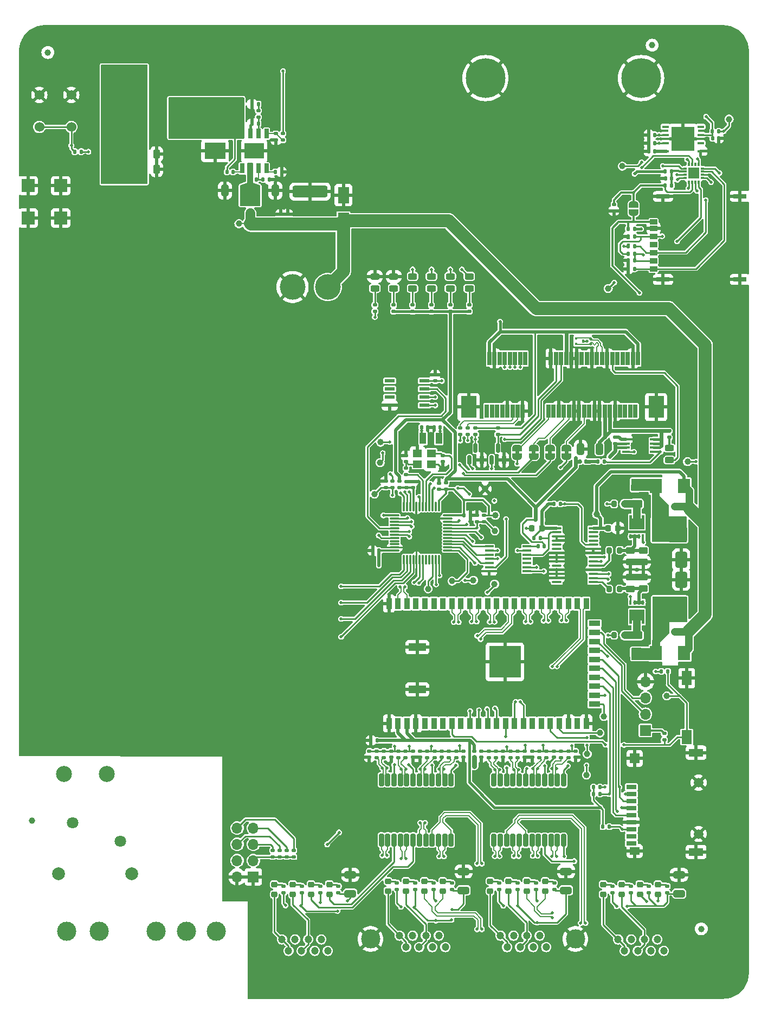
<source format=gtl>
G04 #@! TF.GenerationSoftware,KiCad,Pcbnew,7.0.5-0*
G04 #@! TF.CreationDate,2023-08-08T04:38:12-03:00*
G04 #@! TF.ProjectId,macunaima_rev2,6d616375-6e61-4696-9d61-5f726576322e,rev?*
G04 #@! TF.SameCoordinates,Original*
G04 #@! TF.FileFunction,Copper,L1,Top*
G04 #@! TF.FilePolarity,Positive*
%FSLAX46Y46*%
G04 Gerber Fmt 4.6, Leading zero omitted, Abs format (unit mm)*
G04 Created by KiCad (PCBNEW 7.0.5-0) date 2023-08-08 04:38:12*
%MOMM*%
%LPD*%
G01*
G04 APERTURE LIST*
G04 Aperture macros list*
%AMRoundRect*
0 Rectangle with rounded corners*
0 $1 Rounding radius*
0 $2 $3 $4 $5 $6 $7 $8 $9 X,Y pos of 4 corners*
0 Add a 4 corners polygon primitive as box body*
4,1,4,$2,$3,$4,$5,$6,$7,$8,$9,$2,$3,0*
0 Add four circle primitives for the rounded corners*
1,1,$1+$1,$2,$3*
1,1,$1+$1,$4,$5*
1,1,$1+$1,$6,$7*
1,1,$1+$1,$8,$9*
0 Add four rect primitives between the rounded corners*
20,1,$1+$1,$2,$3,$4,$5,0*
20,1,$1+$1,$4,$5,$6,$7,0*
20,1,$1+$1,$6,$7,$8,$9,0*
20,1,$1+$1,$8,$9,$2,$3,0*%
%AMFreePoly0*
4,1,19,0.500000,-0.750000,0.000000,-0.750000,0.000000,-0.744911,-0.071157,-0.744911,-0.207708,-0.704816,-0.327430,-0.627875,-0.420627,-0.520320,-0.479746,-0.390866,-0.500000,-0.250000,-0.500000,0.250000,-0.479746,0.390866,-0.420627,0.520320,-0.327430,0.627875,-0.207708,0.704816,-0.071157,0.744911,0.000000,0.744911,0.000000,0.750000,0.500000,0.750000,0.500000,-0.750000,0.500000,-0.750000,
$1*%
%AMFreePoly1*
4,1,19,0.000000,0.744911,0.071157,0.744911,0.207708,0.704816,0.327430,0.627875,0.420627,0.520320,0.479746,0.390866,0.500000,0.250000,0.500000,-0.250000,0.479746,-0.390866,0.420627,-0.520320,0.327430,-0.627875,0.207708,-0.704816,0.071157,-0.744911,0.000000,-0.744911,0.000000,-0.750000,-0.500000,-0.750000,-0.500000,0.750000,0.000000,0.750000,0.000000,0.744911,0.000000,0.744911,
$1*%
%AMFreePoly2*
4,1,17,1.395000,0.765000,0.855000,0.765000,0.855000,0.535000,1.395000,0.535000,1.395000,0.115000,0.855000,0.115000,0.855000,-0.115000,1.395000,-0.115000,1.395000,-0.535000,0.855000,-0.535000,0.855000,-0.765000,1.395000,-0.765000,1.395000,-1.185000,-0.855000,-1.185000,-0.855000,1.185000,1.395000,1.185000,1.395000,0.765000,1.395000,0.765000,$1*%
G04 Aperture macros list end*
G04 #@! TA.AperFunction,SMDPad,CuDef*
%ADD10R,1.409700X0.355600*%
G04 #@! TD*
G04 #@! TA.AperFunction,SMDPad,CuDef*
%ADD11RoundRect,0.225000X0.250000X-0.225000X0.250000X0.225000X-0.250000X0.225000X-0.250000X-0.225000X0*%
G04 #@! TD*
G04 #@! TA.AperFunction,SMDPad,CuDef*
%ADD12R,1.000000X1.800000*%
G04 #@! TD*
G04 #@! TA.AperFunction,SMDPad,CuDef*
%ADD13RoundRect,0.140000X-0.140000X-0.170000X0.140000X-0.170000X0.140000X0.170000X-0.140000X0.170000X0*%
G04 #@! TD*
G04 #@! TA.AperFunction,SMDPad,CuDef*
%ADD14RoundRect,0.135000X-0.185000X0.135000X-0.185000X-0.135000X0.185000X-0.135000X0.185000X0.135000X0*%
G04 #@! TD*
G04 #@! TA.AperFunction,SMDPad,CuDef*
%ADD15RoundRect,0.140000X0.170000X-0.140000X0.170000X0.140000X-0.170000X0.140000X-0.170000X-0.140000X0*%
G04 #@! TD*
G04 #@! TA.AperFunction,SMDPad,CuDef*
%ADD16RoundRect,0.135000X0.135000X0.185000X-0.135000X0.185000X-0.135000X-0.185000X0.135000X-0.185000X0*%
G04 #@! TD*
G04 #@! TA.AperFunction,SMDPad,CuDef*
%ADD17RoundRect,0.140000X0.140000X0.170000X-0.140000X0.170000X-0.140000X-0.170000X0.140000X-0.170000X0*%
G04 #@! TD*
G04 #@! TA.AperFunction,ComponentPad*
%ADD18R,1.700000X1.700000*%
G04 #@! TD*
G04 #@! TA.AperFunction,ComponentPad*
%ADD19O,1.700000X1.700000*%
G04 #@! TD*
G04 #@! TA.AperFunction,SMDPad,CuDef*
%ADD20RoundRect,0.140000X-0.170000X0.140000X-0.170000X-0.140000X0.170000X-0.140000X0.170000X0.140000X0*%
G04 #@! TD*
G04 #@! TA.AperFunction,SMDPad,CuDef*
%ADD21FreePoly0,90.000000*%
G04 #@! TD*
G04 #@! TA.AperFunction,SMDPad,CuDef*
%ADD22FreePoly1,90.000000*%
G04 #@! TD*
G04 #@! TA.AperFunction,SMDPad,CuDef*
%ADD23C,1.000000*%
G04 #@! TD*
G04 #@! TA.AperFunction,SMDPad,CuDef*
%ADD24RoundRect,0.100000X-0.637500X-0.100000X0.637500X-0.100000X0.637500X0.100000X-0.637500X0.100000X0*%
G04 #@! TD*
G04 #@! TA.AperFunction,SMDPad,CuDef*
%ADD25RoundRect,0.243750X0.456250X-0.243750X0.456250X0.243750X-0.456250X0.243750X-0.456250X-0.243750X0*%
G04 #@! TD*
G04 #@! TA.AperFunction,ComponentPad*
%ADD26C,2.000000*%
G04 #@! TD*
G04 #@! TA.AperFunction,SMDPad,CuDef*
%ADD27RoundRect,0.250000X-0.325000X-0.650000X0.325000X-0.650000X0.325000X0.650000X-0.325000X0.650000X0*%
G04 #@! TD*
G04 #@! TA.AperFunction,SMDPad,CuDef*
%ADD28RoundRect,0.135000X-0.135000X-0.185000X0.135000X-0.185000X0.135000X0.185000X-0.135000X0.185000X0*%
G04 #@! TD*
G04 #@! TA.AperFunction,SMDPad,CuDef*
%ADD29RoundRect,0.135000X0.185000X-0.135000X0.185000X0.135000X-0.185000X0.135000X-0.185000X-0.135000X0*%
G04 #@! TD*
G04 #@! TA.AperFunction,SMDPad,CuDef*
%ADD30R,0.450000X0.400000*%
G04 #@! TD*
G04 #@! TA.AperFunction,SMDPad,CuDef*
%ADD31R,0.450000X0.500000*%
G04 #@! TD*
G04 #@! TA.AperFunction,ComponentPad*
%ADD32C,2.500000*%
G04 #@! TD*
G04 #@! TA.AperFunction,ComponentPad*
%ADD33C,4.000000*%
G04 #@! TD*
G04 #@! TA.AperFunction,SMDPad,CuDef*
%ADD34RoundRect,0.195000X-0.195000X0.805000X-0.195000X-0.805000X0.195000X-0.805000X0.195000X0.805000X0*%
G04 #@! TD*
G04 #@! TA.AperFunction,SMDPad,CuDef*
%ADD35RoundRect,0.147500X-0.147500X-0.172500X0.147500X-0.172500X0.147500X0.172500X-0.147500X0.172500X0*%
G04 #@! TD*
G04 #@! TA.AperFunction,SMDPad,CuDef*
%ADD36R,1.800000X2.500000*%
G04 #@! TD*
G04 #@! TA.AperFunction,SMDPad,CuDef*
%ADD37R,0.300000X0.570000*%
G04 #@! TD*
G04 #@! TA.AperFunction,SMDPad,CuDef*
%ADD38R,0.570000X0.300000*%
G04 #@! TD*
G04 #@! TA.AperFunction,SMDPad,CuDef*
%ADD39R,1.750000X1.750000*%
G04 #@! TD*
G04 #@! TA.AperFunction,SMDPad,CuDef*
%ADD40RoundRect,0.218750X0.256250X-0.218750X0.256250X0.218750X-0.256250X0.218750X-0.256250X-0.218750X0*%
G04 #@! TD*
G04 #@! TA.AperFunction,SMDPad,CuDef*
%ADD41R,1.879600X2.260600*%
G04 #@! TD*
G04 #@! TA.AperFunction,ComponentPad*
%ADD42C,1.200000*%
G04 #@! TD*
G04 #@! TA.AperFunction,SMDPad,CuDef*
%ADD43R,1.600000X0.600000*%
G04 #@! TD*
G04 #@! TA.AperFunction,SMDPad,CuDef*
%ADD44R,1.550000X0.600000*%
G04 #@! TD*
G04 #@! TA.AperFunction,SMDPad,CuDef*
%ADD45RoundRect,0.200000X-0.200000X-0.275000X0.200000X-0.275000X0.200000X0.275000X-0.200000X0.275000X0*%
G04 #@! TD*
G04 #@! TA.AperFunction,SMDPad,CuDef*
%ADD46RoundRect,0.225000X0.225000X0.250000X-0.225000X0.250000X-0.225000X-0.250000X0.225000X-0.250000X0*%
G04 #@! TD*
G04 #@! TA.AperFunction,SMDPad,CuDef*
%ADD47RoundRect,0.250000X-0.450000X0.262500X-0.450000X-0.262500X0.450000X-0.262500X0.450000X0.262500X0*%
G04 #@! TD*
G04 #@! TA.AperFunction,SMDPad,CuDef*
%ADD48R,0.660400X2.108200*%
G04 #@! TD*
G04 #@! TA.AperFunction,SMDPad,CuDef*
%ADD49R,2.438400X3.352800*%
G04 #@! TD*
G04 #@! TA.AperFunction,SMDPad,CuDef*
%ADD50R,0.420000X0.700000*%
G04 #@! TD*
G04 #@! TA.AperFunction,SMDPad,CuDef*
%ADD51FreePoly2,90.000000*%
G04 #@! TD*
G04 #@! TA.AperFunction,SMDPad,CuDef*
%ADD52RoundRect,0.243750X-0.456250X0.243750X-0.456250X-0.243750X0.456250X-0.243750X0.456250X0.243750X0*%
G04 #@! TD*
G04 #@! TA.AperFunction,SMDPad,CuDef*
%ADD53RoundRect,0.250000X-0.650000X0.325000X-0.650000X-0.325000X0.650000X-0.325000X0.650000X0.325000X0*%
G04 #@! TD*
G04 #@! TA.AperFunction,SMDPad,CuDef*
%ADD54RoundRect,0.147500X0.172500X-0.147500X0.172500X0.147500X-0.172500X0.147500X-0.172500X-0.147500X0*%
G04 #@! TD*
G04 #@! TA.AperFunction,SMDPad,CuDef*
%ADD55R,1.600200X0.711200*%
G04 #@! TD*
G04 #@! TA.AperFunction,ComponentPad*
%ADD56C,1.498600*%
G04 #@! TD*
G04 #@! TA.AperFunction,SMDPad,CuDef*
%ADD57R,1.498600X1.193800*%
G04 #@! TD*
G04 #@! TA.AperFunction,SMDPad,CuDef*
%ADD58R,2.209800X1.193800*%
G04 #@! TD*
G04 #@! TA.AperFunction,SMDPad,CuDef*
%ADD59R,1.498600X1.600200*%
G04 #@! TD*
G04 #@! TA.AperFunction,SMDPad,CuDef*
%ADD60RoundRect,0.250000X0.625000X-0.375000X0.625000X0.375000X-0.625000X0.375000X-0.625000X-0.375000X0*%
G04 #@! TD*
G04 #@! TA.AperFunction,SMDPad,CuDef*
%ADD61R,3.300000X2.500000*%
G04 #@! TD*
G04 #@! TA.AperFunction,SMDPad,CuDef*
%ADD62RoundRect,0.075000X-0.075000X0.662500X-0.075000X-0.662500X0.075000X-0.662500X0.075000X0.662500X0*%
G04 #@! TD*
G04 #@! TA.AperFunction,SMDPad,CuDef*
%ADD63RoundRect,0.075000X-0.662500X0.075000X-0.662500X-0.075000X0.662500X-0.075000X0.662500X0.075000X0*%
G04 #@! TD*
G04 #@! TA.AperFunction,ComponentPad*
%ADD64C,1.524000*%
G04 #@! TD*
G04 #@! TA.AperFunction,ComponentPad*
%ADD65R,2.000000X2.000000*%
G04 #@! TD*
G04 #@! TA.AperFunction,SMDPad,CuDef*
%ADD66RoundRect,0.250000X0.650000X-1.000000X0.650000X1.000000X-0.650000X1.000000X-0.650000X-1.000000X0*%
G04 #@! TD*
G04 #@! TA.AperFunction,SMDPad,CuDef*
%ADD67R,1.150000X0.350000*%
G04 #@! TD*
G04 #@! TA.AperFunction,SMDPad,CuDef*
%ADD68RoundRect,0.250000X0.250000X0.475000X-0.250000X0.475000X-0.250000X-0.475000X0.250000X-0.475000X0*%
G04 #@! TD*
G04 #@! TA.AperFunction,SMDPad,CuDef*
%ADD69RoundRect,0.225000X-0.225000X-0.250000X0.225000X-0.250000X0.225000X0.250000X-0.225000X0.250000X0*%
G04 #@! TD*
G04 #@! TA.AperFunction,ComponentPad*
%ADD70C,3.000000*%
G04 #@! TD*
G04 #@! TA.AperFunction,SMDPad,CuDef*
%ADD71R,3.500000X4.000000*%
G04 #@! TD*
G04 #@! TA.AperFunction,SMDPad,CuDef*
%ADD72RoundRect,0.150000X0.150000X-0.587500X0.150000X0.587500X-0.150000X0.587500X-0.150000X-0.587500X0*%
G04 #@! TD*
G04 #@! TA.AperFunction,SMDPad,CuDef*
%ADD73R,1.400000X1.200000*%
G04 #@! TD*
G04 #@! TA.AperFunction,SMDPad,CuDef*
%ADD74RoundRect,0.250000X0.325000X0.650000X-0.325000X0.650000X-0.325000X-0.650000X0.325000X-0.650000X0*%
G04 #@! TD*
G04 #@! TA.AperFunction,SMDPad,CuDef*
%ADD75R,1.143000X0.812800*%
G04 #@! TD*
G04 #@! TA.AperFunction,SMDPad,CuDef*
%ADD76R,2.108200X0.711200*%
G04 #@! TD*
G04 #@! TA.AperFunction,ComponentPad*
%ADD77C,6.200000*%
G04 #@! TD*
G04 #@! TA.AperFunction,SMDPad,CuDef*
%ADD78RoundRect,0.147500X-0.172500X0.147500X-0.172500X-0.147500X0.172500X-0.147500X0.172500X0.147500X0*%
G04 #@! TD*
G04 #@! TA.AperFunction,SMDPad,CuDef*
%ADD79R,1.600000X2.180000*%
G04 #@! TD*
G04 #@! TA.AperFunction,ComponentPad*
%ADD80C,1.800000*%
G04 #@! TD*
G04 #@! TA.AperFunction,SMDPad,CuDef*
%ADD81RoundRect,0.250000X2.450000X-0.650000X2.450000X0.650000X-2.450000X0.650000X-2.450000X-0.650000X0*%
G04 #@! TD*
G04 #@! TA.AperFunction,SMDPad,CuDef*
%ADD82R,0.900000X1.800000*%
G04 #@! TD*
G04 #@! TA.AperFunction,SMDPad,CuDef*
%ADD83R,1.800000X0.900000*%
G04 #@! TD*
G04 #@! TA.AperFunction,SMDPad,CuDef*
%ADD84R,5.000000X5.000000*%
G04 #@! TD*
G04 #@! TA.AperFunction,SMDPad,CuDef*
%ADD85R,2.700000X1.200000*%
G04 #@! TD*
G04 #@! TA.AperFunction,SMDPad,CuDef*
%ADD86R,1.112398X0.457200*%
G04 #@! TD*
G04 #@! TA.AperFunction,SMDPad,CuDef*
%ADD87R,3.606800X3.708400*%
G04 #@! TD*
G04 #@! TA.AperFunction,SMDPad,CuDef*
%ADD88RoundRect,0.250000X-0.650000X1.000000X-0.650000X-1.000000X0.650000X-1.000000X0.650000X1.000000X0*%
G04 #@! TD*
G04 #@! TA.AperFunction,SMDPad,CuDef*
%ADD89R,0.650000X1.525000*%
G04 #@! TD*
G04 #@! TA.AperFunction,SMDPad,CuDef*
%ADD90R,3.100000X2.400000*%
G04 #@! TD*
G04 #@! TA.AperFunction,SMDPad,CuDef*
%ADD91FreePoly2,270.000000*%
G04 #@! TD*
G04 #@! TA.AperFunction,SMDPad,CuDef*
%ADD92RoundRect,0.250000X-0.625000X0.375000X-0.625000X-0.375000X0.625000X-0.375000X0.625000X0.375000X0*%
G04 #@! TD*
G04 #@! TA.AperFunction,ViaPad*
%ADD93C,0.500000*%
G04 #@! TD*
G04 #@! TA.AperFunction,Conductor*
%ADD94C,0.250000*%
G04 #@! TD*
G04 #@! TA.AperFunction,Conductor*
%ADD95C,1.000000*%
G04 #@! TD*
G04 #@! TA.AperFunction,Conductor*
%ADD96C,0.300000*%
G04 #@! TD*
G04 #@! TA.AperFunction,Conductor*
%ADD97C,0.400000*%
G04 #@! TD*
G04 #@! TA.AperFunction,Conductor*
%ADD98C,0.500000*%
G04 #@! TD*
G04 #@! TA.AperFunction,Conductor*
%ADD99C,0.600000*%
G04 #@! TD*
G04 #@! TA.AperFunction,Conductor*
%ADD100C,0.200000*%
G04 #@! TD*
G04 #@! TA.AperFunction,Conductor*
%ADD101C,0.800000*%
G04 #@! TD*
G04 #@! TA.AperFunction,Conductor*
%ADD102C,0.550000*%
G04 #@! TD*
G04 #@! TA.AperFunction,Conductor*
%ADD103C,2.000000*%
G04 #@! TD*
G04 #@! TA.AperFunction,Conductor*
%ADD104C,1.200000*%
G04 #@! TD*
G04 #@! TA.AperFunction,Conductor*
%ADD105C,0.150000*%
G04 #@! TD*
G04 #@! TA.AperFunction,Conductor*
%ADD106C,1.500000*%
G04 #@! TD*
G04 APERTURE END LIST*
G04 #@! TA.AperFunction,EtchedComponent*
G36*
X78111800Y-66940823D02*
G01*
X77511800Y-66940823D01*
X77511800Y-66440823D01*
X78111800Y-66440823D01*
X78111800Y-66940823D01*
G37*
G04 #@! TD.AperFunction*
G04 #@! TA.AperFunction,EtchedComponent*
G36*
X83242600Y-66940823D02*
G01*
X82642600Y-66940823D01*
X82642600Y-66440823D01*
X83242600Y-66440823D01*
X83242600Y-66940823D01*
G37*
G04 #@! TD.AperFunction*
G04 #@! TA.AperFunction,EtchedComponent*
G36*
X85808000Y-66940823D02*
G01*
X85208000Y-66940823D01*
X85208000Y-66440823D01*
X85808000Y-66440823D01*
X85808000Y-66940823D01*
G37*
G04 #@! TD.AperFunction*
G04 #@! TA.AperFunction,EtchedComponent*
G36*
X80677200Y-66940823D02*
G01*
X80077200Y-66940823D01*
X80077200Y-66440823D01*
X80677200Y-66440823D01*
X80677200Y-66940823D01*
G37*
G04 #@! TD.AperFunction*
D10*
X73437250Y-81366242D03*
X73437250Y-82016228D03*
X73437250Y-82666214D03*
X73437250Y-83316200D03*
X73437250Y-83966186D03*
X73437250Y-84616172D03*
X73437250Y-85266158D03*
X79342750Y-85266158D03*
X79342750Y-84616172D03*
X79342750Y-83966186D03*
X79342750Y-83316200D03*
X79342750Y-82666214D03*
X79342750Y-82016228D03*
X79342750Y-81366242D03*
D11*
X63312143Y-135183240D03*
X63312143Y-133633240D03*
D12*
X63078407Y-64501200D03*
X65578407Y-64501200D03*
D13*
X108325129Y-17662020D03*
X109285129Y-17662020D03*
D14*
X59027501Y-133898240D03*
X59027501Y-134918240D03*
D15*
X60488407Y-72184868D03*
X60488407Y-71224868D03*
D11*
X96972143Y-135696200D03*
X96972143Y-134146200D03*
D16*
X92195000Y-125136200D03*
X91175000Y-125136200D03*
X84590000Y-74746200D03*
X83570000Y-74746200D03*
D13*
X62858407Y-62771200D03*
X63818407Y-62771200D03*
D17*
X33435000Y-22926200D03*
X32475000Y-22926200D03*
D18*
X36595000Y-132961129D03*
D19*
X34055000Y-132961129D03*
X36595000Y-130421129D03*
X34055000Y-130421129D03*
X36595000Y-127881129D03*
X34055000Y-127881129D03*
X36595000Y-125341129D03*
X34055000Y-125341129D03*
D14*
X64740357Y-133898240D03*
X64740357Y-134918240D03*
D20*
X93119248Y-64339299D03*
X93119248Y-65299299D03*
D21*
X77811800Y-67340823D03*
D22*
X77811800Y-66040823D03*
D23*
X92035000Y-41116200D03*
D24*
X83981918Y-78513700D03*
X83981918Y-79163700D03*
X83981918Y-79813700D03*
X83981918Y-80463700D03*
X83981918Y-81113700D03*
X83981918Y-81763700D03*
X83981918Y-82413700D03*
X83981918Y-83063700D03*
X83981918Y-83713700D03*
X83981918Y-84363700D03*
X83981918Y-85013700D03*
X83981918Y-85663700D03*
X83981918Y-86313700D03*
X83981918Y-86963700D03*
X89706918Y-86963700D03*
X89706918Y-86313700D03*
X89706918Y-85663700D03*
X89706918Y-85013700D03*
X89706918Y-84363700D03*
X89706918Y-83713700D03*
X89706918Y-83063700D03*
X89706918Y-82413700D03*
X89706918Y-81763700D03*
X89706918Y-81113700D03*
X89706918Y-80463700D03*
X89706918Y-79813700D03*
X89706918Y-79163700D03*
X89706918Y-78513700D03*
D25*
X101577448Y-67890399D03*
X101577448Y-66015399D03*
D17*
X65798407Y-62771200D03*
X64838407Y-62771200D03*
D14*
X61883929Y-133898240D03*
X61883929Y-134918240D03*
D23*
X104677600Y-75413700D03*
D26*
X17555000Y-132516200D03*
X6155000Y-132516200D03*
D27*
X32142000Y-25827000D03*
X35092000Y-25827000D03*
D20*
X86921478Y-113349484D03*
X86921478Y-114309484D03*
D14*
X47030357Y-134411200D03*
X47030357Y-135431200D03*
D28*
X95147706Y-35667020D03*
X96167706Y-35667020D03*
D29*
X74496862Y-114339484D03*
X74496862Y-113319484D03*
D11*
X76453214Y-135183240D03*
X76453214Y-133633240D03*
D21*
X82942600Y-67340823D03*
D22*
X82942600Y-66040823D03*
D13*
X69509231Y-76551200D03*
X70469231Y-76551200D03*
D15*
X64995000Y-55536200D03*
X64995000Y-54576200D03*
D30*
X86993425Y-48948846D03*
X86993425Y-49748846D03*
D31*
X88143425Y-49348846D03*
D23*
X67650000Y-86796200D03*
D32*
X6972391Y-116881200D03*
X13722391Y-116881200D03*
D33*
X42722391Y-40881200D03*
X48222391Y-40881200D03*
D34*
X85075000Y-117869610D03*
X84085000Y-117869610D03*
X83095000Y-117869610D03*
X82105000Y-117869610D03*
X81115000Y-117869610D03*
X80125000Y-117869610D03*
X79135000Y-117869610D03*
X78145000Y-117869610D03*
X77155000Y-117869610D03*
X76165000Y-117869610D03*
X75175000Y-117869610D03*
X74185000Y-117869610D03*
X74185000Y-127269610D03*
X75175000Y-127269610D03*
X76165000Y-127269610D03*
X77155000Y-127269610D03*
X78145000Y-127269610D03*
X79135000Y-127269610D03*
X80125000Y-127269610D03*
X81115000Y-127269610D03*
X82105000Y-127269610D03*
X83095000Y-127269610D03*
X84085000Y-127269610D03*
X85075000Y-127269610D03*
D35*
X81095000Y-81366200D03*
X82065000Y-81366200D03*
D36*
X50655000Y-30531200D03*
X50655000Y-26531200D03*
D29*
X100790000Y-111596200D03*
X100790000Y-110576200D03*
D37*
X104630891Y-24492020D03*
X105130891Y-24492020D03*
X105630891Y-24492020D03*
X106130891Y-24492020D03*
D38*
X106745891Y-23877020D03*
X106745891Y-23377020D03*
X106745891Y-22877020D03*
X106745891Y-22377020D03*
D37*
X106130891Y-21762020D03*
X105630891Y-21762020D03*
X105130891Y-21762020D03*
X104630891Y-21762020D03*
D38*
X104015891Y-22377020D03*
X104015891Y-22877020D03*
X104015891Y-23377020D03*
X104015891Y-23877020D03*
D39*
X105380891Y-23127020D03*
D29*
X55842692Y-114339484D03*
X55842692Y-113319484D03*
X71560000Y-77526200D03*
X71560000Y-76506200D03*
D11*
X91259287Y-135696200D03*
X91259287Y-134146200D03*
D40*
X36112400Y-29364500D03*
X36112400Y-27789500D03*
D23*
X74410000Y-76516200D03*
D35*
X80700000Y-77181200D03*
X81670000Y-77181200D03*
X87582900Y-68115223D03*
X88552900Y-68115223D03*
D29*
X61475000Y-44701200D03*
X61475000Y-43681200D03*
D18*
X97846892Y-110111200D03*
D19*
X97846892Y-107571200D03*
X97846892Y-105031200D03*
X97846892Y-102491200D03*
D15*
X57260000Y-72176200D03*
X57260000Y-71216200D03*
D41*
X103904800Y-98031200D03*
X99485200Y-98031200D03*
D15*
X65578407Y-72469777D03*
X65578407Y-71509777D03*
D23*
X106565000Y-141076200D03*
D16*
X90716608Y-118946200D03*
X89696608Y-118946200D03*
D42*
X100715000Y-144506200D03*
X99695000Y-142726200D03*
X98675000Y-144506200D03*
X97655000Y-142726200D03*
X96635000Y-144506200D03*
X95615000Y-142726200D03*
X94595000Y-144506200D03*
X93575000Y-142726200D03*
D23*
X34338800Y-31002000D03*
X70970000Y-86676200D03*
X63900000Y-87996200D03*
D14*
X77889938Y-113319484D03*
X77889938Y-114339484D03*
D29*
X64884228Y-114339484D03*
X64884228Y-113319484D03*
D15*
X41940000Y-30461200D03*
X41940000Y-29501200D03*
D14*
X84656090Y-113319484D03*
X84656090Y-114339484D03*
D43*
X57895000Y-55531200D03*
D44*
X57895000Y-56801200D03*
X57895000Y-58071200D03*
X57895000Y-59341200D03*
X63295000Y-59341200D03*
X63295000Y-58071200D03*
X63295000Y-56801200D03*
X63295000Y-55531200D03*
D17*
X96137706Y-38037020D03*
X95177706Y-38037020D03*
D14*
X58340000Y-71186200D03*
X58340000Y-72206200D03*
D29*
X40728333Y-129826200D03*
X40728333Y-128806200D03*
D42*
X48215000Y-144506200D03*
X47195000Y-142726200D03*
X46175000Y-144506200D03*
X45155000Y-142726200D03*
X44135000Y-144506200D03*
X43115000Y-142726200D03*
X42095000Y-144506200D03*
X41075000Y-142726200D03*
D11*
X94115715Y-135696200D03*
X94115715Y-134146200D03*
D45*
X92952600Y-74746200D03*
X94602600Y-74746200D03*
D14*
X85793782Y-113319484D03*
X85793782Y-114339484D03*
D17*
X56205000Y-82051200D03*
X55245000Y-82051200D03*
D15*
X83528398Y-114309484D03*
X83528398Y-113349484D03*
D46*
X102470000Y-94753700D03*
X100920000Y-94753700D03*
D14*
X60373460Y-113319484D03*
X60373460Y-114339484D03*
D47*
X95508800Y-82008700D03*
X95508800Y-83833700D03*
D23*
X90740000Y-110506200D03*
D29*
X81263014Y-114339484D03*
X81263014Y-113319484D03*
D48*
X73076448Y-60240600D03*
X73476450Y-52040599D03*
X73876449Y-60240600D03*
X74276448Y-52040599D03*
X74676450Y-60240600D03*
X75076449Y-52040599D03*
X75476448Y-60240600D03*
X75876448Y-52040599D03*
X76276449Y-60240600D03*
X76676448Y-52040599D03*
X77076448Y-60240600D03*
X77476449Y-52040599D03*
X77876449Y-60240600D03*
X78276448Y-52040599D03*
X78676447Y-60240600D03*
X79076449Y-52040599D03*
X82676448Y-60240600D03*
X83076447Y-52040599D03*
X83476449Y-60240600D03*
X83876448Y-52040599D03*
X84276447Y-60240600D03*
X84676449Y-52040599D03*
X85076448Y-60240600D03*
X85476447Y-52040599D03*
X85876447Y-60240600D03*
X86276448Y-52040599D03*
X86676448Y-60240600D03*
X87076447Y-52040599D03*
X87476449Y-60240600D03*
X87876448Y-52040599D03*
X88276447Y-60240600D03*
X88676449Y-52040599D03*
X89076448Y-60240600D03*
X89476447Y-52040599D03*
X89876446Y-60240600D03*
X90276448Y-52040599D03*
X90676447Y-60240600D03*
X91076446Y-52040599D03*
X91476448Y-60240600D03*
X91876447Y-52040599D03*
X92276447Y-60240600D03*
X92676446Y-52040599D03*
X93076448Y-60240600D03*
X93476447Y-52040599D03*
X93876446Y-60240600D03*
X94276448Y-52040599D03*
X94676447Y-60240600D03*
X95076446Y-52040599D03*
X95476448Y-60240600D03*
X95876447Y-52040599D03*
X96276446Y-60240600D03*
X96676445Y-52040599D03*
D49*
X70226452Y-59618300D03*
X99526444Y-59618300D03*
D20*
X66215134Y-67211200D03*
X66215134Y-68171200D03*
D28*
X100921005Y-25022020D03*
X101941005Y-25022020D03*
D23*
X94245000Y-22026200D03*
D35*
X100946005Y-22877020D03*
X101916005Y-22877020D03*
D50*
X95520000Y-79819820D03*
X96170000Y-79819820D03*
X96820000Y-79819820D03*
X97470000Y-79819820D03*
D51*
X96495000Y-77864820D03*
D17*
X99322207Y-18392020D03*
X98362207Y-18392020D03*
D29*
X58508813Y-44701200D03*
X58508813Y-43681200D03*
D14*
X76752246Y-113319484D03*
X76752246Y-114339484D03*
D16*
X90716608Y-120006200D03*
X89696608Y-120006200D03*
D52*
X61469377Y-39223562D03*
X61469377Y-41098562D03*
D13*
X36407600Y-15363800D03*
X37367600Y-15363800D03*
D29*
X68921800Y-63903981D03*
X68921800Y-62883981D03*
D15*
X61501152Y-114309484D03*
X61501152Y-113349484D03*
D53*
X103105000Y-132626200D03*
X103105000Y-135576200D03*
D11*
X39889287Y-135696200D03*
X39889287Y-134146200D03*
D54*
X66668407Y-72444777D03*
X66668407Y-71474777D03*
D14*
X95543929Y-134411200D03*
X95543929Y-135431200D03*
D55*
X95649046Y-118932723D03*
X95649046Y-120032723D03*
X95649046Y-121132724D03*
X95649046Y-122232724D03*
X95649046Y-123332724D03*
X95649046Y-124432722D03*
X95649046Y-125532722D03*
X95649046Y-126632723D03*
X95649046Y-127732723D03*
D56*
X106149046Y-126259723D03*
X106149046Y-118259723D03*
D57*
X96155046Y-128929723D03*
D58*
X105749046Y-129059723D03*
D59*
X96150046Y-114459723D03*
D58*
X105749046Y-113559723D03*
D11*
X42745715Y-135696200D03*
X42745715Y-134146200D03*
D47*
X95508800Y-86162821D03*
X95508800Y-87987821D03*
D60*
X96495000Y-74744820D03*
X96495000Y-71944820D03*
D52*
X55572293Y-39223562D03*
X55572293Y-41098562D03*
D23*
X15080000Y-22509600D03*
D53*
X85442499Y-132113240D03*
X85442499Y-135063240D03*
D61*
X30603800Y-19652000D03*
X30613800Y-12752000D03*
D28*
X95147706Y-31817020D03*
X96167706Y-31817020D03*
D62*
X65578407Y-75128700D03*
X65078407Y-75128700D03*
X64578407Y-75128700D03*
X64078407Y-75128700D03*
X63578407Y-75128700D03*
X63078407Y-75128700D03*
X62578407Y-75128700D03*
X62078407Y-75128700D03*
X61578407Y-75128700D03*
X61078407Y-75128700D03*
X60578407Y-75128700D03*
X60078407Y-75128700D03*
D63*
X58665907Y-76541200D03*
X58665907Y-77041200D03*
X58665907Y-77541200D03*
X58665907Y-78041200D03*
X58665907Y-78541200D03*
X58665907Y-79041200D03*
X58665907Y-79541200D03*
X58665907Y-80041200D03*
X58665907Y-80541200D03*
X58665907Y-81041200D03*
X58665907Y-81541200D03*
X58665907Y-82041200D03*
D62*
X60078407Y-83453700D03*
X60578407Y-83453700D03*
X61078407Y-83453700D03*
X61578407Y-83453700D03*
X62078407Y-83453700D03*
X62578407Y-83453700D03*
X63078407Y-83453700D03*
X63578407Y-83453700D03*
X64078407Y-83453700D03*
X64578407Y-83453700D03*
X65078407Y-83453700D03*
X65578407Y-83453700D03*
D63*
X66990907Y-82041200D03*
X66990907Y-81541200D03*
X66990907Y-81041200D03*
X66990907Y-80541200D03*
X66990907Y-80041200D03*
X66990907Y-79541200D03*
X66990907Y-79041200D03*
X66990907Y-78541200D03*
X66990907Y-78041200D03*
X66990907Y-77541200D03*
X66990907Y-77041200D03*
X66990907Y-76541200D03*
D64*
X8163158Y-10896200D03*
X3163158Y-10896200D03*
X8163158Y-15896200D03*
X3163158Y-15896200D03*
D29*
X67365000Y-44701200D03*
X67365000Y-43681200D03*
X42915000Y-129826200D03*
X42915000Y-128806200D03*
D13*
X36407600Y-12319800D03*
X37367600Y-12319800D03*
D23*
X56470000Y-65116200D03*
D17*
X55905000Y-111671200D03*
X54945000Y-111671200D03*
D11*
X73596786Y-135183240D03*
X73596786Y-133633240D03*
D15*
X60441681Y-68171200D03*
X60441681Y-67211200D03*
X40865000Y-30461200D03*
X40865000Y-29501200D03*
D65*
X6490000Y-25066200D03*
X1440000Y-25066200D03*
X6490000Y-30116200D03*
X1440000Y-30116200D03*
D23*
X74270000Y-87256200D03*
D66*
X103427600Y-90553700D03*
X103427600Y-86553700D03*
D21*
X85508000Y-67340823D03*
D22*
X85508000Y-66040823D03*
D54*
X71136845Y-114314484D03*
X71136845Y-113344484D03*
D14*
X101256785Y-134411200D03*
X101256785Y-135431200D03*
D17*
X96137706Y-34557020D03*
X95177706Y-34557020D03*
X96137706Y-36747020D03*
X95177706Y-36747020D03*
D67*
X94779648Y-64657099D03*
X94779648Y-65307099D03*
X94779648Y-65957099D03*
X94779648Y-66607099D03*
X99129648Y-66607099D03*
X99129648Y-65957099D03*
X99129648Y-65307099D03*
X99129648Y-64657099D03*
D20*
X61558407Y-71224868D03*
X61558407Y-72184868D03*
D52*
X70315003Y-39223562D03*
X70315003Y-41098562D03*
D11*
X79309642Y-135183240D03*
X79309642Y-133633240D03*
D23*
X90220000Y-76366200D03*
D68*
X21480000Y-22501200D03*
X19580000Y-22501200D03*
D11*
X57599287Y-135183240D03*
X57599287Y-133633240D03*
D23*
X110915000Y-14686200D03*
X72800000Y-72396200D03*
D69*
X100920000Y-75173700D03*
X102470000Y-75173700D03*
D21*
X95987453Y-29280620D03*
D22*
X95987453Y-27980620D03*
D23*
X100037600Y-91629977D03*
X88750000Y-113796200D03*
D46*
X93560000Y-78511200D03*
X92010000Y-78511200D03*
D14*
X41317501Y-134411200D03*
X41317501Y-135431200D03*
D20*
X72231478Y-113349484D03*
X72231478Y-114309484D03*
D45*
X92172600Y-88023700D03*
X93822600Y-88023700D03*
D70*
X7445000Y-141411200D03*
X12525000Y-141411200D03*
D15*
X66011920Y-114309484D03*
X66011920Y-113349484D03*
D28*
X39995000Y-22901200D03*
X41015000Y-22901200D03*
D71*
X25280000Y-13509600D03*
X15780000Y-13509600D03*
D53*
X51735000Y-132626200D03*
X51735000Y-135576200D03*
D14*
X44173929Y-134411200D03*
X44173929Y-135431200D03*
D29*
X56980384Y-114339484D03*
X56980384Y-113319484D03*
D14*
X74789200Y-62883981D03*
X74789200Y-63903981D03*
D11*
X66168571Y-135183240D03*
X66168571Y-133633240D03*
D72*
X70359400Y-67907723D03*
X72259400Y-67907723D03*
X71309400Y-66032723D03*
D14*
X71309400Y-62883981D03*
X71309400Y-63903981D03*
D52*
X67366461Y-39223562D03*
X67366461Y-41098562D03*
D47*
X97497600Y-86152821D03*
X97497600Y-87977821D03*
D29*
X73359170Y-114339484D03*
X73359170Y-113319484D03*
D21*
X80377200Y-67340823D03*
D22*
X80377200Y-66040823D03*
D14*
X80737856Y-133898240D03*
X80737856Y-134918240D03*
X101577448Y-63344099D03*
X101577448Y-64364099D03*
D16*
X101360000Y-100896200D03*
X100340000Y-100896200D03*
D42*
X82345000Y-143916200D03*
X81325000Y-142136200D03*
X80305000Y-143916200D03*
X79285000Y-142136200D03*
X78265000Y-143916200D03*
X77245000Y-142136200D03*
X76225000Y-143916200D03*
X75205000Y-142136200D03*
X66585000Y-143916200D03*
X65565000Y-142136200D03*
X64545000Y-143916200D03*
X63525000Y-142136200D03*
X62505000Y-143916200D03*
X61485000Y-142136200D03*
X60465000Y-143916200D03*
X59445000Y-142136200D03*
D70*
X86895000Y-142656200D03*
X54895000Y-142656200D03*
D23*
X4485000Y-4276200D03*
D73*
X62228407Y-68541200D03*
X64428407Y-68541200D03*
X64428407Y-66841200D03*
X62228407Y-66841200D03*
D20*
X54715000Y-113349484D03*
X54715000Y-114309484D03*
D14*
X41205600Y-16936600D03*
X41205600Y-17956600D03*
D15*
X79017630Y-114309484D03*
X79017630Y-113349484D03*
D34*
X67490000Y-117799610D03*
X66500000Y-117799610D03*
X65510000Y-117799610D03*
X64520000Y-117799610D03*
X63530000Y-117799610D03*
X62540000Y-117799610D03*
X61550000Y-117799610D03*
X60560000Y-117799610D03*
X59570000Y-117799610D03*
X58580000Y-117799610D03*
X57590000Y-117799610D03*
X56600000Y-117799610D03*
X56600000Y-127199610D03*
X57590000Y-127199610D03*
X58580000Y-127199610D03*
X59570000Y-127199610D03*
X60560000Y-127199610D03*
X61550000Y-127199610D03*
X62540000Y-127199610D03*
X63530000Y-127199610D03*
X64520000Y-127199610D03*
X65510000Y-127199610D03*
X66500000Y-127199610D03*
X67490000Y-127199610D03*
D74*
X90685900Y-66184823D03*
X87735900Y-66184823D03*
D29*
X70090200Y-63903981D03*
X70090200Y-62883981D03*
D16*
X81402600Y-80031563D03*
X80382600Y-80031563D03*
D29*
X63746536Y-114339484D03*
X63746536Y-113319484D03*
X55572293Y-44701200D03*
X55572293Y-43681200D03*
D11*
X60455715Y-135183240D03*
X60455715Y-133633240D03*
D70*
X21420000Y-141431200D03*
X26120000Y-141431200D03*
X30820000Y-141431200D03*
D45*
X92172600Y-81983700D03*
X93822600Y-81983700D03*
D75*
X99106005Y-32957020D03*
X99106005Y-35497020D03*
X99106005Y-38037020D03*
X99106005Y-31687020D03*
X99106005Y-34227020D03*
X99106005Y-36767020D03*
X99106005Y-30737020D03*
D76*
X100586066Y-39707020D03*
X100586066Y-26707020D03*
X112586007Y-39707020D03*
X112586007Y-26707020D03*
D20*
X69405000Y-113349484D03*
X69405000Y-114309484D03*
X80135322Y-113349484D03*
X80135322Y-114309484D03*
D29*
X60441681Y-70201200D03*
X60441681Y-69181200D03*
D14*
X67139612Y-113319484D03*
X67139612Y-114339484D03*
D69*
X80117600Y-78533700D03*
X81667600Y-78533700D03*
D45*
X92952600Y-95233700D03*
X94602600Y-95233700D03*
D17*
X96137706Y-32957020D03*
X95177706Y-32957020D03*
D28*
X36085000Y-24076200D03*
X37105000Y-24076200D03*
D23*
X98895000Y-3126200D03*
D77*
X72858800Y-8272200D03*
D78*
X59398407Y-71209868D03*
X59398407Y-72179868D03*
D52*
X64417919Y-39223562D03*
X64417919Y-41098562D03*
D17*
X101911005Y-23949520D03*
X100951005Y-23949520D03*
X99322207Y-19662020D03*
X98362207Y-19662020D03*
D11*
X99828571Y-135696200D03*
X99828571Y-134146200D03*
X45602143Y-135696200D03*
X45602143Y-134146200D03*
D20*
X58108076Y-113349484D03*
X58108076Y-114309484D03*
X62618844Y-113349484D03*
X62618844Y-114309484D03*
D72*
X73839200Y-67907723D03*
X75739200Y-67907723D03*
X74789200Y-66032723D03*
D23*
X56400000Y-68296200D03*
D28*
X8665000Y-19756200D03*
X9685000Y-19756200D03*
D20*
X75624554Y-113349484D03*
X75624554Y-114309484D03*
D79*
X104295000Y-111131200D03*
X104295000Y-101951200D03*
D14*
X68277304Y-113319484D03*
X68277304Y-114339484D03*
D23*
X104597600Y-94573700D03*
D53*
X69445000Y-132113240D03*
X69445000Y-135063240D03*
D14*
X49886785Y-134411200D03*
X49886785Y-135431200D03*
D23*
X88620000Y-117066200D03*
D14*
X75025000Y-133898240D03*
X75025000Y-134918240D03*
X83594284Y-133898240D03*
X83594284Y-134918240D03*
D80*
X8335000Y-124536200D03*
X15835000Y-127436200D03*
D29*
X37370200Y-14351800D03*
X37370200Y-13331800D03*
D16*
X91461448Y-68115223D03*
X90441448Y-68115223D03*
D23*
X74320000Y-78946200D03*
D29*
X70315003Y-44701200D03*
X70315003Y-43681200D03*
D23*
X104422248Y-68137722D03*
D77*
X97166600Y-8272200D03*
D14*
X77881428Y-133898240D03*
X77881428Y-134918240D03*
D17*
X99322207Y-17122020D03*
X98362207Y-17122020D03*
D68*
X21480000Y-20139000D03*
X19580000Y-20139000D03*
D29*
X92921005Y-28997020D03*
X92921005Y-27977020D03*
D14*
X67596785Y-133898240D03*
X67596785Y-134918240D03*
D81*
X45465000Y-31081200D03*
X45465000Y-25981200D03*
D23*
X91350000Y-107906200D03*
D29*
X64405000Y-44701200D03*
X64405000Y-43681200D03*
D16*
X109315129Y-16582020D03*
X108295129Y-16582020D03*
D29*
X39635000Y-129826200D03*
X39635000Y-128806200D03*
D23*
X55510000Y-73206200D03*
D47*
X97497600Y-82008700D03*
X97497600Y-83833700D03*
D11*
X82166070Y-135183240D03*
X82166070Y-133633240D03*
D27*
X37088800Y-25828800D03*
X40038800Y-25828800D03*
D82*
X57795000Y-109001200D03*
X59195000Y-109001200D03*
X60595000Y-109001200D03*
X61995000Y-109001200D03*
X63395000Y-109001200D03*
X64795000Y-109001200D03*
X66195000Y-109001200D03*
X67595000Y-109001200D03*
X68995000Y-109001200D03*
X70395000Y-109001200D03*
X71795000Y-109001200D03*
X73195000Y-109001200D03*
X74595000Y-109001200D03*
X75995000Y-109001200D03*
X77395000Y-109001200D03*
X78795000Y-109001200D03*
X80195000Y-109001200D03*
X81595000Y-109001200D03*
X82995000Y-109001200D03*
X84395000Y-109001200D03*
X85795000Y-109001200D03*
X87195000Y-109001200D03*
X88595000Y-109001200D03*
D83*
X89895000Y-106001200D03*
X89895000Y-104601200D03*
X89895000Y-103201200D03*
X89895000Y-101801200D03*
X89895000Y-100401200D03*
X89895000Y-99001200D03*
X89895000Y-97601200D03*
X89895000Y-96201200D03*
X89895000Y-94801200D03*
X89895000Y-93401200D03*
D82*
X88595000Y-90301200D03*
X87195000Y-90301200D03*
X85795000Y-90301200D03*
X84395000Y-90301200D03*
X82995000Y-90301200D03*
X81595000Y-90301200D03*
X80195000Y-90301200D03*
X78795000Y-90301200D03*
X77395000Y-90301200D03*
X75995000Y-90301200D03*
X74595000Y-90301200D03*
X73195000Y-90301200D03*
X71795000Y-90301200D03*
X70395000Y-90301200D03*
X68995000Y-90301200D03*
X67595000Y-90301200D03*
X66195000Y-90301200D03*
X64795000Y-90301200D03*
X63395000Y-90301200D03*
X61995000Y-90301200D03*
X60595000Y-90301200D03*
X59195000Y-90301200D03*
X57795000Y-90301200D03*
D84*
X75895000Y-99401200D03*
D85*
X62195000Y-103701200D03*
X62195000Y-97101200D03*
D23*
X2025000Y-124156200D03*
D14*
X59235768Y-113319484D03*
X59235768Y-114339484D03*
D29*
X41821666Y-129826200D03*
X41821666Y-128806200D03*
D52*
X58520835Y-39223562D03*
X58520835Y-41098562D03*
D20*
X72640000Y-76536200D03*
X72640000Y-77496200D03*
D86*
X106462806Y-19662020D03*
X106462806Y-18392020D03*
X106462806Y-17122020D03*
X106462806Y-15852020D03*
X100971204Y-15852020D03*
X100971204Y-17122020D03*
X100971204Y-18392020D03*
X100971204Y-19662020D03*
D87*
X103717005Y-17757020D03*
D88*
X103427600Y-79456200D03*
X103427600Y-83456200D03*
D89*
X34828948Y-22368400D03*
X36098948Y-22368400D03*
X37368948Y-22368400D03*
X38638948Y-22368400D03*
X38638948Y-16944400D03*
X37368948Y-16944400D03*
X36098948Y-16944400D03*
X34828948Y-16944400D03*
D90*
X36733948Y-19656400D03*
D23*
X101195000Y-104716200D03*
D28*
X38117000Y-24076200D03*
X39137000Y-24076200D03*
D23*
X100037600Y-78319820D03*
D50*
X97470000Y-90129977D03*
X96820000Y-90129977D03*
X96170000Y-90129977D03*
X95520000Y-90129977D03*
D91*
X96495000Y-92084977D03*
D92*
X96495000Y-95249977D03*
X96495000Y-98049977D03*
D11*
X48458571Y-135696200D03*
X48458571Y-134146200D03*
D41*
X103904800Y-71954820D03*
X99485200Y-71954820D03*
D14*
X40113400Y-16936600D03*
X40113400Y-17956600D03*
X98400357Y-134411200D03*
X98400357Y-135431200D03*
X92687501Y-134411200D03*
X92687501Y-135431200D03*
D29*
X82400706Y-114339484D03*
X82400706Y-113319484D03*
D93*
X80275000Y-69426200D03*
X103656005Y-19197020D03*
X81815000Y-65126200D03*
X104307146Y-30008346D03*
X78410000Y-71236200D03*
X104941005Y-17807020D03*
X104831005Y-23667020D03*
X103656005Y-18487020D03*
X94045000Y-140226200D03*
X93755000Y-67546200D03*
X82225000Y-54696200D03*
X62390000Y-72236200D03*
X103710079Y-25401121D03*
X99351005Y-25717020D03*
X61968767Y-76604967D03*
X77655000Y-49436200D03*
X93215000Y-57496200D03*
X102371005Y-17097020D03*
X107625000Y-26026200D03*
X93355000Y-30146200D03*
X103656005Y-17127020D03*
X57869501Y-115171200D03*
X70755000Y-75386200D03*
X90960000Y-112696200D03*
X107551005Y-15437020D03*
X84430000Y-73166200D03*
X90140000Y-88836200D03*
X67110000Y-65456200D03*
X76145000Y-75976200D03*
X108237238Y-23815787D03*
X110421005Y-18987020D03*
X90136448Y-64029922D03*
X89385000Y-54556200D03*
X95735000Y-21116200D03*
X44385000Y-124386200D03*
X93550000Y-71586200D03*
X76430000Y-73296200D03*
X89200000Y-70996200D03*
X66220000Y-69346200D03*
X103656005Y-17777020D03*
X61980000Y-115516200D03*
X94287600Y-86173700D03*
X78755000Y-115381200D03*
X83825000Y-57558846D03*
X86275000Y-49356200D03*
X97497600Y-85323700D03*
X94317600Y-83843700D03*
X72955000Y-63618846D03*
X103565000Y-21346200D03*
X105901005Y-23677020D03*
X107435000Y-34376200D03*
X79194500Y-78536200D03*
X104841005Y-22557020D03*
X97497600Y-84663700D03*
X89980000Y-111206200D03*
X107705000Y-18946200D03*
X104895000Y-27626200D03*
X103656005Y-16397020D03*
X98125000Y-148146200D03*
X104941005Y-18487020D03*
X105380891Y-23127020D03*
X81656448Y-68342899D03*
X94451005Y-34552020D03*
X104941005Y-16397020D03*
X82790000Y-115136200D03*
X105921005Y-22557020D03*
X97081648Y-65327299D03*
X109685000Y-21456200D03*
X84335000Y-65046200D03*
X57795000Y-66626200D03*
X65580000Y-70646200D03*
X88674036Y-49349228D03*
X63050000Y-69786200D03*
X102371005Y-19197020D03*
X102371005Y-16397020D03*
X91680000Y-109366200D03*
X102371005Y-18497020D03*
X54775000Y-115151200D03*
X96497600Y-85013700D03*
X65180000Y-115346200D03*
X89436248Y-66241699D03*
X99651005Y-24147020D03*
X75465000Y-115351200D03*
X104941005Y-17127020D03*
X102371005Y-17797020D03*
X104941005Y-19197020D03*
X78510000Y-88026200D03*
X79630000Y-55736200D03*
X88365000Y-50456200D03*
X84060000Y-77276200D03*
X96385000Y-68816200D03*
X93906648Y-49341722D03*
X91849248Y-46547722D03*
X61725000Y-64046200D03*
X86926448Y-67534099D03*
X17063800Y-7202000D03*
X17613800Y-6652000D03*
X15963800Y-7202000D03*
X17063800Y-6652000D03*
X71136845Y-114823045D03*
X15963800Y-6652000D03*
X16513800Y-6652000D03*
X71140000Y-115766200D03*
X17613800Y-7202000D03*
X17063800Y-7752000D03*
X86928772Y-68115223D03*
X15963800Y-7752000D03*
X16513800Y-7752000D03*
X41220000Y-7202000D03*
X16513800Y-7202000D03*
X17613800Y-7752000D03*
X96140913Y-23212113D03*
X75130000Y-46288846D03*
X94785000Y-47906200D03*
X97165000Y-31816200D03*
X96825000Y-63346099D03*
X102841005Y-24142020D03*
X92965000Y-40186200D03*
X75876448Y-53369922D03*
X102781005Y-33762020D03*
X78276448Y-53369922D03*
X77476448Y-53369922D03*
X109386738Y-23082574D03*
X76676448Y-53369922D03*
X104365000Y-20976200D03*
X86345000Y-112501200D03*
X82095000Y-115641200D03*
X85745000Y-115621200D03*
X81845000Y-112371200D03*
X79035000Y-112391200D03*
X76185000Y-112631200D03*
X76165000Y-115931200D03*
X79345000Y-116061200D03*
X97234427Y-21435627D03*
X100444180Y-32957020D03*
X102749099Y-23376769D03*
X107255000Y-27346200D03*
X105911505Y-25877020D03*
X97255000Y-22227520D03*
X97514710Y-35886490D03*
X87720000Y-140150455D03*
X107193048Y-85329248D03*
X104597600Y-96323800D03*
X71540000Y-141131200D03*
X55568293Y-45576200D03*
X71540000Y-130891200D03*
X107193048Y-84499248D03*
X104597600Y-95613800D03*
X83255000Y-139306200D03*
X107193048Y-87099248D03*
X107193048Y-86209248D03*
X88470000Y-140150455D03*
X100920000Y-76866200D03*
X100920000Y-76186200D03*
X83255000Y-138556200D03*
X72290000Y-141131200D03*
X100920000Y-93156200D03*
X72290000Y-130891200D03*
X100920000Y-93896200D03*
X110051005Y-16572020D03*
X104556391Y-25434967D03*
X99995000Y-19662020D03*
X108084059Y-24498312D03*
X100005000Y-18392020D03*
X99985000Y-17122020D03*
X106005000Y-20926200D03*
X100556445Y-21996581D03*
X107335000Y-14287520D03*
X64395000Y-112541200D03*
X64477312Y-115523512D03*
X68845000Y-112491200D03*
X68235000Y-115561200D03*
X58615000Y-115481200D03*
X60885000Y-115471200D03*
X58665000Y-112611200D03*
X60945000Y-112621200D03*
X77811800Y-68480023D03*
X60943767Y-79039967D03*
X68802907Y-68648846D03*
X60978907Y-72914368D03*
X60279405Y-72913423D03*
X69377720Y-70036125D03*
X60957344Y-79853544D03*
X84580000Y-69021823D03*
X70866291Y-69223114D03*
X61288940Y-77500425D03*
X61310000Y-78256200D03*
X73835000Y-69223614D03*
X57897858Y-65079058D03*
X59579985Y-73071081D03*
X68925000Y-64858846D03*
X56925000Y-76541200D03*
X70090200Y-64838846D03*
X56800000Y-66816200D03*
X75865000Y-64638846D03*
X71309400Y-64638846D03*
X100180448Y-66622699D03*
X105743048Y-68137722D03*
X70460000Y-107066200D03*
X61475000Y-38136200D03*
X64425000Y-38136200D03*
X71850000Y-106946200D03*
X67365000Y-38126200D03*
X73110000Y-106786200D03*
X69161495Y-38129705D03*
X74355203Y-106685685D03*
X60270000Y-87664250D03*
X89266548Y-48977430D03*
X89266548Y-49727430D03*
X59520000Y-87664250D03*
X96040000Y-66611823D03*
X76085500Y-77102433D03*
X98042656Y-136823544D03*
X85145000Y-129741200D03*
X95005000Y-137545700D03*
X93345000Y-137545700D03*
X80925000Y-136721200D03*
X80955000Y-140071200D03*
X75645000Y-137451200D03*
X77881428Y-137457628D03*
X65094500Y-136706329D03*
X61735000Y-137721200D03*
X67615000Y-138046700D03*
X67545000Y-139681200D03*
X59655000Y-137651200D03*
X65094500Y-139791200D03*
X41625000Y-137431200D03*
X47025000Y-137001200D03*
X49745000Y-138285700D03*
X51265000Y-136686700D03*
X44025000Y-137441200D03*
X97480000Y-80776200D03*
X91380000Y-83056200D03*
X95515000Y-89221200D03*
X92105000Y-85661200D03*
X92005000Y-95241200D03*
X91975000Y-86541200D03*
X91860000Y-74736200D03*
X90950000Y-83716200D03*
X99815000Y-136741700D03*
X86721233Y-130504967D03*
X90815000Y-122108224D03*
X94115000Y-122108224D03*
X92160500Y-120006200D03*
X94684000Y-120006200D03*
X91535000Y-118946200D03*
X93759500Y-118936200D03*
X93485000Y-122758224D03*
X94221522Y-125532722D03*
X83965000Y-116088935D03*
X85470000Y-92951229D03*
X80245000Y-116051536D03*
X83280000Y-100101200D03*
X74270000Y-93151924D03*
X66380000Y-116155429D03*
X71569834Y-95326034D03*
X62660000Y-116138471D03*
X84720000Y-92951229D03*
X83215000Y-116088935D03*
X80995000Y-116051536D03*
X84030000Y-100101200D03*
X65630000Y-116155429D03*
X73520000Y-93151924D03*
X72100166Y-95856366D03*
X63410000Y-116138471D03*
X78025000Y-116263974D03*
X82670000Y-92955261D03*
X74305000Y-116264435D03*
X79120000Y-93133185D03*
X71470000Y-93104464D03*
X60440000Y-116126118D03*
X56720000Y-115985516D03*
X67920000Y-93174868D03*
X77275000Y-116263974D03*
X81920000Y-92955261D03*
X79870000Y-93133185D03*
X75055000Y-116264435D03*
X70720000Y-93104464D03*
X59690000Y-116126118D03*
X57470000Y-115985516D03*
X68670000Y-93174868D03*
X94505000Y-112361200D03*
X91615000Y-112336200D03*
X76010000Y-111016200D03*
X74720000Y-82006200D03*
X88630000Y-115536200D03*
X71560000Y-78501200D03*
X91900000Y-98566200D03*
X69670000Y-86676200D03*
X61730603Y-86972424D03*
X78268375Y-105667334D03*
X56205000Y-84371200D03*
X57990000Y-70096200D03*
X69509231Y-74105431D03*
X66045000Y-55536200D03*
X10825000Y-19756200D03*
X77568889Y-105662623D03*
X62430000Y-87086200D03*
X73175000Y-88531200D03*
X65025000Y-59346200D03*
X72191827Y-79946200D03*
X65652907Y-85926200D03*
X48130571Y-127881129D03*
X49990000Y-126021700D03*
X70840082Y-80593815D03*
X64965000Y-58066200D03*
X65145000Y-87316200D03*
X65798407Y-63351200D03*
X64824048Y-72252085D03*
X62858407Y-63341200D03*
X64252910Y-71620129D03*
X83965000Y-129745070D03*
X83215000Y-129745070D03*
X80995000Y-129664629D03*
X80245000Y-129664629D03*
X78025000Y-129704063D03*
X77275000Y-129704063D03*
X75055000Y-129732653D03*
X74305000Y-129732653D03*
X66380000Y-129741426D03*
X65630000Y-129741426D03*
X63410000Y-124514876D03*
X62660000Y-124514876D03*
X60440000Y-130082556D03*
X59690000Y-130082556D03*
X57470000Y-129632340D03*
X56720000Y-129632340D03*
X88710000Y-112406200D03*
X88700000Y-111221700D03*
X99430000Y-100896200D03*
X74760000Y-83316200D03*
X71225500Y-83948829D03*
X80825500Y-84616200D03*
X96916005Y-41772020D03*
X74250110Y-74264789D03*
X68760000Y-77376200D03*
X60670000Y-76946200D03*
X95987453Y-26160620D03*
X77870000Y-82016200D03*
X69930000Y-77966700D03*
X85240000Y-74746200D03*
X81974500Y-85266200D03*
X92255948Y-67333599D03*
X89151448Y-68115223D03*
X92865248Y-66724299D03*
X89781448Y-68115223D03*
X68531255Y-72279633D03*
X62503907Y-73656200D03*
X70325000Y-73196200D03*
X58345000Y-73386200D03*
X91515000Y-104596200D03*
X56175000Y-79646200D03*
X8163158Y-18796200D03*
X50311000Y-87612200D03*
X50311000Y-90152200D03*
X50311000Y-92692200D03*
X50311000Y-95486200D03*
D94*
X66011920Y-114309484D02*
X66011920Y-114514280D01*
X65415000Y-68541200D02*
X66220000Y-69346200D01*
X79017630Y-114309484D02*
X79017630Y-115118570D01*
D95*
X97497600Y-86152821D02*
X95518800Y-86152821D01*
D96*
X62078407Y-76495327D02*
X62078407Y-75128700D01*
D94*
X80117600Y-78533700D02*
X79197000Y-78533700D01*
X58108076Y-114932625D02*
X57869501Y-115171200D01*
X88143425Y-49348846D02*
X88673654Y-49348846D01*
D97*
X36098948Y-15672452D02*
X36407600Y-15363800D01*
D94*
X62618844Y-114877356D02*
X61980000Y-115516200D01*
X88673654Y-49348846D02*
X88674036Y-49349228D01*
D97*
X36098948Y-16944400D02*
X36098948Y-15672452D01*
D96*
X96497600Y-85013700D02*
X89721918Y-85013700D01*
D94*
X94456005Y-34557020D02*
X94451005Y-34552020D01*
X108136599Y-23815787D02*
X107697832Y-23377020D01*
X79017630Y-115118570D02*
X78755000Y-115381200D01*
X108237238Y-23815787D02*
X108136599Y-23815787D01*
X58108076Y-114309484D02*
X58108076Y-114932625D01*
D98*
X94779648Y-64657099D02*
X94015899Y-64657099D01*
D95*
X95508800Y-83833700D02*
X97497600Y-83833700D01*
D94*
X79197000Y-78533700D02*
X79194500Y-78536200D01*
X75624554Y-115191646D02*
X75465000Y-115351200D01*
X66011920Y-114514280D02*
X65180000Y-115346200D01*
D98*
X93698099Y-64339299D02*
X93119248Y-64339299D01*
D94*
X62618844Y-114309484D02*
X62618844Y-114877356D01*
X54715000Y-114309484D02*
X54715000Y-115091200D01*
X64428407Y-68541200D02*
X65415000Y-68541200D01*
D96*
X61968767Y-76604967D02*
X62078407Y-76495327D01*
D94*
X95177706Y-34557020D02*
X94456005Y-34557020D01*
D98*
X94015899Y-64657099D02*
X93698099Y-64339299D01*
D94*
X75624554Y-114309484D02*
X75624554Y-115191646D01*
X83528398Y-114397802D02*
X82790000Y-115136200D01*
X54715000Y-115091200D02*
X54775000Y-115151200D01*
X107697832Y-23377020D02*
X106745891Y-23377020D01*
D98*
X60435000Y-61616200D02*
X58820000Y-63231200D01*
X68103407Y-63579557D02*
X66140050Y-61616200D01*
D97*
X58712942Y-44701200D02*
X67365000Y-44701200D01*
D98*
X66140050Y-61616200D02*
X60435000Y-61616200D01*
X58820000Y-69866200D02*
X59398407Y-70444607D01*
D99*
X86926448Y-68999752D02*
X80700000Y-75226200D01*
D100*
X86916448Y-68102899D02*
X86928772Y-68115223D01*
D99*
X87582900Y-68115223D02*
X86928772Y-68115223D01*
D94*
X78620000Y-77856200D02*
X79295000Y-77181200D01*
D98*
X66668407Y-70967793D02*
X68103407Y-69532793D01*
D94*
X82065000Y-81081200D02*
X81660363Y-80676563D01*
X80040363Y-80676563D02*
X78620000Y-79256200D01*
X41205600Y-7216400D02*
X41220000Y-7202000D01*
D99*
X86926448Y-67534099D02*
X86916448Y-67544099D01*
D94*
X41205600Y-16936600D02*
X41205600Y-7216400D01*
D99*
X86916448Y-67544099D02*
X86916448Y-68102899D01*
X80700000Y-75226200D02*
X80700000Y-77181200D01*
D94*
X81660363Y-80676563D02*
X80040363Y-80676563D01*
D98*
X66830000Y-70806200D02*
X66880000Y-70856200D01*
X59398407Y-70444607D02*
X59398407Y-71209868D01*
D94*
X71136845Y-115739355D02*
X71140000Y-115742510D01*
D98*
X58820000Y-63231200D02*
X58820000Y-69866200D01*
D94*
X79295000Y-77181200D02*
X80700000Y-77181200D01*
D98*
X67365000Y-44701200D02*
X67365000Y-60391250D01*
D101*
X71136845Y-114823045D02*
X71136845Y-115739355D01*
D97*
X67365000Y-44701200D02*
X70315003Y-44701200D01*
D98*
X76330000Y-70856200D02*
X80700000Y-75226200D01*
D94*
X78620000Y-79256200D02*
X78620000Y-77856200D01*
X82065000Y-81366200D02*
X82065000Y-81081200D01*
D98*
X68103407Y-69532793D02*
X68103407Y-63579557D01*
X66880000Y-70856200D02*
X76330000Y-70856200D01*
X67365000Y-60391250D02*
X66140050Y-61616200D01*
D101*
X71136845Y-114823045D02*
X71136845Y-114314484D01*
D94*
X71140000Y-115742510D02*
X71140000Y-115766200D01*
D99*
X86926448Y-67534099D02*
X86926448Y-68999752D01*
D98*
X66668407Y-71474777D02*
X66668407Y-70967793D01*
D96*
X100073648Y-65307099D02*
X100332848Y-65047899D01*
D102*
X80580000Y-47883846D02*
X75130000Y-47883846D01*
X94780000Y-47883846D02*
X85530000Y-47883846D01*
X94785000Y-47906200D02*
X94785000Y-47888846D01*
X73476450Y-49537396D02*
X73476450Y-51852445D01*
D97*
X100084048Y-65957099D02*
X100332848Y-65708299D01*
D94*
X78479865Y-62883981D02*
X80580000Y-60783846D01*
D97*
X96476006Y-22877020D02*
X96140913Y-23212113D01*
D102*
X94802354Y-47906200D02*
X94785000Y-47906200D01*
X96676445Y-49780291D02*
X94802354Y-47906200D01*
X75130000Y-47883846D02*
X73476450Y-49537396D01*
D99*
X100332848Y-63346099D02*
X100334848Y-63344099D01*
X100334848Y-63344099D02*
X101573448Y-63344099D01*
X100332848Y-64412899D02*
X100332848Y-63346099D01*
X90685900Y-65086889D02*
X92426690Y-63346099D01*
X92426690Y-63346099D02*
X92246248Y-63165657D01*
X96825000Y-63346099D02*
X100332848Y-63346099D01*
D102*
X85530000Y-47883846D02*
X80580000Y-47883846D01*
D99*
X100332848Y-65708299D02*
X100332848Y-65047899D01*
D94*
X71309400Y-62883981D02*
X78479865Y-62883981D01*
D99*
X101573448Y-63344099D02*
X101575448Y-63346099D01*
D94*
X80580000Y-60783846D02*
X80580000Y-47883846D01*
D97*
X85476447Y-47937399D02*
X85530000Y-47883846D01*
D102*
X96676445Y-51852445D02*
X96676445Y-49780291D01*
D99*
X92426690Y-63346099D02*
X96825000Y-63346099D01*
D97*
X99129648Y-64657099D02*
X100088648Y-64657099D01*
D99*
X100332848Y-65047899D02*
X100332848Y-64412899D01*
D96*
X100088648Y-64657099D02*
X100332848Y-64412899D01*
D97*
X99129648Y-65307099D02*
X100073648Y-65307099D01*
X97165000Y-31816200D02*
X96168526Y-31816200D01*
D99*
X91476448Y-60052446D02*
X91476448Y-64296341D01*
D97*
X99129648Y-65957099D02*
X100084048Y-65957099D01*
D99*
X90685900Y-66184823D02*
X90685900Y-65086889D01*
D97*
X100946005Y-22877020D02*
X96476006Y-22877020D01*
D99*
X85476447Y-51852445D02*
X85476447Y-47937399D01*
D102*
X94785000Y-47888846D02*
X94780000Y-47883846D01*
D97*
X75130000Y-47883846D02*
X75130000Y-46288846D01*
D99*
X92246248Y-63165657D02*
X92246248Y-60240600D01*
D100*
X75876448Y-51852445D02*
X75876448Y-53369922D01*
D94*
X103106005Y-23877020D02*
X102841005Y-24142020D01*
X92035000Y-41116200D02*
X92965000Y-40186200D01*
X104015891Y-23877020D02*
X103106005Y-23877020D01*
D100*
X78276448Y-51852445D02*
X78276448Y-53369922D01*
D94*
X106486005Y-25607020D02*
X106130891Y-25251906D01*
X102781005Y-33762020D02*
X106486005Y-30057020D01*
X106130891Y-25251906D02*
X106130891Y-24492020D01*
X106486005Y-30057020D02*
X106486005Y-25607020D01*
X109386738Y-23082574D02*
X108681184Y-22377020D01*
X108681184Y-22377020D02*
X106745891Y-22377020D01*
D100*
X77476449Y-51852445D02*
X77476448Y-53369922D01*
D94*
X104630891Y-21242091D02*
X104630891Y-21762020D01*
D100*
X76676448Y-51852445D02*
X76676448Y-53369922D01*
D94*
X104365000Y-20976200D02*
X104630891Y-21242091D01*
X85075000Y-117869610D02*
X85075000Y-116291200D01*
X85075000Y-116291200D02*
X85745000Y-115621200D01*
X86345000Y-112501200D02*
X86345000Y-113329484D01*
X86325000Y-113349484D02*
X85823782Y-113349484D01*
X81875000Y-113319484D02*
X82400706Y-113319484D01*
X82105000Y-117869610D02*
X82105000Y-115651200D01*
X84656090Y-113319484D02*
X83558398Y-113319484D01*
X83528398Y-113349484D02*
X82430706Y-113349484D01*
X80135322Y-113349484D02*
X81233014Y-113349484D01*
X86345000Y-113329484D02*
X86325000Y-113349484D01*
X81845000Y-112371200D02*
X81845000Y-113289484D01*
X81263014Y-113319484D02*
X81875000Y-113319484D01*
X81845000Y-113289484D02*
X81875000Y-113319484D01*
X82105000Y-115651200D02*
X82095000Y-115641200D01*
X84656090Y-113319484D02*
X85793782Y-113319484D01*
X86921478Y-113349484D02*
X86325000Y-113349484D01*
X79035000Y-112391200D02*
X79035000Y-113332114D01*
X79135000Y-117869610D02*
X79135000Y-116271200D01*
X76175000Y-113319484D02*
X75654554Y-113319484D01*
X73359170Y-113319484D02*
X72261478Y-113319484D01*
X74496862Y-113319484D02*
X73359170Y-113319484D01*
X76165000Y-117869610D02*
X76165000Y-115931200D01*
X76752246Y-113319484D02*
X76175000Y-113319484D01*
X75624554Y-113349484D02*
X74526862Y-113349484D01*
X79017630Y-113349484D02*
X77919938Y-113349484D01*
X77889938Y-113319484D02*
X76752246Y-113319484D01*
X76185000Y-113309484D02*
X76175000Y-113319484D01*
X79135000Y-116271200D02*
X79345000Y-116061200D01*
X76185000Y-112631200D02*
X76185000Y-113309484D01*
X99106005Y-32957020D02*
X97061005Y-32957020D01*
X95147706Y-35667020D02*
X94276005Y-35667020D01*
X93876005Y-35267020D02*
X93876005Y-34187020D01*
X104015891Y-23377020D02*
X102749350Y-23377020D01*
X97061005Y-32957020D02*
X96137706Y-32957020D01*
X96761005Y-33772020D02*
X97061005Y-33472020D01*
X96643854Y-22026200D02*
X97234427Y-21435627D01*
X94291005Y-33772020D02*
X96761005Y-33772020D01*
X102749350Y-23377020D02*
X102749099Y-23376769D01*
X97061005Y-33472020D02*
X97061005Y-32957020D01*
X94276005Y-35667020D02*
X93876005Y-35267020D01*
X94245000Y-22026200D02*
X96643854Y-22026200D01*
X100444180Y-32957020D02*
X99106005Y-32957020D01*
X93876005Y-34187020D02*
X94291005Y-33772020D01*
X105911505Y-25877020D02*
X105630891Y-25596406D01*
X96997706Y-34557020D02*
X97937706Y-35497020D01*
X96137706Y-34557020D02*
X96997706Y-34557020D01*
X105630891Y-25596406D02*
X105630891Y-24492020D01*
X107255000Y-32358025D02*
X104116005Y-35497020D01*
X97937706Y-35497020D02*
X99106005Y-35497020D01*
X107255000Y-27346200D02*
X107255000Y-32358025D01*
X104116005Y-35497020D02*
X99106005Y-35497020D01*
X105756005Y-38037020D02*
X99106005Y-38037020D01*
X106745891Y-22877020D02*
X108195820Y-22877020D01*
X108195820Y-22877020D02*
X110171005Y-24852205D01*
X110171005Y-33622020D02*
X105756005Y-38037020D01*
X110171005Y-24852205D02*
X110171005Y-33622020D01*
X96137706Y-38037020D02*
X99106005Y-38037020D01*
X105130891Y-21762020D02*
X105130891Y-20928918D01*
X97514710Y-35886490D02*
X97295240Y-35667020D01*
X105130891Y-20928918D02*
X104636586Y-20434613D01*
X104636586Y-20434613D02*
X104603173Y-20401200D01*
X99081320Y-20401200D02*
X97255000Y-22227520D01*
X104603173Y-20401200D02*
X99081320Y-20401200D01*
X97295240Y-35667020D02*
X96167706Y-35667020D01*
X99106005Y-36767020D02*
X96157706Y-36767020D01*
X96137706Y-36747020D02*
X96137706Y-35697020D01*
D98*
X89706918Y-78513700D02*
X90870000Y-78513700D01*
D100*
X71689999Y-140981201D02*
X71540000Y-141131200D01*
D103*
X48222391Y-40881200D02*
X50655000Y-38448591D01*
D98*
X92420000Y-69716200D02*
X103200000Y-69716200D01*
D103*
X67110000Y-30531200D02*
X80817646Y-44238846D01*
D100*
X80512856Y-138227256D02*
X81441801Y-139156201D01*
D103*
X80817646Y-44238846D02*
X101487646Y-44238846D01*
D100*
X66660452Y-123396200D02*
X70261800Y-123396200D01*
X83105001Y-139156201D02*
X83255000Y-139306200D01*
D94*
X55572293Y-44701200D02*
X55568293Y-44705200D01*
D98*
X90220000Y-71916200D02*
X92420000Y-69716200D01*
D103*
X107193048Y-87099248D02*
X107193048Y-86209248D01*
D100*
X79309642Y-136408701D02*
X80512856Y-137611915D01*
X80512856Y-137611915D02*
X80512856Y-138227256D01*
X87720000Y-140150455D02*
X87869999Y-140000456D01*
X87869999Y-125414399D02*
X86271800Y-123816200D01*
D98*
X90220000Y-76366200D02*
X90220000Y-71916200D01*
D100*
X64515357Y-138339757D02*
X65221800Y-139046200D01*
D98*
X90870000Y-78513700D02*
X90870000Y-77016200D01*
D103*
X107193048Y-84499248D02*
X107193048Y-81396200D01*
D104*
X104597600Y-95613800D02*
X104597600Y-94573700D01*
D100*
X81441801Y-139156201D02*
X83105001Y-139156201D01*
D104*
X104597600Y-95613800D02*
X104597600Y-97338400D01*
D103*
X101487646Y-44238846D02*
X107193048Y-49944248D01*
D100*
X70261800Y-123396200D02*
X71689999Y-124824399D01*
D104*
X104417600Y-94753700D02*
X104597600Y-94573700D01*
D98*
X103904800Y-70421000D02*
X103904800Y-71954820D01*
D100*
X36111000Y-31002000D02*
X36112400Y-31000600D01*
X86271800Y-123816200D02*
X78328200Y-123816200D01*
X78328200Y-123816200D02*
X77875000Y-124269400D01*
X67490000Y-125699609D02*
X66230000Y-124439609D01*
D104*
X104677600Y-72727620D02*
X103904800Y-71954820D01*
D103*
X107193048Y-49944248D02*
X107193048Y-81396200D01*
D105*
X104370244Y-46514784D02*
X103451548Y-46514784D01*
D100*
X34338800Y-31002000D02*
X36111000Y-31002000D01*
X66230000Y-123826652D02*
X66660452Y-123396200D01*
X71689999Y-124824399D02*
X71689999Y-130741201D01*
X77875000Y-124269400D02*
X77875000Y-124509609D01*
X77875000Y-124509609D02*
X79135000Y-125769609D01*
X71051800Y-139046200D02*
X71689999Y-139684399D01*
X71689999Y-139684399D02*
X71689999Y-140981201D01*
D103*
X107193048Y-87099248D02*
X107193048Y-91978252D01*
D94*
X55568293Y-45568200D02*
X55572293Y-45572200D01*
D106*
X36112400Y-31000600D02*
X36112400Y-29364500D01*
D103*
X107193048Y-81396200D02*
X107193048Y-77929148D01*
D98*
X90870000Y-78513700D02*
X92007500Y-78513700D01*
D100*
X67490000Y-127199610D02*
X67490000Y-125699609D01*
D98*
X103200000Y-69716200D02*
X103904800Y-70421000D01*
D103*
X36193000Y-31081200D02*
X45465000Y-31081200D01*
D100*
X87869999Y-140000456D02*
X87869999Y-125414399D01*
D104*
X102470000Y-75173700D02*
X104437600Y-75173700D01*
D100*
X63312143Y-135183240D02*
X63312143Y-136408701D01*
D104*
X104677600Y-75413700D02*
X104677600Y-72727620D01*
D100*
X65221800Y-139046200D02*
X71051800Y-139046200D01*
D94*
X55568293Y-44705200D02*
X55568293Y-45568200D01*
D100*
X79309642Y-135183240D02*
X79309642Y-136408701D01*
D98*
X90870000Y-77016200D02*
X90220000Y-76366200D01*
D104*
X102470000Y-94753700D02*
X104417600Y-94753700D01*
D103*
X45465000Y-31081200D02*
X50105000Y-31081200D01*
D100*
X66230000Y-124439609D02*
X66230000Y-123826652D01*
D104*
X104437600Y-75173700D02*
X104677600Y-75413700D01*
D103*
X107193048Y-91978252D02*
X104597600Y-94573700D01*
D104*
X104597600Y-97338400D02*
X103904800Y-98031200D01*
D103*
X50655000Y-30531200D02*
X67110000Y-30531200D01*
X107193048Y-77929148D02*
X104677600Y-75413700D01*
D100*
X79135000Y-125769609D02*
X79135000Y-127269610D01*
D103*
X107193048Y-84499248D02*
X107193048Y-85329248D01*
D100*
X63312143Y-136408701D02*
X64515357Y-137611915D01*
X71689999Y-130741201D02*
X71540000Y-130891200D01*
D103*
X50105000Y-31081200D02*
X50655000Y-30531200D01*
X50655000Y-38448591D02*
X50655000Y-30531200D01*
D100*
X64515357Y-137611915D02*
X64515357Y-138339757D01*
D103*
X36112400Y-31000600D02*
X36193000Y-31081200D01*
X107193048Y-85329248D02*
X107193048Y-86209248D01*
D104*
X100920000Y-76866200D02*
X100920000Y-76186200D01*
D100*
X80962856Y-138040856D02*
X81628199Y-138706199D01*
D104*
X99485200Y-71954820D02*
X96505000Y-71954820D01*
D100*
X88320001Y-125228001D02*
X86458200Y-123366200D01*
X88470000Y-140150455D02*
X88320001Y-140000456D01*
X86458200Y-123366200D02*
X78141800Y-123366200D01*
X80962856Y-137611915D02*
X80962856Y-138040856D01*
D104*
X103427600Y-79456200D02*
X101173980Y-79456200D01*
X100920000Y-77437420D02*
X100037600Y-78319820D01*
D100*
X76165000Y-125769609D02*
X76165000Y-127269610D01*
X82166070Y-135183240D02*
X82166070Y-136408701D01*
X77425000Y-124083000D02*
X77425000Y-124509609D01*
X82166070Y-136408701D02*
X80962856Y-137611915D01*
X83105001Y-138706199D02*
X83255000Y-138556200D01*
D104*
X100920000Y-76186200D02*
X100920000Y-75173700D01*
X99485200Y-71954820D02*
X99485200Y-73738900D01*
X100920000Y-76866200D02*
X100920000Y-77437420D01*
D100*
X88320001Y-140000456D02*
X88320001Y-125228001D01*
D104*
X99485200Y-73738900D02*
X100920000Y-75173700D01*
D100*
X77425000Y-124509609D02*
X76165000Y-125769609D01*
X78141800Y-123366200D02*
X77425000Y-124083000D01*
X81628199Y-138706199D02*
X83105001Y-138706199D01*
D104*
X101173980Y-79456200D02*
X100037600Y-78319820D01*
D100*
X70448200Y-122946200D02*
X72140001Y-124638001D01*
D104*
X100920000Y-93896200D02*
X100920000Y-92512377D01*
D100*
X72140001Y-130741201D02*
X72290000Y-130891200D01*
D104*
X99485200Y-98031200D02*
X99485200Y-96188500D01*
D100*
X64965357Y-138153357D02*
X65408200Y-138596200D01*
D104*
X103427600Y-90553700D02*
X101113877Y-90553700D01*
X100920000Y-92512377D02*
X100037600Y-91629977D01*
D100*
X64520000Y-127199610D02*
X64520000Y-125699609D01*
X65408200Y-138596200D02*
X71238200Y-138596200D01*
X72140001Y-139498001D02*
X72140001Y-140981201D01*
X64965357Y-137613290D02*
X64965357Y-138153357D01*
D104*
X100920000Y-93896200D02*
X100920000Y-94753700D01*
D100*
X65780000Y-124439609D02*
X65780000Y-123640252D01*
X71238200Y-138596200D02*
X72140001Y-139498001D01*
X64520000Y-125699609D02*
X65780000Y-124439609D01*
X66168571Y-136410076D02*
X64965357Y-137613290D01*
D104*
X101113877Y-90553700D02*
X100037600Y-91629977D01*
D100*
X72140001Y-140981201D02*
X72290000Y-141131200D01*
X66474052Y-122946200D02*
X70448200Y-122946200D01*
X72140001Y-124638001D02*
X72140001Y-130741201D01*
D104*
X99485200Y-96188500D02*
X100920000Y-94753700D01*
D100*
X65780000Y-123640252D02*
X66474052Y-122946200D01*
X66168571Y-135183240D02*
X66168571Y-136410076D01*
D104*
X99485200Y-98031200D02*
X96513777Y-98031200D01*
D98*
X99995000Y-19662020D02*
X99322207Y-19662020D01*
D94*
X110041005Y-16582020D02*
X110051005Y-16572020D01*
X110915000Y-14686200D02*
X110915000Y-15708025D01*
X110915000Y-15708025D02*
X110051005Y-16572020D01*
X104630891Y-25360467D02*
X104556391Y-25434967D01*
X109315129Y-16582020D02*
X110041005Y-16582020D01*
X104630891Y-24492020D02*
X104630891Y-25360467D01*
D98*
X101171803Y-19662020D02*
X99995000Y-19662020D01*
D94*
X99322207Y-18392020D02*
X100005000Y-18392020D01*
X100005000Y-18392020D02*
X101171803Y-18392020D01*
X107462767Y-23877020D02*
X108084059Y-24498312D01*
X106745891Y-23877020D02*
X107462767Y-23877020D01*
X106005000Y-20926200D02*
X106130891Y-21052091D01*
X99985000Y-17122020D02*
X101171803Y-17122020D01*
X106130891Y-21052091D02*
X106130891Y-21762020D01*
X99322207Y-17122020D02*
X99985000Y-17122020D01*
X108295129Y-16582020D02*
X108295129Y-17122020D01*
X108295129Y-17122020D02*
X108295129Y-17632020D01*
X106262207Y-17122020D02*
X108295129Y-17122020D01*
X107335000Y-14287520D02*
X108295129Y-15247649D01*
X100556445Y-21996581D02*
X103030612Y-21996581D01*
X103030612Y-21996581D02*
X103411051Y-22377020D01*
X103411051Y-22377020D02*
X104015891Y-22377020D01*
X108295129Y-15247649D02*
X108295129Y-16582020D01*
X37370200Y-13331800D02*
X37370200Y-12322400D01*
X67490000Y-116306200D02*
X68235000Y-115561200D01*
X69405000Y-113349484D02*
X68815000Y-113349484D01*
X67490000Y-117799610D02*
X67490000Y-116306200D01*
X68815000Y-113349484D02*
X68307304Y-113349484D01*
X64884228Y-113319484D02*
X64305000Y-113319484D01*
X64305000Y-113319484D02*
X63746536Y-113319484D01*
X68845000Y-112491200D02*
X68845000Y-113319484D01*
X64305000Y-112631200D02*
X64305000Y-113319484D01*
X63746536Y-113319484D02*
X62648844Y-113319484D01*
X68845000Y-113319484D02*
X68815000Y-113349484D01*
X64520000Y-115566200D02*
X64520000Y-117799610D01*
X66011920Y-113349484D02*
X64914228Y-113349484D01*
X64477312Y-115523512D02*
X64520000Y-115566200D01*
X67139612Y-113319484D02*
X66041920Y-113319484D01*
X64395000Y-112541200D02*
X64305000Y-112631200D01*
X68277304Y-113319484D02*
X67139612Y-113319484D01*
X60811681Y-68541200D02*
X60441681Y-68171200D01*
X60441681Y-69181200D02*
X60441681Y-68171200D01*
X62228407Y-68541200D02*
X60811681Y-68541200D01*
X100780000Y-54233846D02*
X102880000Y-56333846D01*
X102880000Y-56333846D02*
X102880000Y-67428347D01*
X92676446Y-51852445D02*
X92676446Y-53830292D01*
X102880000Y-67428347D02*
X102417948Y-67890399D01*
X93080000Y-54233846D02*
X100780000Y-54233846D01*
X102417948Y-67890399D02*
X101577448Y-67890399D01*
X92676446Y-53830292D02*
X93080000Y-54233846D01*
X58655000Y-113349484D02*
X54715000Y-113349484D01*
X61550000Y-116136200D02*
X60885000Y-115471200D01*
X60945000Y-112621200D02*
X60945000Y-113349484D01*
X61550000Y-117799610D02*
X61550000Y-116136200D01*
X58580000Y-117799610D02*
X58580000Y-115516200D01*
X58580000Y-115516200D02*
X58615000Y-115481200D01*
X58665000Y-112611200D02*
X58665000Y-113339484D01*
X58665000Y-113339484D02*
X58655000Y-113349484D01*
X61501152Y-113349484D02*
X60945000Y-113349484D01*
X60945000Y-113349484D02*
X58655000Y-113349484D01*
D105*
X33435000Y-22926200D02*
X34500200Y-22926200D01*
X34500200Y-22926200D02*
X34828948Y-22597452D01*
D94*
X32462600Y-22913800D02*
X32462600Y-22188600D01*
X33712600Y-16938800D02*
X33712600Y-20913800D01*
D105*
X32475000Y-22176200D02*
X32462600Y-22163800D01*
D94*
X33712600Y-20913800D02*
X32462600Y-22163800D01*
X32462600Y-22188600D02*
X32475000Y-22176200D01*
X77811800Y-68480023D02*
X77811800Y-67340823D01*
X60942534Y-79041200D02*
X58665907Y-79041200D01*
X60943767Y-79039967D02*
X60942534Y-79041200D01*
X37367600Y-15363800D02*
X37367600Y-14354400D01*
X37368948Y-16944400D02*
X37368948Y-15365148D01*
X68802907Y-68648846D02*
X69952175Y-69798114D01*
X69952175Y-69798114D02*
X77919909Y-69798114D01*
X77919909Y-69798114D02*
X80377200Y-67340823D01*
X61078407Y-73013868D02*
X60978907Y-72914368D01*
X61078407Y-75128700D02*
X61078407Y-73013868D01*
X80748709Y-70248114D02*
X82942600Y-68054223D01*
X60578407Y-73327041D02*
X60279405Y-73028039D01*
X69589709Y-70248114D02*
X80748709Y-70248114D01*
X82942600Y-68054223D02*
X82942600Y-67340823D01*
X60279405Y-73028039D02*
X60279405Y-72913423D01*
X69377720Y-70036125D02*
X69589709Y-70248114D01*
X60578407Y-75128700D02*
X60578407Y-73327041D01*
X84580000Y-69021823D02*
X85508000Y-68093823D01*
X60957344Y-79853544D02*
X60944171Y-79853544D01*
X60631827Y-79541200D02*
X58665907Y-79541200D01*
X85508000Y-68093823D02*
X85508000Y-67340823D01*
X60944171Y-79853544D02*
X60631827Y-79541200D01*
X70866291Y-69223114D02*
X70359400Y-68716223D01*
X61248165Y-77541200D02*
X58665907Y-77541200D01*
X70359400Y-68716223D02*
X70359400Y-67907723D01*
X61288940Y-77500425D02*
X61248165Y-77541200D01*
X73835000Y-69223614D02*
X73839200Y-69219414D01*
X61095000Y-78041200D02*
X58665907Y-78041200D01*
X73839200Y-69219414D02*
X73839200Y-67907723D01*
X61310000Y-78256200D02*
X61095000Y-78041200D01*
X68925000Y-64858846D02*
X68925000Y-64295246D01*
X57895358Y-65081558D02*
X56504642Y-65081558D01*
X68925000Y-64295246D02*
X68921800Y-64292046D01*
X68921800Y-64292046D02*
X68921800Y-63903981D01*
X60078407Y-73569503D02*
X59579985Y-73071081D01*
X57897858Y-65079058D02*
X57895358Y-65081558D01*
X60078407Y-75128700D02*
X60078407Y-73569503D01*
X59579985Y-73071081D02*
X60032552Y-73523648D01*
X56800000Y-66816200D02*
X56800000Y-67896200D01*
D96*
X56925000Y-76541200D02*
X58665907Y-76541200D01*
D100*
X70090200Y-64838846D02*
X70090200Y-63903981D01*
D94*
X56800000Y-67896200D02*
X56400000Y-68296200D01*
X81080480Y-58383366D02*
X81080480Y-61033366D01*
X78209865Y-63903981D02*
X74789200Y-63903981D01*
X81080480Y-61033366D02*
X78209865Y-63903981D01*
X83876448Y-55587398D02*
X81080480Y-58383366D01*
X74789200Y-63903981D02*
X74789200Y-66032723D01*
X83876448Y-51852445D02*
X83876448Y-55587398D01*
X81530000Y-61433846D02*
X81530000Y-58569564D01*
D100*
X71309400Y-66032723D02*
X71309400Y-64638846D01*
X71309400Y-64638846D02*
X71309400Y-63903981D01*
D94*
X84676449Y-55423115D02*
X84676449Y-51852445D01*
X78325000Y-64638846D02*
X81530000Y-61433846D01*
X75865000Y-64638846D02*
X78325000Y-64638846D01*
X81530000Y-58569564D02*
X84676449Y-55423115D01*
X105743048Y-68137722D02*
X104422248Y-68137722D01*
X91707572Y-68115223D02*
X91831448Y-68239099D01*
X91831448Y-68239099D02*
X98564048Y-68239099D01*
X98564048Y-68239099D02*
X100180448Y-66622699D01*
D96*
X99129648Y-66607099D02*
X100164848Y-66607099D01*
X100164848Y-66607099D02*
X100180448Y-66622699D01*
D94*
X91461448Y-68115223D02*
X91707572Y-68115223D01*
D100*
X77876449Y-61487397D02*
X77876449Y-60240600D01*
X77185000Y-62178846D02*
X77876449Y-61487397D01*
X70090200Y-62383646D02*
X70295000Y-62178846D01*
X70295000Y-62178846D02*
X77185000Y-62178846D01*
X70090200Y-62883981D02*
X70090200Y-62383646D01*
X68921800Y-62392046D02*
X68921800Y-62883981D01*
X69535000Y-61778846D02*
X68921800Y-62392046D01*
X76825000Y-61778846D02*
X69535000Y-61778846D01*
X77076448Y-60240600D02*
X77076448Y-61527398D01*
X77076448Y-61527398D02*
X76825000Y-61778846D01*
D96*
X101577448Y-64364099D02*
X101577448Y-66015399D01*
D104*
X96495000Y-77864820D02*
X96495000Y-74744820D01*
X96495000Y-74744820D02*
X94603980Y-74744820D01*
X94603980Y-74744820D02*
X94602600Y-74746200D01*
X94618877Y-95249977D02*
X94602600Y-95233700D01*
X96495000Y-95249977D02*
X94618877Y-95249977D01*
X96495000Y-92084977D02*
X96495000Y-95249977D01*
D96*
X103097879Y-22877020D02*
X104015891Y-22877020D01*
X101941005Y-25022020D02*
X101941005Y-23979520D01*
X101916005Y-22877020D02*
X101916005Y-23962020D01*
X102997628Y-22776769D02*
X102016256Y-22776769D01*
X103097879Y-22877020D02*
X102997628Y-22776769D01*
D94*
X70395000Y-109001200D02*
X70395000Y-107131200D01*
X61469377Y-39223562D02*
X61469377Y-38141823D01*
X61469377Y-38141823D02*
X61475000Y-38136200D01*
X70395000Y-107131200D02*
X70460000Y-107066200D01*
X71795000Y-107001200D02*
X71850000Y-106946200D01*
X64417919Y-39223562D02*
X64417919Y-38143281D01*
X71795000Y-109001200D02*
X71795000Y-107001200D01*
X64417919Y-38143281D02*
X64425000Y-38136200D01*
X67366461Y-39223562D02*
X67366461Y-38127661D01*
X73195000Y-109001200D02*
X73195000Y-106871200D01*
X67366461Y-38127661D02*
X67365000Y-38126200D01*
X73195000Y-106871200D02*
X73110000Y-106786200D01*
X74595000Y-106925482D02*
X74355203Y-106685685D01*
X69161495Y-38129705D02*
X70231639Y-39199849D01*
X74595000Y-109001200D02*
X74595000Y-106925482D01*
X70231639Y-39199849D02*
X70291290Y-39199849D01*
D105*
X87118425Y-48823846D02*
X89112964Y-48823846D01*
X91076446Y-51852445D02*
X91076446Y-50271294D01*
X91076446Y-50271294D02*
X90851447Y-50046295D01*
D100*
X60120001Y-87814249D02*
X60270000Y-87664250D01*
D105*
X89466548Y-49177430D02*
X89266548Y-48977430D01*
X89112964Y-48823846D02*
X89266548Y-48977430D01*
X90851447Y-49643635D02*
X90385242Y-49177430D01*
D100*
X60595000Y-90301200D02*
X60595000Y-88951199D01*
X60595000Y-88951199D02*
X60120000Y-88476199D01*
D105*
X90851447Y-50046295D02*
X90851447Y-49643635D01*
X90385242Y-49177430D02*
X89466548Y-49177430D01*
D100*
X60120000Y-88476199D02*
X60120001Y-87814249D01*
D105*
X89120132Y-49873846D02*
X89266548Y-49727430D01*
D100*
X59670000Y-88476199D02*
X59669999Y-87814249D01*
D105*
X90276448Y-50271294D02*
X90501447Y-50046295D01*
X90501447Y-50046295D02*
X90501447Y-49788609D01*
X90276448Y-51852445D02*
X90276448Y-50271294D01*
X89466548Y-49527430D02*
X89266548Y-49727430D01*
X89540268Y-49527430D02*
X89466548Y-49527430D01*
X87118425Y-49873846D02*
X89120132Y-49873846D01*
X90501447Y-49788609D02*
X90240268Y-49527430D01*
D100*
X59195000Y-88951199D02*
X59670000Y-88476199D01*
X59669999Y-87814249D02*
X59520000Y-87664250D01*
D105*
X89715268Y-49791225D02*
X89715268Y-49702430D01*
D100*
X59195000Y-90301200D02*
X59195000Y-88951199D01*
D105*
X90065268Y-49702430D02*
X90065268Y-49791225D01*
X89715270Y-49702430D02*
G75*
G03*
X89540268Y-49527430I-174970J30D01*
G01*
X89890268Y-49966168D02*
G75*
G03*
X90065268Y-49791225I32J174968D01*
G01*
X89715275Y-49791225D02*
G75*
G03*
X89890268Y-49966225I175025J25D01*
G01*
X90240268Y-49527368D02*
G75*
G03*
X90065268Y-49702430I32J-175032D01*
G01*
D94*
X76085500Y-82922772D02*
X76085500Y-77102433D01*
X73437250Y-84616172D02*
X74392100Y-84616172D01*
X96040000Y-66611823D02*
X94784372Y-66611823D01*
X74392100Y-84616172D02*
X76085500Y-82922772D01*
X61550000Y-127199610D02*
X61550000Y-130546200D01*
X46773391Y-137711200D02*
X45602143Y-136539952D01*
X61550000Y-130546200D02*
X60705000Y-131391200D01*
X60705000Y-131391200D02*
X58411396Y-131391200D01*
X58411396Y-131391200D02*
X52091396Y-137711200D01*
X52091396Y-137711200D02*
X46773391Y-137711200D01*
X45602143Y-136539952D02*
X45602143Y-135696200D01*
X42095000Y-143746200D02*
X41075000Y-142726200D01*
X39889287Y-141540487D02*
X41075000Y-142726200D01*
X39889287Y-135696200D02*
X39889287Y-141540487D01*
X42095000Y-144506200D02*
X42095000Y-143746200D01*
X63525000Y-140381200D02*
X63525000Y-142896200D01*
X60455715Y-135183240D02*
X60455715Y-137311915D01*
X60455715Y-137311915D02*
X63525000Y-140381200D01*
X63525000Y-142896200D02*
X62505000Y-143916200D01*
X45155000Y-142726200D02*
X45155000Y-143486200D01*
X45155000Y-143486200D02*
X44135000Y-144506200D01*
X42745715Y-137301915D02*
X42745715Y-135696200D01*
X45155000Y-142726200D02*
X45155000Y-139711200D01*
X45155000Y-139711200D02*
X42745715Y-137301915D01*
X57599287Y-140290487D02*
X57599287Y-135183240D01*
X60465000Y-144166200D02*
X60465000Y-143156200D01*
X60465000Y-143156200D02*
X57599287Y-140290487D01*
D100*
X82676448Y-61567398D02*
X78203023Y-66040823D01*
X82676448Y-60052446D02*
X82676448Y-61567398D01*
X81175000Y-64498846D02*
X80377200Y-65296646D01*
X82125000Y-64498846D02*
X81175000Y-64498846D01*
X85076448Y-61547398D02*
X82125000Y-64498846D01*
X85076448Y-60052446D02*
X85076448Y-61547398D01*
X80377200Y-65296646D02*
X80377200Y-66040823D01*
X82942600Y-64481246D02*
X82942600Y-66040823D01*
X85876447Y-60052446D02*
X85876447Y-61547399D01*
X85876447Y-61547399D02*
X82942600Y-64481246D01*
X88276447Y-60052446D02*
X88276447Y-62217399D01*
X85508000Y-64985846D02*
X85508000Y-66040823D01*
X88276447Y-62217399D02*
X85508000Y-64985846D01*
D94*
X67365000Y-43681200D02*
X67365000Y-41100023D01*
X67365000Y-41100023D02*
X67366461Y-41098562D01*
X64405000Y-41111481D02*
X64417919Y-41098562D01*
X64405000Y-43681200D02*
X64405000Y-41111481D01*
X61475000Y-43681200D02*
X61475000Y-41104185D01*
X61475000Y-41104185D02*
X61469377Y-41098562D01*
X70315003Y-41098562D02*
X70315003Y-43681200D01*
D98*
X95508800Y-82008700D02*
X93847600Y-82008700D01*
X95520000Y-79819820D02*
X96170000Y-79819820D01*
X96170000Y-79819820D02*
X96170000Y-81347500D01*
X95508800Y-82008700D02*
X97497600Y-82008700D01*
X96170000Y-79819820D02*
X96810000Y-79819820D01*
X96170000Y-81347500D02*
X95508800Y-82008700D01*
X96820000Y-90129977D02*
X96820000Y-88655421D01*
X97497600Y-87977821D02*
X93868479Y-87977821D01*
X97470000Y-90129977D02*
X96820000Y-90129977D01*
X97497600Y-87977821D02*
X95518800Y-87977821D01*
X96820000Y-88655421D02*
X97497600Y-87977821D01*
X96820000Y-90129977D02*
X96180000Y-90129977D01*
D94*
X93822600Y-88023700D02*
X95472921Y-88023700D01*
D105*
X37368948Y-22368400D02*
X37368948Y-24069948D01*
X37368948Y-24069948D02*
X37375200Y-24076200D01*
D94*
X37375200Y-24076200D02*
X38117000Y-24076200D01*
X37105000Y-24076200D02*
X37375200Y-24076200D01*
D105*
X39025000Y-22901200D02*
X38638948Y-22515148D01*
X39995000Y-22901200D02*
X39025000Y-22901200D01*
X41133400Y-17956600D02*
X40113400Y-16936600D01*
X38638948Y-16944400D02*
X40105600Y-16944400D01*
D94*
X85075000Y-129671200D02*
X85075000Y-127269610D01*
X85145000Y-129741200D02*
X85075000Y-129671200D01*
X96972143Y-135753031D02*
X98042656Y-136823544D01*
X49175000Y-137261200D02*
X51905000Y-137261200D01*
X58580000Y-130586200D02*
X58580000Y-127199610D01*
X51905000Y-137261200D02*
X58580000Y-130586200D01*
X48458571Y-136544771D02*
X49175000Y-137261200D01*
X48458571Y-135696200D02*
X48458571Y-136544771D01*
X73596786Y-140527986D02*
X73596786Y-135183240D01*
X76225000Y-143916200D02*
X76225000Y-143156200D01*
X76225000Y-143156200D02*
X73596786Y-140527986D01*
X99828571Y-134146200D02*
X100991785Y-134146200D01*
X100991785Y-134146200D02*
X101256785Y-134411200D01*
X82166070Y-133633240D02*
X83329284Y-133633240D01*
X83329284Y-133633240D02*
X83594284Y-133898240D01*
X67331785Y-133633240D02*
X67596785Y-133898240D01*
X66168571Y-133633240D02*
X67331785Y-133633240D01*
X48458571Y-134146200D02*
X49621785Y-134146200D01*
X49621785Y-134146200D02*
X49886785Y-134411200D01*
X98135357Y-134146200D02*
X98400357Y-134411200D01*
X96972143Y-134146200D02*
X98135357Y-134146200D01*
X80472856Y-133633240D02*
X80737856Y-133898240D01*
X79309642Y-133633240D02*
X80472856Y-133633240D01*
X64475357Y-133633240D02*
X64740357Y-133898240D01*
X63312143Y-133633240D02*
X64475357Y-133633240D01*
X45602143Y-134146200D02*
X46765357Y-134146200D01*
X46765357Y-134146200D02*
X47030357Y-134411200D01*
X94115715Y-134146200D02*
X95278929Y-134146200D01*
X95278929Y-134146200D02*
X95543929Y-134411200D01*
X76453214Y-133633240D02*
X77616428Y-133633240D01*
X77616428Y-133633240D02*
X77881428Y-133898240D01*
X60455715Y-133633240D02*
X61618929Y-133633240D01*
X61618929Y-133633240D02*
X61883929Y-133898240D01*
X42745715Y-134146200D02*
X43908929Y-134146200D01*
X43908929Y-134146200D02*
X44173929Y-134411200D01*
X92422501Y-134146200D02*
X92687501Y-134411200D01*
X91259287Y-134146200D02*
X92422501Y-134146200D01*
X74760000Y-133633240D02*
X75025000Y-133898240D01*
X73596786Y-133633240D02*
X74760000Y-133633240D01*
X57599287Y-133633240D02*
X58762501Y-133633240D01*
X58762501Y-133633240D02*
X59027501Y-133898240D01*
X39889287Y-134146200D02*
X41052501Y-134146200D01*
X41052501Y-134146200D02*
X41317501Y-134411200D01*
X96365000Y-137491200D02*
X95543929Y-136670129D01*
X99565000Y-137491200D02*
X100685000Y-137491200D01*
X100685000Y-137491200D02*
X101256785Y-136919415D01*
X96885000Y-137491200D02*
X96365000Y-137491200D01*
X95543929Y-136670129D02*
X95543929Y-135431200D01*
X98400357Y-136326557D02*
X99565000Y-137491200D01*
X101256785Y-136919415D02*
X101256785Y-135431200D01*
X103105000Y-135576200D02*
X101401785Y-135576200D01*
X98400357Y-135431200D02*
X98400357Y-136326557D01*
X93345000Y-137545700D02*
X92687501Y-136888201D01*
X92687501Y-136888201D02*
X92687501Y-135431200D01*
X95059500Y-137491200D02*
X96885000Y-137491200D01*
X99565000Y-137491200D02*
X96885000Y-137491200D01*
X95005000Y-137545700D02*
X95059500Y-137491200D01*
X85442499Y-138703701D02*
X84075000Y-140071200D01*
X85442499Y-135576200D02*
X85442499Y-138703701D01*
X80737856Y-134918240D02*
X80737856Y-136534056D01*
X84075000Y-140071200D02*
X80955000Y-140071200D01*
X85442499Y-135063240D02*
X83739284Y-135063240D01*
X75025000Y-134918240D02*
X75025000Y-136831200D01*
X80495000Y-140071200D02*
X77881428Y-137457628D01*
X75025000Y-136831200D02*
X75645000Y-137451200D01*
X80955000Y-140071200D02*
X80495000Y-140071200D01*
X77881428Y-137457628D02*
X77881428Y-134918240D01*
X80737856Y-136534056D02*
X80925000Y-136721200D01*
X59027501Y-137023701D02*
X59655000Y-137651200D01*
X61883929Y-137572271D02*
X61735000Y-137721200D01*
X64740357Y-136352186D02*
X65094500Y-136706329D01*
X64740357Y-134918240D02*
X64740357Y-136352186D01*
X69445000Y-135063240D02*
X67741785Y-135063240D01*
X61883929Y-134918240D02*
X61883929Y-137572271D01*
X63805000Y-139791200D02*
X61735000Y-137721200D01*
X69445000Y-137131200D02*
X68529500Y-138046700D01*
X67435000Y-139791200D02*
X67545000Y-139681200D01*
X68529500Y-138046700D02*
X67615000Y-138046700D01*
X65094500Y-139791200D02*
X67435000Y-139791200D01*
X69445000Y-135576200D02*
X69445000Y-137131200D01*
X59027501Y-134918240D02*
X59027501Y-137023701D01*
X65094500Y-139791200D02*
X63805000Y-139791200D01*
X51735000Y-136216700D02*
X51265000Y-136686700D01*
X51735000Y-135576200D02*
X50031785Y-135576200D01*
X44173929Y-137292271D02*
X44025000Y-137441200D01*
X47030357Y-135431200D02*
X47030357Y-136995843D01*
X51735000Y-135576200D02*
X51735000Y-136216700D01*
X44173929Y-135431200D02*
X44173929Y-137292271D01*
X41317501Y-137123701D02*
X41625000Y-137431200D01*
X41317501Y-135431200D02*
X41317501Y-137123701D01*
X47030357Y-136995843D02*
X47025000Y-137001200D01*
X49745000Y-138285700D02*
X44869500Y-138285700D01*
X44869500Y-138285700D02*
X44025000Y-137441200D01*
D96*
X97470000Y-80766200D02*
X97480000Y-80776200D01*
X97470000Y-79819820D02*
X97470000Y-80766200D01*
X91380000Y-83056200D02*
X91372500Y-83063700D01*
X91372500Y-83063700D02*
X89706918Y-83063700D01*
D94*
X95520000Y-90129977D02*
X95520000Y-89226200D01*
X92102500Y-85663700D02*
X89706918Y-85663700D01*
X95520000Y-89226200D02*
X95515000Y-89221200D01*
X92105000Y-85661200D02*
X92102500Y-85663700D01*
X91112600Y-86963700D02*
X92172600Y-88023700D01*
X89706918Y-86963700D02*
X91112600Y-86963700D01*
X91975000Y-86541200D02*
X91747500Y-86313700D01*
X91747500Y-86313700D02*
X89706918Y-86313700D01*
X92005000Y-95241200D02*
X92945100Y-95241200D01*
D96*
X91347600Y-84363700D02*
X92172600Y-83538700D01*
X92172600Y-83538700D02*
X92172600Y-81983700D01*
X89706918Y-84363700D02*
X91347600Y-84363700D01*
D94*
X89706918Y-83713700D02*
X90947500Y-83713700D01*
X90947500Y-83713700D02*
X90950000Y-83716200D01*
X91860000Y-74736200D02*
X92942600Y-74736200D01*
X86721233Y-130504967D02*
X86715000Y-130511200D01*
X82105000Y-129448243D02*
X82105000Y-127269610D01*
X99815000Y-136741700D02*
X99828571Y-136728129D01*
X86715000Y-130511200D02*
X83167957Y-130511200D01*
X99828571Y-136728129D02*
X99828571Y-135696200D01*
X83167957Y-130511200D02*
X82105000Y-129448243D01*
D98*
X81670000Y-77181200D02*
X81670000Y-75796200D01*
D94*
X80382600Y-79818700D02*
X81667600Y-78533700D01*
D98*
X83981918Y-78513700D02*
X81687600Y-78513700D01*
D94*
X80382600Y-80031563D02*
X80382600Y-79818700D01*
D98*
X81670000Y-75796200D02*
X82720000Y-74746200D01*
X81670000Y-77181200D02*
X81670000Y-78531300D01*
X82720000Y-74746200D02*
X83570000Y-74746200D01*
D94*
X97655000Y-141221200D02*
X94115715Y-137681915D01*
X97655000Y-143351200D02*
X97655000Y-141221200D01*
X97655000Y-143351200D02*
X97655000Y-143486200D01*
X97655000Y-142726200D02*
X97655000Y-143351200D01*
X94115715Y-137681915D02*
X94115715Y-135696200D01*
X97655000Y-143486200D02*
X96635000Y-144506200D01*
X78265000Y-143916200D02*
X79285000Y-142896200D01*
X76453214Y-137269414D02*
X76453214Y-135183240D01*
X79285000Y-142896200D02*
X79285000Y-140101200D01*
X79285000Y-140101200D02*
X76453214Y-137269414D01*
X91259287Y-135696200D02*
X91259287Y-140410487D01*
X91259287Y-140410487D02*
X93575000Y-142726200D01*
X94595000Y-144506200D02*
X94595000Y-143746200D01*
X94595000Y-143746200D02*
X93575000Y-142726200D01*
D97*
X70336845Y-118203045D02*
X70336845Y-111749355D01*
D94*
X91175000Y-125136200D02*
X91175000Y-122468224D01*
D97*
X90815000Y-122108224D02*
X74242024Y-122108224D01*
D102*
X70425000Y-111661200D02*
X70818239Y-112054439D01*
D94*
X89696608Y-120006200D02*
X89696608Y-118946200D01*
D102*
X70818239Y-112054439D02*
X70818239Y-112064728D01*
X59195000Y-110501200D02*
X60355000Y-111661200D01*
X71136845Y-112383334D02*
X71136845Y-113344484D01*
D94*
X89696608Y-120006200D02*
X89696608Y-120989832D01*
D97*
X70336845Y-111749355D02*
X70425000Y-111661200D01*
D102*
X61695000Y-111661200D02*
X70425000Y-111661200D01*
D94*
X89696608Y-120989832D02*
X90815000Y-122108224D01*
D96*
X100325000Y-110111200D02*
X100790000Y-110576200D01*
D102*
X60355000Y-111661200D02*
X55915000Y-111661200D01*
X59195000Y-109001200D02*
X59195000Y-110501200D01*
D94*
X91175000Y-122468224D02*
X90815000Y-122108224D01*
D102*
X70818239Y-112064728D02*
X71136845Y-112383334D01*
X60595000Y-110561200D02*
X61695000Y-111661200D01*
X60355000Y-111661200D02*
X61695000Y-111661200D01*
X55915000Y-111661200D02*
X55905000Y-111671200D01*
D97*
X74242024Y-122108224D02*
X70336845Y-118203045D01*
D96*
X97755000Y-110111200D02*
X100325000Y-110111200D01*
D97*
X94115000Y-122108224D02*
X95524546Y-122108224D01*
D102*
X60595000Y-109001200D02*
X60595000Y-110561200D01*
D94*
X92160500Y-120006200D02*
X92255000Y-119911700D01*
X92255000Y-119911700D02*
X92255000Y-104301200D01*
X90716608Y-120006200D02*
X92160500Y-120006200D01*
X91155000Y-103201200D02*
X89895000Y-103201200D01*
X92255000Y-104301200D02*
X91155000Y-103201200D01*
X91085000Y-99001200D02*
X93645000Y-101561200D01*
X90716608Y-118946200D02*
X91535000Y-118946200D01*
X93635000Y-118811700D02*
X93759500Y-118936200D01*
X93645000Y-101561200D02*
X93645000Y-105943561D01*
X93759500Y-118936200D02*
X93759500Y-120480700D01*
X93645000Y-105943561D02*
X93635000Y-105953561D01*
X93635000Y-105953561D02*
X93635000Y-118811700D01*
X93759500Y-120480700D02*
X94411524Y-121132724D01*
X89895000Y-99001200D02*
X91085000Y-99001200D01*
X94411524Y-121132724D02*
X95649046Y-121132724D01*
X95649046Y-123332724D02*
X93241524Y-123332724D01*
X93241524Y-123332724D02*
X92735000Y-122826200D01*
X91095000Y-101801200D02*
X89895000Y-101801200D01*
X92735000Y-122826200D02*
X92735000Y-103441200D01*
X92735000Y-103441200D02*
X91095000Y-101801200D01*
X94221522Y-125532722D02*
X95649046Y-125532722D01*
X93185000Y-122458224D02*
X93185000Y-102511200D01*
X93485000Y-122758224D02*
X93185000Y-122458224D01*
X93825000Y-125136200D02*
X94221522Y-125532722D01*
X93185000Y-102511200D02*
X91075000Y-100401200D01*
X91075000Y-100401200D02*
X89895000Y-100401200D01*
X92195000Y-125136200D02*
X93825000Y-125136200D01*
D100*
X85320000Y-92126201D02*
X85320001Y-92801230D01*
X83815001Y-117599611D02*
X83815001Y-116238934D01*
X85795000Y-90301200D02*
X85795000Y-91651201D01*
X85795000Y-91651201D02*
X85320000Y-92126201D01*
X84003176Y-115338016D02*
X83815001Y-115526191D01*
X83815001Y-115526191D02*
X83815001Y-115938936D01*
X83815001Y-116238934D02*
X83965000Y-116088935D01*
X85793782Y-114339484D02*
X84795250Y-115338016D01*
X84795250Y-115338016D02*
X84003176Y-115338016D01*
X83815001Y-115938936D02*
X83965000Y-116088935D01*
X85320001Y-92801230D02*
X85470000Y-92951229D01*
X87670000Y-91226200D02*
X87195000Y-90751200D01*
X83830000Y-99551200D02*
X87670000Y-95711200D01*
X80394999Y-116201535D02*
X80245000Y-116051536D01*
X80394999Y-117599611D02*
X80394999Y-116201535D01*
X83480000Y-99901200D02*
X83480000Y-99873382D01*
X81606859Y-114689677D02*
X80795000Y-115501536D01*
X83480000Y-99873382D02*
X83802182Y-99551200D01*
X80445000Y-115851536D02*
X80245000Y-116051536D01*
X81263014Y-114339484D02*
X81606859Y-114683329D01*
X83802182Y-99551200D02*
X83830000Y-99551200D01*
X80445000Y-115823718D02*
X80445000Y-115851536D01*
X83280000Y-100101200D02*
X83480000Y-99901200D01*
X81606859Y-114683329D02*
X81606859Y-114689677D01*
X80767182Y-115501536D02*
X80445000Y-115823718D01*
X87670000Y-95711200D02*
X87670000Y-91226200D01*
X80795000Y-115501536D02*
X80767182Y-115501536D01*
X66230001Y-116005430D02*
X66380000Y-116155429D01*
X74120000Y-92126201D02*
X74120001Y-93001925D01*
X66230001Y-116305428D02*
X66380000Y-116155429D01*
X66230001Y-117529611D02*
X66230001Y-116305428D01*
X74120001Y-93001925D02*
X74270000Y-93151924D01*
X67933459Y-114683329D02*
X67933459Y-114915434D01*
X67933459Y-114915434D02*
X67382588Y-115466305D01*
X67382588Y-115466305D02*
X66588089Y-115466305D01*
X66588089Y-115466305D02*
X66230001Y-115824393D01*
X68277304Y-114339484D02*
X67933459Y-114683329D01*
X66230001Y-115824393D02*
X66230001Y-116005430D01*
X74595000Y-91651201D02*
X74120000Y-92126201D01*
X74595000Y-90301200D02*
X74595000Y-91651201D01*
X62809999Y-115777316D02*
X63746536Y-114840779D01*
X75995000Y-90301200D02*
X75995000Y-91651201D01*
X75321800Y-94366200D02*
X72741801Y-94366200D01*
X62660000Y-116138471D02*
X62809999Y-115988472D01*
X72741801Y-94366200D02*
X71781967Y-95326034D01*
X62809999Y-117529611D02*
X62809999Y-116288470D01*
X76470000Y-93218000D02*
X75321800Y-94366200D01*
X63746536Y-114840779D02*
X63746536Y-114339484D01*
X71781967Y-95326034D02*
X71569834Y-95326034D01*
X75995000Y-91651201D02*
X76470000Y-92126201D01*
X62809999Y-115988472D02*
X62809999Y-115777316D01*
X76470000Y-92126201D02*
X76470000Y-93218000D01*
X62809999Y-116288470D02*
X62660000Y-116138471D01*
X84869999Y-92801230D02*
X84720000Y-92951229D01*
X83364999Y-115339793D02*
X83364999Y-115938936D01*
X84656090Y-114339484D02*
X84656090Y-114840779D01*
X83364999Y-115938936D02*
X83215000Y-116088935D01*
X84656090Y-114840779D02*
X84608853Y-114888016D01*
X83364999Y-116238934D02*
X83215000Y-116088935D01*
X83364999Y-117599611D02*
X83364999Y-116238934D01*
X84608853Y-114888016D02*
X83816776Y-114888016D01*
X84395000Y-91651201D02*
X84870000Y-92126201D01*
X83816776Y-114888016D02*
X83364999Y-115339793D01*
X84870000Y-92126201D02*
X84869999Y-92801230D01*
X84395000Y-90301200D02*
X84395000Y-91651201D01*
X84030000Y-99987597D02*
X88120000Y-95897597D01*
X88120000Y-95897597D02*
X88120000Y-91226200D01*
X80845001Y-116201535D02*
X80995000Y-116051536D01*
X82056861Y-114683329D02*
X82056861Y-114876072D01*
X88120000Y-91226200D02*
X88595000Y-90751200D01*
X82400706Y-114339484D02*
X82056861Y-114683329D01*
X80995000Y-115937933D02*
X80995000Y-116051536D01*
X80845001Y-117599611D02*
X80845001Y-116201535D01*
X82056861Y-114876072D02*
X80995000Y-115937933D01*
X84030000Y-100101200D02*
X84030000Y-99987597D01*
X67483457Y-114683329D02*
X67483457Y-114729036D01*
X73195000Y-91651201D02*
X73670000Y-92126201D01*
X65779999Y-117529611D02*
X65779999Y-116305428D01*
X73669999Y-93001925D02*
X73520000Y-93151924D01*
X65779999Y-116005430D02*
X65630000Y-116155429D01*
X65779999Y-115637995D02*
X65779999Y-116005430D01*
X67483457Y-114729036D02*
X67196188Y-115016305D01*
X66401689Y-115016305D02*
X65779999Y-115637995D01*
X73195000Y-90301200D02*
X73195000Y-91651201D01*
X65779999Y-116305428D02*
X65630000Y-116155429D01*
X73670000Y-92126201D02*
X73669999Y-93001925D01*
X67196188Y-115016305D02*
X66401689Y-115016305D01*
X67139612Y-114339484D02*
X67483457Y-114683329D01*
X63260001Y-115963711D02*
X64884228Y-114339484D01*
X63260001Y-117529611D02*
X63260001Y-116288470D01*
X63260001Y-115988472D02*
X63260001Y-115963711D01*
X76920000Y-93404400D02*
X75508200Y-94816200D01*
X76920000Y-92126201D02*
X76920000Y-93404400D01*
X63410000Y-116138471D02*
X63260001Y-115988472D01*
X72100166Y-95644233D02*
X72100166Y-95856366D01*
X77395000Y-90301200D02*
X77395000Y-91651201D01*
X75508200Y-94816200D02*
X72928199Y-94816200D01*
X63260001Y-116288470D02*
X63410000Y-116138471D01*
X72928199Y-94816200D02*
X72100166Y-95644233D01*
X77395000Y-91651201D02*
X76920000Y-92126201D01*
X77875001Y-116413973D02*
X78025000Y-116263974D01*
X77889938Y-114819485D02*
X77546092Y-115163331D01*
X77825000Y-116063974D02*
X78025000Y-116263974D01*
X77889938Y-114339484D02*
X77889938Y-114819485D01*
X77825000Y-116036156D02*
X77825000Y-116063974D01*
X82520000Y-92126201D02*
X82520001Y-92805262D01*
X77875001Y-117599611D02*
X77875001Y-116413973D01*
X82995000Y-91651201D02*
X82520000Y-92126201D01*
X77546092Y-115757248D02*
X77825000Y-116036156D01*
X82520001Y-92805262D02*
X82670000Y-92955261D01*
X82995000Y-90301200D02*
X82995000Y-91651201D01*
X77546092Y-115163331D02*
X77546092Y-115757248D01*
X78795000Y-91651201D02*
X79270000Y-92126201D01*
X74454999Y-116414434D02*
X74305000Y-116264435D01*
X79269999Y-92983186D02*
X79120000Y-93133185D01*
X73359170Y-114819485D02*
X73703016Y-115163331D01*
X73703016Y-115548848D02*
X74305000Y-116150832D01*
X74305000Y-116150832D02*
X74305000Y-116264435D01*
X79270000Y-92126201D02*
X79269999Y-92983186D01*
X78795000Y-90301200D02*
X78795000Y-91651201D01*
X73703016Y-115163331D02*
X73703016Y-115548848D01*
X74454999Y-117599611D02*
X74454999Y-116414434D01*
X73359170Y-114339484D02*
X73359170Y-114819485D01*
X71320000Y-92126201D02*
X71320001Y-92954465D01*
X59685769Y-115371887D02*
X59685769Y-115027175D01*
X60240000Y-115898300D02*
X59917818Y-115576118D01*
X59685769Y-115027175D02*
X60373460Y-114339484D01*
X59890000Y-115576118D02*
X59685769Y-115371887D01*
X60290001Y-117529611D02*
X60290001Y-116276117D01*
X71320001Y-92954465D02*
X71470000Y-93104464D01*
X60240000Y-115926118D02*
X60240000Y-115898300D01*
X71795000Y-90301200D02*
X71795000Y-91651201D01*
X60440000Y-116126118D02*
X60240000Y-115926118D01*
X71795000Y-91651201D02*
X71320000Y-92126201D01*
X59917818Y-115576118D02*
X59890000Y-115576118D01*
X60290001Y-116276117D02*
X60440000Y-116126118D01*
X56186538Y-115338451D02*
X56720000Y-115871913D01*
X56869999Y-117529611D02*
X56869999Y-116135515D01*
X56186538Y-114733330D02*
X56186538Y-115338451D01*
X68069999Y-93024869D02*
X67920000Y-93174868D01*
X67595000Y-90301200D02*
X67595000Y-91651201D01*
X56869999Y-116135515D02*
X56720000Y-115985516D01*
X55842692Y-114389484D02*
X56186538Y-114733330D01*
X68070000Y-92126201D02*
X68069999Y-93024869D01*
X56720000Y-115871913D02*
X56720000Y-115985516D01*
X67595000Y-91651201D02*
X68070000Y-92126201D01*
X82070000Y-92126201D02*
X82069999Y-92805262D01*
X77096092Y-115163331D02*
X77096092Y-115971463D01*
X76752246Y-114339484D02*
X76752246Y-114819485D01*
X76752246Y-114819485D02*
X77096092Y-115163331D01*
X81595000Y-90301200D02*
X81595000Y-91651201D01*
X81595000Y-91651201D02*
X82070000Y-92126201D01*
X82069999Y-92805262D02*
X81920000Y-92955261D01*
X77424999Y-116413973D02*
X77275000Y-116263974D01*
X77275000Y-116150371D02*
X77275000Y-116263974D01*
X77424999Y-117599611D02*
X77424999Y-116413973D01*
X77096092Y-115971463D02*
X77275000Y-116150371D01*
X74855000Y-116064435D02*
X75055000Y-116264435D01*
X74153016Y-115163331D02*
X74153016Y-115362451D01*
X74153016Y-115362451D02*
X74505000Y-115714435D01*
X80195000Y-91651201D02*
X79720000Y-92126201D01*
X74496862Y-114339484D02*
X74496862Y-114819485D01*
X74905001Y-116414434D02*
X75055000Y-116264435D01*
X74505000Y-115714435D02*
X74532818Y-115714435D01*
X79720000Y-92126201D02*
X79720001Y-92983186D01*
X79720001Y-92983186D02*
X79870000Y-93133185D01*
X74532818Y-115714435D02*
X74855000Y-116036617D01*
X74855000Y-116036617D02*
X74855000Y-116064435D01*
X74905001Y-117599611D02*
X74905001Y-116414434D01*
X74496862Y-114819485D02*
X74153016Y-115163331D01*
X80195000Y-90301200D02*
X80195000Y-91651201D01*
X59690000Y-116126118D02*
X59690000Y-116012515D01*
X59839999Y-116276117D02*
X59690000Y-116126118D01*
X70869999Y-92954465D02*
X70720000Y-93104464D01*
X59235768Y-115558283D02*
X59235768Y-114339484D01*
X70395000Y-91651201D02*
X70870000Y-92126201D01*
X59839999Y-117529611D02*
X59839999Y-116276117D01*
X70870000Y-92126201D02*
X70869999Y-92954465D01*
X59690000Y-116012515D02*
X59235768Y-115558283D01*
X70395000Y-90301200D02*
X70395000Y-91651201D01*
X57320001Y-117529611D02*
X57320001Y-116135515D01*
X57270000Y-115785516D02*
X57470000Y-115985516D01*
X57270000Y-115757698D02*
X57270000Y-115785516D01*
X68520001Y-93024869D02*
X68670000Y-93174868D01*
X68520000Y-92126201D02*
X68520001Y-93024869D01*
X68995000Y-91651201D02*
X68520000Y-92126201D01*
X56980384Y-114389484D02*
X56636538Y-114733330D01*
X56920000Y-115435516D02*
X56947818Y-115435516D01*
X57320001Y-116135515D02*
X57470000Y-115985516D01*
X56636538Y-114733330D02*
X56636538Y-115152054D01*
X56636538Y-115152054D02*
X56920000Y-115435516D01*
X56947818Y-115435516D02*
X57270000Y-115757698D01*
X68995000Y-90301200D02*
X68995000Y-91651201D01*
D94*
X71418239Y-111805911D02*
X70673528Y-111061200D01*
X100790000Y-112361200D02*
X100790000Y-111626200D01*
X70673528Y-111061200D02*
X67975000Y-111061200D01*
X101360000Y-100896200D02*
X101360000Y-102906200D01*
X104295000Y-111131200D02*
X102830000Y-111131200D01*
X67975000Y-111061200D02*
X67595000Y-110681200D01*
X71418239Y-111816200D02*
X71418239Y-111805911D01*
X67595000Y-110681200D02*
X67595000Y-109001200D01*
X91075000Y-111796200D02*
X79293173Y-111796200D01*
X102830000Y-111131200D02*
X101600000Y-112361200D01*
X104295000Y-111131200D02*
X104295000Y-105841200D01*
X91615000Y-112336200D02*
X91075000Y-111796200D01*
X101600000Y-112361200D02*
X100790000Y-112361200D01*
X101360000Y-102906200D02*
X103170000Y-104716200D01*
X79293173Y-111796200D02*
X79273173Y-111816200D01*
X79273173Y-111816200D02*
X71418239Y-111816200D01*
X104295000Y-105841200D02*
X103170000Y-104716200D01*
X100790000Y-112361200D02*
X94505000Y-112361200D01*
X103170000Y-104716200D02*
X101195000Y-104716200D01*
X88620000Y-115546200D02*
X88630000Y-115536200D01*
X74720000Y-82006200D02*
X74709972Y-82016228D01*
X74709972Y-82016228D02*
X73437250Y-82016228D01*
X76010000Y-111016200D02*
X76010000Y-109016200D01*
X88620000Y-117066200D02*
X88620000Y-115546200D01*
X72640000Y-77496200D02*
X72870000Y-77496200D01*
X89895000Y-97601200D02*
X90935000Y-97601200D01*
X71520000Y-78541200D02*
X66990907Y-78541200D01*
X71560000Y-78501200D02*
X71520000Y-78541200D01*
X72640000Y-77496200D02*
X71590000Y-77496200D01*
X72870000Y-77496200D02*
X74320000Y-78946200D01*
X71560000Y-78501200D02*
X71560000Y-77526200D01*
X90935000Y-97601200D02*
X91900000Y-98566200D01*
X62578407Y-86124620D02*
X62578407Y-83453700D01*
X61730603Y-86972424D02*
X62578407Y-86124620D01*
X78795000Y-106193959D02*
X78795000Y-109001200D01*
X69670000Y-86676200D02*
X70970000Y-86676200D01*
X78268375Y-105667334D02*
X78795000Y-106193959D01*
X94095000Y-103911200D02*
X97755000Y-107571200D01*
X90348173Y-96201200D02*
X94095000Y-99948027D01*
X94095000Y-99948027D02*
X94095000Y-103911200D01*
X95851396Y-105031200D02*
X94545000Y-103724804D01*
X94545000Y-103724804D02*
X94545000Y-99761631D01*
X90955000Y-94801200D02*
X89895000Y-94801200D01*
X91350000Y-96566631D02*
X91350000Y-95196200D01*
X97755000Y-105031200D02*
X95851396Y-105031200D01*
X91350000Y-95196200D02*
X90955000Y-94801200D01*
X94545000Y-99761631D02*
X91350000Y-96566631D01*
D96*
X58665907Y-82041200D02*
X56215000Y-82041200D01*
X65578407Y-75128700D02*
X65578407Y-74241200D01*
X72469231Y-74105431D02*
X73400000Y-75036200D01*
D94*
X58340000Y-70446200D02*
X57990000Y-70096200D01*
D96*
X69509231Y-74105431D02*
X72469231Y-74105431D01*
X66668407Y-73151200D02*
X66668407Y-72444777D01*
X69509231Y-76551200D02*
X69509231Y-74105431D01*
X73400000Y-75036200D02*
X73400000Y-76536200D01*
D94*
X37189929Y-129826200D02*
X36595000Y-130421129D01*
X72640000Y-76536200D02*
X73400000Y-76536200D01*
X39635000Y-129826200D02*
X37189929Y-129826200D01*
D96*
X66990907Y-76541200D02*
X69499231Y-76541200D01*
D94*
X73400000Y-76536200D02*
X74390000Y-76536200D01*
X9685000Y-19756200D02*
X10825000Y-19756200D01*
X58340000Y-71186200D02*
X58340000Y-70446200D01*
X65578407Y-72469777D02*
X66643407Y-72469777D01*
X64995000Y-55536200D02*
X66045000Y-55536200D01*
D96*
X67848577Y-72444777D02*
X69509231Y-74105431D01*
D94*
X42915000Y-129826200D02*
X39635000Y-129826200D01*
D98*
X56205000Y-84371200D02*
X56205000Y-82051200D01*
D94*
X66045000Y-55536200D02*
X63300000Y-55536200D01*
D96*
X65578407Y-74241200D02*
X66668407Y-73151200D01*
X66668407Y-72444777D02*
X67848577Y-72444777D01*
X61578407Y-75128700D02*
X61578407Y-72204868D01*
X59398407Y-72179868D02*
X60483407Y-72179868D01*
X60488407Y-72184868D02*
X61558407Y-72184868D01*
D94*
X63078407Y-83453700D02*
X63078407Y-86437793D01*
X73175000Y-88531200D02*
X74270000Y-87436200D01*
X77395000Y-105836512D02*
X77568889Y-105662623D01*
X63078407Y-86437793D02*
X62430000Y-87086200D01*
X77395000Y-109001200D02*
X77395000Y-105836512D01*
X64573407Y-70066200D02*
X66693407Y-70066200D01*
X63578407Y-75128700D02*
X63578407Y-71061200D01*
X64428407Y-66841200D02*
X65845134Y-66841200D01*
X67528407Y-69231200D02*
X67528407Y-67531200D01*
X67208407Y-67211200D02*
X66215134Y-67211200D01*
X66693407Y-70066200D02*
X67528407Y-69231200D01*
X65845134Y-66841200D02*
X66215134Y-67211200D01*
X67528407Y-67531200D02*
X67208407Y-67211200D01*
X63578407Y-71061200D02*
X64573407Y-70066200D01*
X63078407Y-71061200D02*
X62218407Y-70201200D01*
X62218407Y-70201200D02*
X60441681Y-70201200D01*
X63078407Y-75128700D02*
X63078407Y-71061200D01*
X66990907Y-82041200D02*
X68681475Y-82041200D01*
X68605000Y-86796200D02*
X67650000Y-86796200D01*
X70035000Y-85366200D02*
X68605000Y-86796200D01*
X70035000Y-83394725D02*
X70035000Y-85366200D01*
X68681475Y-82041200D02*
X70035000Y-83394725D01*
X64578407Y-86056297D02*
X63900000Y-86734704D01*
X64578407Y-83453700D02*
X64578407Y-86056297D01*
X63900000Y-86734704D02*
X63900000Y-87996200D01*
X41821666Y-128322866D02*
X41821666Y-128806200D01*
X63295000Y-59341200D02*
X65020000Y-59341200D01*
X71286827Y-79041200D02*
X66990907Y-79041200D01*
X72191827Y-79946200D02*
X71286827Y-79041200D01*
X65020000Y-59341200D02*
X65025000Y-59346200D01*
X38839929Y-125341129D02*
X41821666Y-128322866D01*
X36595000Y-125341129D02*
X38839929Y-125341129D01*
X35379929Y-124016200D02*
X39915000Y-124016200D01*
X39915000Y-124016200D02*
X42915000Y-127016200D01*
X65652907Y-85926200D02*
X65578407Y-85851700D01*
X65578407Y-85851700D02*
X65578407Y-83453700D01*
X42915000Y-127016200D02*
X42915000Y-128806200D01*
X34055000Y-125341129D02*
X35379929Y-124016200D01*
X70840082Y-80593815D02*
X69787467Y-79541200D01*
X69787467Y-79541200D02*
X66990907Y-79541200D01*
X63295000Y-58071200D02*
X64960000Y-58071200D01*
X39635000Y-128806200D02*
X39635000Y-128236200D01*
X39279929Y-127881129D02*
X36595000Y-127881129D01*
X64960000Y-58071200D02*
X64965000Y-58066200D01*
X39635000Y-128236200D02*
X39279929Y-127881129D01*
X48130571Y-127881129D02*
X49990000Y-126021700D01*
X65145000Y-87316200D02*
X65078407Y-87249607D01*
X65078407Y-87249607D02*
X65078407Y-83453700D01*
X35339929Y-126596200D02*
X34055000Y-127881129D01*
X40728333Y-128806200D02*
X40728333Y-128199533D01*
X40728333Y-128199533D02*
X39125000Y-126596200D01*
X39125000Y-126596200D02*
X35339929Y-126596200D01*
D96*
X65798407Y-62771200D02*
X65798407Y-63351200D01*
X65798407Y-63351200D02*
X65798407Y-64281200D01*
X64578407Y-72497726D02*
X64578407Y-75128700D01*
X64824048Y-72252085D02*
X64578407Y-72497726D01*
X62858407Y-62771200D02*
X62858407Y-63341200D01*
X64252910Y-71620129D02*
X64078407Y-71794632D01*
X64078407Y-71794632D02*
X64078407Y-75128700D01*
X62858407Y-63341200D02*
X62858407Y-64281200D01*
D94*
X69475000Y-80041200D02*
X66990907Y-80041200D01*
X70800042Y-81366242D02*
X73437250Y-81366242D01*
X69475000Y-80041200D02*
X70800042Y-81366242D01*
X71463618Y-82666214D02*
X69338604Y-80541200D01*
X69338604Y-80541200D02*
X66990907Y-80541200D01*
X73437250Y-82666214D02*
X71463618Y-82666214D01*
D100*
X83815000Y-129039611D02*
X83815001Y-129595071D01*
X84085000Y-128769611D02*
X83815000Y-129039611D01*
X83815001Y-129595071D02*
X83965000Y-129745070D01*
X84085000Y-127269610D02*
X84085000Y-128769611D01*
X83364999Y-129595071D02*
X83215000Y-129745070D01*
X83095000Y-128769611D02*
X83365000Y-129039611D01*
X83095000Y-127269610D02*
X83095000Y-128769611D01*
X83365000Y-129039611D02*
X83364999Y-129595071D01*
X80845000Y-129039611D02*
X80845001Y-129514630D01*
X80845001Y-129514630D02*
X80995000Y-129664629D01*
X81115000Y-128769611D02*
X80845000Y-129039611D01*
X81115000Y-127269610D02*
X81115000Y-128769611D01*
X80125000Y-127269610D02*
X80125000Y-128769611D01*
X80125000Y-128769611D02*
X80395000Y-129039611D01*
X80395000Y-129039611D02*
X80394999Y-129514630D01*
X80394999Y-129514630D02*
X80245000Y-129664629D01*
X78145000Y-128769611D02*
X77875000Y-129039611D01*
X77875000Y-129039611D02*
X77875001Y-129554064D01*
X78145000Y-127269610D02*
X78145000Y-128769611D01*
X77875001Y-129554064D02*
X78025000Y-129704063D01*
X77425000Y-129039611D02*
X77424999Y-129554064D01*
X77424999Y-129554064D02*
X77275000Y-129704063D01*
X77155000Y-128769611D02*
X77425000Y-129039611D01*
X77155000Y-127269610D02*
X77155000Y-128769611D01*
X74905000Y-129039611D02*
X74905001Y-129582654D01*
X75175000Y-127269610D02*
X75175000Y-128769611D01*
X75175000Y-128769611D02*
X74905000Y-129039611D01*
X74905001Y-129582654D02*
X75055000Y-129732653D01*
X74455000Y-129039611D02*
X74454999Y-129582654D01*
X74185000Y-128769611D02*
X74455000Y-129039611D01*
X74454999Y-129582654D02*
X74305000Y-129732653D01*
X74185000Y-127269610D02*
X74185000Y-128769611D01*
X66500000Y-128699611D02*
X66230000Y-128969611D01*
X66230001Y-129591427D02*
X66380000Y-129741426D01*
X66230000Y-128969611D02*
X66230001Y-129591427D01*
X66500000Y-127199610D02*
X66500000Y-128699611D01*
X65779999Y-129591427D02*
X65630000Y-129741426D01*
X65510000Y-128699611D02*
X65780000Y-128969611D01*
X65510000Y-127199610D02*
X65510000Y-128699611D01*
X65780000Y-128969611D02*
X65779999Y-129591427D01*
X63530000Y-127199610D02*
X63530000Y-125699609D01*
X63530000Y-125699609D02*
X63260000Y-125429609D01*
X63260001Y-124664875D02*
X63410000Y-124514876D01*
X63260000Y-125429609D02*
X63260001Y-124664875D01*
X62540000Y-127199610D02*
X62540000Y-125699609D01*
X62540000Y-125699609D02*
X62810000Y-125429609D01*
X62810000Y-125429609D02*
X62809999Y-124664875D01*
X62809999Y-124664875D02*
X62660000Y-124514876D01*
X60560000Y-127199610D02*
X60560000Y-128699611D01*
X60290001Y-129932557D02*
X60440000Y-130082556D01*
X60560000Y-128699611D02*
X60290000Y-128969611D01*
X60290000Y-128969611D02*
X60290001Y-129932557D01*
X59840000Y-128969611D02*
X59839999Y-129932557D01*
X59839999Y-129932557D02*
X59690000Y-130082556D01*
X59570000Y-127199610D02*
X59570000Y-128699611D01*
X59570000Y-128699611D02*
X59840000Y-128969611D01*
X57590000Y-128699611D02*
X57320000Y-128969611D01*
X57590000Y-127199610D02*
X57590000Y-128699611D01*
X57320001Y-129482341D02*
X57470000Y-129632340D01*
X57320000Y-128969611D02*
X57320001Y-129482341D01*
X56869999Y-129482341D02*
X56720000Y-129632340D01*
X56600000Y-127199610D02*
X56600000Y-128699611D01*
X56870000Y-128969611D02*
X56869999Y-129482341D01*
X56600000Y-128699611D02*
X56870000Y-128969611D01*
D94*
X55572293Y-41098562D02*
X55572293Y-43681200D01*
X58508813Y-41110584D02*
X58520835Y-41098562D01*
X58508813Y-43681200D02*
X58508813Y-41110584D01*
X89895000Y-106001200D02*
X91175000Y-106001200D01*
X91175000Y-106001200D02*
X91350000Y-106176200D01*
X91350000Y-106176200D02*
X91350000Y-107906200D01*
X84395000Y-109001200D02*
X84395000Y-109931200D01*
X84395000Y-109931200D02*
X84970000Y-110506200D01*
X84970000Y-110506200D02*
X90740000Y-110506200D01*
X88750000Y-112446200D02*
X88710000Y-112406200D01*
X84015500Y-111221700D02*
X82995000Y-110201200D01*
X88700000Y-111221700D02*
X84015500Y-111221700D01*
X82995000Y-110201200D02*
X82995000Y-109001200D01*
X88750000Y-113796200D02*
X88750000Y-112446200D01*
X79342750Y-81366242D02*
X81094958Y-81366242D01*
X73437250Y-83316200D02*
X74760000Y-83316200D01*
X100340000Y-100896200D02*
X99430000Y-100896200D01*
X80825500Y-84616200D02*
X79342778Y-84616200D01*
X68817871Y-81541200D02*
X71225500Y-83948829D01*
X66990907Y-81541200D02*
X68817871Y-81541200D01*
X66990907Y-81041200D02*
X69202208Y-81041200D01*
X69202208Y-81041200D02*
X72127194Y-83966186D01*
X72127194Y-83966186D02*
X73437250Y-83966186D01*
D96*
X99106005Y-30737020D02*
X95987453Y-30737020D01*
X95147706Y-31817020D02*
X95147706Y-30740319D01*
D94*
X66990907Y-77541200D02*
X68595000Y-77541200D01*
X68595000Y-77541200D02*
X68760000Y-77376200D01*
D96*
X93626005Y-30737020D02*
X95151005Y-30737020D01*
X96916005Y-41772020D02*
X92673505Y-37529520D01*
X95987453Y-30737020D02*
X95151005Y-30737020D01*
X92673505Y-37529520D02*
X92673505Y-31689520D01*
X95147706Y-30740319D02*
X95151005Y-30737020D01*
X92673505Y-31689520D02*
X93626005Y-30737020D01*
X95987453Y-30737020D02*
X95987453Y-29340620D01*
X92921005Y-27287020D02*
X92921005Y-27977020D01*
D94*
X101265405Y-26026420D02*
X104794780Y-26026420D01*
X60575000Y-77041200D02*
X58665907Y-77041200D01*
X60670000Y-76946200D02*
X60575000Y-77041200D01*
X100921005Y-25022020D02*
X100921005Y-25682020D01*
X104794780Y-26026420D02*
X105130891Y-25690309D01*
D96*
X95987453Y-26160620D02*
X94047405Y-26160620D01*
D94*
X105130891Y-25690309D02*
X105130891Y-24492020D01*
D96*
X95987453Y-27980620D02*
X95987453Y-26160620D01*
X94047405Y-26160620D02*
X92921005Y-27287020D01*
D94*
X100921005Y-25682020D02*
X101265405Y-26026420D01*
D96*
X95987453Y-26160620D02*
X97126053Y-25022020D01*
X97126053Y-25022020D02*
X100921005Y-25022020D01*
D94*
X77870000Y-82016200D02*
X79342722Y-82016200D01*
X66990907Y-78041200D02*
X69855500Y-78041200D01*
X69855500Y-78041200D02*
X69930000Y-77966700D01*
X82700000Y-79503700D02*
X83040000Y-79163700D01*
X82700000Y-81756200D02*
X82700000Y-79503700D01*
X82700000Y-80031563D02*
X81402600Y-80031563D01*
X79342750Y-82666214D02*
X81789986Y-82666214D01*
X81789986Y-82666214D02*
X82700000Y-81756200D01*
X83040000Y-79163700D02*
X83981918Y-79163700D01*
X81974458Y-85266158D02*
X81974500Y-85266200D01*
X88447500Y-81113700D02*
X89706918Y-81113700D01*
X79342750Y-85266158D02*
X81974458Y-85266158D01*
X84590000Y-74746200D02*
X85240000Y-74746200D01*
X87870000Y-75356200D02*
X87870000Y-80536200D01*
X87870000Y-80536200D02*
X88447500Y-81113700D01*
X85240000Y-74746200D02*
X87260000Y-74746200D01*
X87260000Y-74746200D02*
X87870000Y-75356200D01*
X66653713Y-60289365D02*
X66653713Y-58196200D01*
X54435000Y-76686200D02*
X54435000Y-65846200D01*
X54435000Y-65846200D02*
X59240000Y-61041200D01*
X58665907Y-78541200D02*
X56290000Y-78541200D01*
X65901878Y-61041200D02*
X66653713Y-60289365D01*
X59240000Y-61041200D02*
X65901878Y-61041200D01*
X66653713Y-58196200D02*
X65258713Y-56801200D01*
X65258713Y-56801200D02*
X63295000Y-56801200D01*
X56290000Y-78541200D02*
X54435000Y-76686200D01*
D99*
X88552900Y-68115223D02*
X89151448Y-68115223D01*
X93119248Y-66470299D02*
X93119248Y-65299299D01*
D102*
X89151448Y-68115223D02*
X90441448Y-68115223D01*
D97*
X94779648Y-65307099D02*
X93127048Y-65307099D01*
X94779648Y-65957099D02*
X93317248Y-65957099D01*
D96*
X93119248Y-65759099D02*
X93119248Y-65299299D01*
D99*
X92255948Y-67333599D02*
X93119248Y-66470299D01*
D96*
X93317248Y-65957099D02*
X93119248Y-65759099D01*
D94*
X58345000Y-73386200D02*
X58340000Y-73381200D01*
X58340000Y-73381200D02*
X58340000Y-72206200D01*
X91515000Y-104596200D02*
X91510000Y-104601200D01*
X91510000Y-104601200D02*
X89895000Y-104601200D01*
X56540000Y-72176200D02*
X55510000Y-73206200D01*
X62578407Y-73730700D02*
X62503907Y-73656200D01*
X57260000Y-72176200D02*
X56540000Y-72176200D01*
X57260000Y-72176200D02*
X58310000Y-72176200D01*
X69408433Y-72279633D02*
X70325000Y-73196200D01*
X68531255Y-72279633D02*
X69408433Y-72279633D01*
X62578407Y-75128700D02*
X62578407Y-73730700D01*
X8665000Y-19756200D02*
X8163158Y-19254358D01*
X8163158Y-15896200D02*
X8163158Y-18796200D01*
X8163158Y-19254358D02*
X8163158Y-18796200D01*
X56175000Y-79646200D02*
X56570000Y-80041200D01*
X3163158Y-15896200D02*
X8163158Y-15896200D01*
X56570000Y-80041200D02*
X58665907Y-80041200D01*
X56275812Y-87612200D02*
X50311000Y-87612200D01*
X59418762Y-85739250D02*
X60078407Y-85079605D01*
X60078407Y-83453700D02*
X60078407Y-85079605D01*
X58148762Y-85739250D02*
X59418762Y-85739250D01*
X56275812Y-87612200D02*
X58148762Y-85739250D01*
X59605158Y-86189250D02*
X60578407Y-85216001D01*
X54372208Y-90152200D02*
X50311000Y-90152200D01*
X54372208Y-90152200D02*
X58335158Y-86189250D01*
X60578407Y-83453700D02*
X60578407Y-85216001D01*
X59605158Y-86189250D02*
X58439000Y-86189250D01*
X58439000Y-86189250D02*
X58335158Y-86189250D01*
X52468604Y-92692200D02*
X50311000Y-92692200D01*
X58521554Y-86639250D02*
X59791554Y-86639250D01*
X52468604Y-92692200D02*
X58521554Y-86639250D01*
X59791554Y-86639250D02*
X61078407Y-85352397D01*
X61078407Y-83453700D02*
X61078407Y-85352397D01*
X61578407Y-83453700D02*
X61578407Y-85488793D01*
X58707950Y-87089250D02*
X50311000Y-95486200D01*
X59977950Y-87089250D02*
X58707950Y-87089250D01*
X61578407Y-85488793D02*
X59977950Y-87089250D01*
G04 #@! TA.AperFunction,Conductor*
G36*
X36497121Y-21521202D02*
G01*
X36543614Y-21574858D01*
X36555000Y-21627200D01*
X36555000Y-24601200D01*
X37596287Y-24972175D01*
X37653743Y-25013878D01*
X37679533Y-25080025D01*
X37680000Y-25090867D01*
X37680000Y-28125200D01*
X37659998Y-28193321D01*
X37606342Y-28239814D01*
X37554000Y-28251200D01*
X34631000Y-28251200D01*
X34562879Y-28231198D01*
X34516386Y-28177542D01*
X34505000Y-28125200D01*
X34505000Y-25090127D01*
X34525002Y-25022006D01*
X34578658Y-24975513D01*
X34588781Y-24971410D01*
X35630000Y-24601200D01*
X35630000Y-21627200D01*
X35650002Y-21559079D01*
X35703658Y-21512586D01*
X35756000Y-21501200D01*
X36429000Y-21501200D01*
X36497121Y-21521202D01*
G37*
G04 #@! TD.AperFunction*
G04 #@! TA.AperFunction,Conductor*
G36*
X100013960Y-70825885D02*
G01*
X100059715Y-70878689D01*
X100070918Y-70929275D01*
X100090000Y-73486201D01*
X101493696Y-74899644D01*
X101526969Y-74961082D01*
X101529710Y-74987718D01*
X101520000Y-76716200D01*
X104206000Y-76716200D01*
X104273039Y-76735885D01*
X104318794Y-76788689D01*
X104330000Y-76840200D01*
X104330000Y-80581745D01*
X104310315Y-80648784D01*
X104257511Y-80694539D01*
X104205547Y-80705744D01*
X98984010Y-80686653D01*
X98917043Y-80666724D01*
X98871481Y-80613753D01*
X98860464Y-80562190D01*
X98881343Y-74987718D01*
X98890000Y-72676200D01*
X98889999Y-72676199D01*
X95727202Y-72724266D01*
X95659871Y-72705602D01*
X95613319Y-72653499D01*
X95601325Y-72598988D01*
X95618722Y-70928908D01*
X95639104Y-70862078D01*
X95692381Y-70816875D01*
X95742715Y-70806200D01*
X99946921Y-70806200D01*
X100013960Y-70825885D01*
G37*
G04 #@! TD.AperFunction*
G04 #@! TA.AperFunction,Conductor*
G36*
X104246455Y-89205747D02*
G01*
X104313421Y-89225677D01*
X104358982Y-89278648D01*
X104370000Y-89329746D01*
X104370000Y-93052175D01*
X104350315Y-93119214D01*
X104333681Y-93139856D01*
X104313656Y-93159881D01*
X104252333Y-93193366D01*
X104225975Y-93196200D01*
X101560000Y-93196200D01*
X101569710Y-94924681D01*
X101550402Y-94991830D01*
X101533696Y-95012755D01*
X100130000Y-96426198D01*
X100110918Y-98983125D01*
X100090733Y-99050016D01*
X100037589Y-99095376D01*
X99986921Y-99106200D01*
X95782715Y-99106200D01*
X95715676Y-99086515D01*
X95669921Y-99033711D01*
X95658722Y-98983492D01*
X95641325Y-97313411D01*
X95660310Y-97246170D01*
X95712634Y-97199867D01*
X95767201Y-97188133D01*
X98657344Y-97232056D01*
X98929999Y-97236200D01*
X98929999Y-97236199D01*
X98930000Y-97236200D01*
X98915232Y-89310885D01*
X98934792Y-89243811D01*
X98987510Y-89197958D01*
X99039686Y-89186657D01*
X104246455Y-89205747D01*
G37*
G04 #@! TD.AperFunction*
G04 #@! TA.AperFunction,Conductor*
G36*
X20022121Y-6171202D02*
G01*
X20068614Y-6224858D01*
X20080000Y-6277200D01*
X20080000Y-24675200D01*
X20059998Y-24743321D01*
X20006342Y-24789814D01*
X19954000Y-24801200D01*
X12906000Y-24801200D01*
X12837879Y-24781198D01*
X12791386Y-24727542D01*
X12780000Y-24675200D01*
X12780000Y-6277200D01*
X12800002Y-6209079D01*
X12853658Y-6162586D01*
X12906000Y-6151200D01*
X19954000Y-6151200D01*
X20022121Y-6171202D01*
G37*
G04 #@! TD.AperFunction*
G04 #@! TA.AperFunction,Conductor*
G36*
X35122039Y-11296202D02*
G01*
X35168532Y-11349858D01*
X35179918Y-11402282D01*
X35175882Y-17595682D01*
X35155836Y-17663790D01*
X35102150Y-17710248D01*
X35049882Y-17721600D01*
X23456000Y-17721600D01*
X23387879Y-17701598D01*
X23341386Y-17647942D01*
X23330000Y-17595600D01*
X23330000Y-11402200D01*
X23350002Y-11334079D01*
X23403658Y-11287586D01*
X23456000Y-11276200D01*
X35053918Y-11276200D01*
X35122039Y-11296202D01*
G37*
G04 #@! TD.AperFunction*
G04 #@! TA.AperFunction,Conductor*
G36*
X36135507Y-132751285D02*
G01*
X36095000Y-132889240D01*
X36095000Y-133033018D01*
X36135507Y-133170973D01*
X36163884Y-133215129D01*
X34486116Y-133215129D01*
X34514493Y-133170973D01*
X34555000Y-133033018D01*
X34555000Y-132889240D01*
X34514493Y-132751285D01*
X34486116Y-132707129D01*
X36163884Y-132707129D01*
X36135507Y-132751285D01*
G37*
G04 #@! TD.AperFunction*
G04 #@! TA.AperFunction,Conductor*
G36*
X88218994Y-112141702D02*
G01*
X88265487Y-112195358D01*
X88275591Y-112265632D01*
X88274078Y-112272580D01*
X88259644Y-112372973D01*
X88254867Y-112406200D01*
X88273303Y-112534426D01*
X88327118Y-112652263D01*
X88372859Y-112705052D01*
X88393726Y-112729134D01*
X88423218Y-112793715D01*
X88424500Y-112811645D01*
X88424500Y-113099748D01*
X88404498Y-113167869D01*
X88357058Y-113211314D01*
X88349149Y-113215465D01*
X88349145Y-113215467D01*
X88221818Y-113328269D01*
X88221816Y-113328271D01*
X88125181Y-113468270D01*
X88125179Y-113468274D01*
X88064859Y-113627328D01*
X88044355Y-113796197D01*
X88044355Y-113796202D01*
X88064859Y-113965071D01*
X88125179Y-114124125D01*
X88125181Y-114124129D01*
X88181155Y-114205220D01*
X88221817Y-114264129D01*
X88349148Y-114376934D01*
X88499775Y-114455990D01*
X88499776Y-114455990D01*
X88499778Y-114455991D01*
X88599233Y-114480504D01*
X88664944Y-114496700D01*
X88664947Y-114496700D01*
X88835053Y-114496700D01*
X88835056Y-114496700D01*
X89000225Y-114455990D01*
X89150852Y-114376934D01*
X89278183Y-114264129D01*
X89374818Y-114124130D01*
X89435140Y-113965072D01*
X89446807Y-113868984D01*
X89455645Y-113796202D01*
X89455645Y-113796197D01*
X89435140Y-113627328D01*
X89374820Y-113468274D01*
X89374818Y-113468270D01*
X89278183Y-113328271D01*
X89278181Y-113328269D01*
X89150854Y-113215467D01*
X89150850Y-113215465D01*
X89142942Y-113211314D01*
X89091921Y-113161945D01*
X89075500Y-113099748D01*
X89075500Y-112716307D01*
X89091571Y-112661571D01*
X89089138Y-112660460D01*
X89092880Y-112652264D01*
X89092882Y-112652263D01*
X89146697Y-112534426D01*
X89165133Y-112406200D01*
X89146697Y-112277974D01*
X89146696Y-112277972D01*
X89145414Y-112269054D01*
X89148232Y-112268648D01*
X89148229Y-112212209D01*
X89186609Y-112152480D01*
X89251188Y-112122984D01*
X89269127Y-112121700D01*
X90887984Y-112121700D01*
X90956105Y-112141702D01*
X90977079Y-112158605D01*
X91131084Y-112312610D01*
X91165110Y-112374922D01*
X91166706Y-112383773D01*
X91178301Y-112464419D01*
X91178302Y-112464423D01*
X91178302Y-112464424D01*
X91178303Y-112464426D01*
X91232118Y-112582263D01*
X91306381Y-112667968D01*
X91316951Y-112680167D01*
X91421354Y-112747263D01*
X91425931Y-112750204D01*
X91550228Y-112786700D01*
X91550232Y-112786700D01*
X91679768Y-112786700D01*
X91679772Y-112786700D01*
X91768005Y-112760793D01*
X91838997Y-112760793D01*
X91898723Y-112799176D01*
X91928216Y-112863757D01*
X91929499Y-112881689D01*
X91929499Y-118433466D01*
X91909497Y-118501587D01*
X91855841Y-118548080D01*
X91785567Y-118558184D01*
X91735380Y-118539465D01*
X91724072Y-118532198D01*
X91724069Y-118532196D01*
X91724066Y-118532195D01*
X91599776Y-118495701D01*
X91599774Y-118495700D01*
X91599772Y-118495700D01*
X91470228Y-118495700D01*
X91470225Y-118495700D01*
X91470223Y-118495701D01*
X91345933Y-118532195D01*
X91345927Y-118532198D01*
X91279850Y-118574662D01*
X91211729Y-118594663D01*
X91143608Y-118574660D01*
X91122636Y-118557758D01*
X91047013Y-118482135D01*
X90939779Y-118432131D01*
X90890930Y-118425700D01*
X90890924Y-118425700D01*
X90542292Y-118425700D01*
X90542285Y-118425700D01*
X90493436Y-118432131D01*
X90386203Y-118482135D01*
X90295703Y-118572635D01*
X90233391Y-118606660D01*
X90162575Y-118601594D01*
X90117513Y-118572635D01*
X90027012Y-118482135D01*
X89919779Y-118432131D01*
X89870930Y-118425700D01*
X89870924Y-118425700D01*
X89522292Y-118425700D01*
X89522285Y-118425700D01*
X89473436Y-118432131D01*
X89366202Y-118482135D01*
X89282543Y-118565794D01*
X89232539Y-118673028D01*
X89226108Y-118721877D01*
X89226108Y-119170522D01*
X89232539Y-119219371D01*
X89282543Y-119326605D01*
X89334203Y-119378265D01*
X89368229Y-119440577D01*
X89371108Y-119467360D01*
X89371108Y-119485040D01*
X89351106Y-119553161D01*
X89334203Y-119574135D01*
X89282544Y-119625793D01*
X89282543Y-119625794D01*
X89232539Y-119733028D01*
X89226108Y-119781877D01*
X89226108Y-120230522D01*
X89232539Y-120279371D01*
X89282543Y-120386605D01*
X89334203Y-120438265D01*
X89368229Y-120500577D01*
X89371108Y-120527360D01*
X89371108Y-120972871D01*
X89370868Y-120978364D01*
X89367344Y-121018636D01*
X89367344Y-121018638D01*
X89377811Y-121057704D01*
X89379001Y-121063072D01*
X89386020Y-121102879D01*
X89388113Y-121108628D01*
X89394474Y-121123984D01*
X89397053Y-121129515D01*
X89420242Y-121162632D01*
X89423195Y-121167268D01*
X89443414Y-121202287D01*
X89474395Y-121228283D01*
X89478437Y-121231987D01*
X89632367Y-121385917D01*
X89739079Y-121492629D01*
X89773105Y-121554941D01*
X89768040Y-121625756D01*
X89725493Y-121682592D01*
X89658973Y-121707403D01*
X89649984Y-121707724D01*
X74460106Y-121707724D01*
X74391985Y-121687722D01*
X74371011Y-121670819D01*
X70774250Y-118074057D01*
X70740224Y-118011745D01*
X70737345Y-117984962D01*
X70737345Y-116412425D01*
X70757347Y-116344304D01*
X70811003Y-116297811D01*
X70881277Y-116287707D01*
X70911560Y-116296016D01*
X70980083Y-116324399D01*
X71136845Y-116345037D01*
X71293607Y-116324399D01*
X71439686Y-116263891D01*
X71565127Y-116167637D01*
X71661381Y-116042196D01*
X71721889Y-115896117D01*
X71737345Y-115778716D01*
X71737345Y-115197923D01*
X71757347Y-115129802D01*
X71811003Y-115083309D01*
X71881277Y-115073205D01*
X71898500Y-115076927D01*
X71959303Y-115094593D01*
X71959302Y-115094593D01*
X71977477Y-115096023D01*
X71977478Y-115096022D01*
X71977478Y-114181484D01*
X71997480Y-114113363D01*
X72051136Y-114066870D01*
X72103478Y-114055484D01*
X72359478Y-114055484D01*
X72427599Y-114075486D01*
X72474092Y-114129142D01*
X72485478Y-114181484D01*
X72485478Y-115096023D01*
X72503651Y-115094593D01*
X72660878Y-115048913D01*
X72801796Y-114965575D01*
X72871294Y-114896077D01*
X72933606Y-114862052D01*
X73004422Y-114867116D01*
X73061258Y-114909662D01*
X73067234Y-114920445D01*
X73067964Y-114919994D01*
X73090394Y-114956221D01*
X73094465Y-114963945D01*
X73101739Y-114980418D01*
X73106964Y-114992250D01*
X73111695Y-114996981D01*
X73129725Y-115019742D01*
X73130318Y-115020700D01*
X73133252Y-115025438D01*
X73157937Y-115044079D01*
X73164527Y-115049814D01*
X73365611Y-115250896D01*
X73399636Y-115313208D01*
X73402516Y-115339992D01*
X73402516Y-115485939D01*
X73401911Y-115494653D01*
X73400243Y-115506612D01*
X73402449Y-115554337D01*
X73402516Y-115557247D01*
X73402516Y-115576702D01*
X73402997Y-115579276D01*
X73404001Y-115587936D01*
X73405430Y-115618837D01*
X73405431Y-115618841D01*
X73408136Y-115624967D01*
X73416724Y-115652699D01*
X73417954Y-115659277D01*
X73417957Y-115659285D01*
X73434240Y-115685584D01*
X73438311Y-115693308D01*
X73450138Y-115720092D01*
X73450810Y-115721613D01*
X73455541Y-115726344D01*
X73473571Y-115749105D01*
X73473770Y-115749426D01*
X73477098Y-115754801D01*
X73501787Y-115773445D01*
X73508370Y-115779173D01*
X73671142Y-115941945D01*
X73823339Y-116094142D01*
X73857365Y-116156454D01*
X73858962Y-116201165D01*
X73849867Y-116264432D01*
X73849867Y-116264435D01*
X73867134Y-116384533D01*
X73868303Y-116392661D01*
X73925623Y-116518174D01*
X73935726Y-116588448D01*
X73906233Y-116653029D01*
X73868212Y-116682783D01*
X73754633Y-116740654D01*
X73754630Y-116740656D01*
X73666044Y-116829242D01*
X73609167Y-116940871D01*
X73594500Y-117033483D01*
X73594500Y-118705736D01*
X73609167Y-118798348D01*
X73666044Y-118909977D01*
X73754632Y-118998565D01*
X73810446Y-119027003D01*
X73866260Y-119055442D01*
X73958872Y-119070110D01*
X73958874Y-119070110D01*
X74411126Y-119070110D01*
X74411128Y-119070110D01*
X74503740Y-119055442D01*
X74615367Y-118998565D01*
X74615367Y-118998564D01*
X74622797Y-118994779D01*
X74692574Y-118981675D01*
X74737203Y-118994779D01*
X74744632Y-118998564D01*
X74744633Y-118998565D01*
X74856260Y-119055442D01*
X74948872Y-119070110D01*
X74948874Y-119070110D01*
X75401126Y-119070110D01*
X75401128Y-119070110D01*
X75493740Y-119055442D01*
X75605367Y-118998565D01*
X75605367Y-118998564D01*
X75612797Y-118994779D01*
X75682574Y-118981675D01*
X75727203Y-118994779D01*
X75734632Y-118998564D01*
X75734633Y-118998565D01*
X75846260Y-119055442D01*
X75938872Y-119070110D01*
X75938874Y-119070110D01*
X76391126Y-119070110D01*
X76391128Y-119070110D01*
X76483740Y-119055442D01*
X76595367Y-118998565D01*
X76595367Y-118998564D01*
X76602797Y-118994779D01*
X76672574Y-118981675D01*
X76717203Y-118994779D01*
X76724632Y-118998564D01*
X76724633Y-118998565D01*
X76836260Y-119055442D01*
X76928872Y-119070110D01*
X76928874Y-119070110D01*
X77381126Y-119070110D01*
X77381128Y-119070110D01*
X77473740Y-119055442D01*
X77585367Y-118998565D01*
X77585367Y-118998564D01*
X77592797Y-118994779D01*
X77662574Y-118981675D01*
X77707203Y-118994779D01*
X77714632Y-118998564D01*
X77714633Y-118998565D01*
X77826260Y-119055442D01*
X77918872Y-119070110D01*
X77918874Y-119070110D01*
X78371126Y-119070110D01*
X78371128Y-119070110D01*
X78463740Y-119055442D01*
X78575367Y-118998565D01*
X78575367Y-118998564D01*
X78582797Y-118994779D01*
X78652574Y-118981675D01*
X78697203Y-118994779D01*
X78704632Y-118998564D01*
X78704633Y-118998565D01*
X78816260Y-119055442D01*
X78908872Y-119070110D01*
X78908874Y-119070110D01*
X79361126Y-119070110D01*
X79361128Y-119070110D01*
X79453740Y-119055442D01*
X79565367Y-118998565D01*
X79565367Y-118998564D01*
X79572797Y-118994779D01*
X79642574Y-118981675D01*
X79687203Y-118994779D01*
X79694632Y-118998564D01*
X79694633Y-118998565D01*
X79806260Y-119055442D01*
X79898872Y-119070110D01*
X79898874Y-119070110D01*
X80351126Y-119070110D01*
X80351128Y-119070110D01*
X80443740Y-119055442D01*
X80555367Y-118998565D01*
X80555367Y-118998564D01*
X80562797Y-118994779D01*
X80632574Y-118981675D01*
X80677203Y-118994779D01*
X80684632Y-118998564D01*
X80684633Y-118998565D01*
X80796260Y-119055442D01*
X80888872Y-119070110D01*
X80888874Y-119070110D01*
X81341126Y-119070110D01*
X81341128Y-119070110D01*
X81433740Y-119055442D01*
X81545367Y-118998565D01*
X81545367Y-118998564D01*
X81552797Y-118994779D01*
X81622574Y-118981675D01*
X81667203Y-118994779D01*
X81674632Y-118998564D01*
X81674633Y-118998565D01*
X81786260Y-119055442D01*
X81878872Y-119070110D01*
X81878874Y-119070110D01*
X82331126Y-119070110D01*
X82331128Y-119070110D01*
X82423740Y-119055442D01*
X82535367Y-118998565D01*
X82535367Y-118998564D01*
X82542797Y-118994779D01*
X82612574Y-118981675D01*
X82657203Y-118994779D01*
X82664632Y-118998564D01*
X82664633Y-118998565D01*
X82776260Y-119055442D01*
X82868872Y-119070110D01*
X82868874Y-119070110D01*
X83321126Y-119070110D01*
X83321128Y-119070110D01*
X83413740Y-119055442D01*
X83525367Y-118998565D01*
X83525367Y-118998564D01*
X83532797Y-118994779D01*
X83602574Y-118981675D01*
X83647203Y-118994779D01*
X83654632Y-118998564D01*
X83654633Y-118998565D01*
X83766260Y-119055442D01*
X83858872Y-119070110D01*
X83858874Y-119070110D01*
X84311126Y-119070110D01*
X84311128Y-119070110D01*
X84403740Y-119055442D01*
X84515367Y-118998565D01*
X84515367Y-118998564D01*
X84522797Y-118994779D01*
X84592574Y-118981675D01*
X84637203Y-118994779D01*
X84644632Y-118998564D01*
X84644633Y-118998565D01*
X84756260Y-119055442D01*
X84848872Y-119070110D01*
X84848874Y-119070110D01*
X85301126Y-119070110D01*
X85301128Y-119070110D01*
X85393740Y-119055442D01*
X85505367Y-118998565D01*
X85593955Y-118909977D01*
X85650832Y-118798350D01*
X85665500Y-118705738D01*
X85665500Y-117066202D01*
X87914355Y-117066202D01*
X87934859Y-117235071D01*
X87995179Y-117394125D01*
X87995181Y-117394129D01*
X87995182Y-117394130D01*
X88091817Y-117534129D01*
X88219148Y-117646934D01*
X88369775Y-117725990D01*
X88369776Y-117725990D01*
X88369778Y-117725991D01*
X88525706Y-117764423D01*
X88534944Y-117766700D01*
X88534947Y-117766700D01*
X88705053Y-117766700D01*
X88705056Y-117766700D01*
X88870225Y-117725990D01*
X89020852Y-117646934D01*
X89148183Y-117534129D01*
X89244818Y-117394130D01*
X89305140Y-117235072D01*
X89324730Y-117073735D01*
X89325645Y-117066202D01*
X89325645Y-117066197D01*
X89305140Y-116897328D01*
X89244820Y-116738274D01*
X89244818Y-116738270D01*
X89148183Y-116598271D01*
X89148181Y-116598269D01*
X89020854Y-116485467D01*
X89020850Y-116485465D01*
X89012942Y-116481314D01*
X88961921Y-116431945D01*
X88945500Y-116369748D01*
X88945500Y-115907021D01*
X88965502Y-115838900D01*
X88976267Y-115824518D01*
X89012882Y-115782263D01*
X89066697Y-115664426D01*
X89085133Y-115536200D01*
X89066697Y-115407974D01*
X89012882Y-115290137D01*
X88928049Y-115192233D01*
X88928048Y-115192232D01*
X88819073Y-115122198D01*
X88819070Y-115122196D01*
X88819069Y-115122196D01*
X88819066Y-115122195D01*
X88694776Y-115085701D01*
X88694774Y-115085700D01*
X88694772Y-115085700D01*
X88565228Y-115085700D01*
X88565225Y-115085700D01*
X88565223Y-115085701D01*
X88440933Y-115122195D01*
X88440926Y-115122198D01*
X88331951Y-115192232D01*
X88252765Y-115283620D01*
X88247118Y-115290137D01*
X88193303Y-115407974D01*
X88174867Y-115536200D01*
X88193303Y-115664426D01*
X88247118Y-115782263D01*
X88261694Y-115799085D01*
X88263723Y-115801426D01*
X88293217Y-115866007D01*
X88294500Y-115883940D01*
X88294500Y-116369748D01*
X88274498Y-116437869D01*
X88227058Y-116481314D01*
X88219149Y-116485465D01*
X88219145Y-116485467D01*
X88091818Y-116598269D01*
X88091816Y-116598271D01*
X87995181Y-116738270D01*
X87995179Y-116738274D01*
X87934859Y-116897328D01*
X87914355Y-117066197D01*
X87914355Y-117066202D01*
X85665500Y-117066202D01*
X85665500Y-117033482D01*
X85650832Y-116940870D01*
X85615165Y-116870870D01*
X85593955Y-116829242D01*
X85505369Y-116740656D01*
X85505366Y-116740654D01*
X85469297Y-116722276D01*
X85417682Y-116673527D01*
X85400500Y-116610009D01*
X85400500Y-116478215D01*
X85420502Y-116410094D01*
X85437396Y-116389129D01*
X85717923Y-116108602D01*
X85780233Y-116074579D01*
X85807016Y-116071700D01*
X85809768Y-116071700D01*
X85809772Y-116071700D01*
X85934069Y-116035204D01*
X86043049Y-115965167D01*
X86127882Y-115867263D01*
X86181697Y-115749426D01*
X86200133Y-115621200D01*
X86181697Y-115492974D01*
X86127882Y-115375137D01*
X86043049Y-115277233D01*
X86043048Y-115277232D01*
X85934073Y-115207198D01*
X85934070Y-115207196D01*
X85934069Y-115207196D01*
X85934066Y-115207195D01*
X85809776Y-115170701D01*
X85809774Y-115170700D01*
X85809772Y-115170700D01*
X85691728Y-115170700D01*
X85623607Y-115150698D01*
X85577114Y-115097042D01*
X85567010Y-115026768D01*
X85596504Y-114962188D01*
X85602633Y-114955605D01*
X85711349Y-114846889D01*
X85773661Y-114812863D01*
X85800444Y-114809984D01*
X86018090Y-114809984D01*
X86018098Y-114809984D01*
X86036700Y-114807534D01*
X86066950Y-114803553D01*
X86066951Y-114803552D01*
X86066955Y-114803552D01*
X86073988Y-114800272D01*
X86144174Y-114789607D01*
X86208989Y-114818582D01*
X86230201Y-114843793D01*
X86230529Y-114843540D01*
X86235390Y-114849807D01*
X86351152Y-114965569D01*
X86351159Y-114965575D01*
X86492077Y-115048913D01*
X86649307Y-115094593D01*
X86649302Y-115094593D01*
X86667478Y-115096023D01*
X86667478Y-114563484D01*
X87175478Y-114563484D01*
X87175478Y-115096023D01*
X87193651Y-115094593D01*
X87350878Y-115048913D01*
X87491796Y-114965575D01*
X87491803Y-114965569D01*
X87607563Y-114849809D01*
X87607569Y-114849802D01*
X87690907Y-114708885D01*
X87733151Y-114563484D01*
X87175478Y-114563484D01*
X86667478Y-114563484D01*
X86667478Y-114181484D01*
X86687480Y-114113363D01*
X86741136Y-114066870D01*
X86793478Y-114055484D01*
X87733151Y-114055484D01*
X87690907Y-113910082D01*
X87607569Y-113769165D01*
X87607563Y-113769158D01*
X87491803Y-113653398D01*
X87485537Y-113648538D01*
X87486523Y-113647265D01*
X87444347Y-113602095D01*
X87431869Y-113533503D01*
X87431708Y-113533493D01*
X87431750Y-113532846D01*
X87431641Y-113532245D01*
X87431973Y-113529444D01*
X87431975Y-113529405D01*
X87431978Y-113529385D01*
X87431977Y-113169584D01*
X87431976Y-113169582D01*
X87431976Y-113169573D01*
X87425450Y-113120000D01*
X87425450Y-113119997D01*
X87374702Y-113011168D01*
X87374701Y-113011167D01*
X87374701Y-113011166D01*
X87289795Y-112926260D01*
X87180963Y-112875511D01*
X87131383Y-112868984D01*
X86868353Y-112868984D01*
X86800232Y-112848982D01*
X86753739Y-112795326D01*
X86743635Y-112725052D01*
X86753737Y-112690647D01*
X86781697Y-112629426D01*
X86800133Y-112501200D01*
X86781697Y-112372974D01*
X86748389Y-112300042D01*
X86738285Y-112229769D01*
X86767778Y-112165188D01*
X86827504Y-112126804D01*
X86863003Y-112121700D01*
X88150873Y-112121700D01*
X88218994Y-112141702D01*
G37*
G04 #@! TD.AperFunction*
G04 #@! TA.AperFunction,Conductor*
G36*
X75820675Y-114075486D02*
G01*
X75867168Y-114129142D01*
X75878554Y-114181484D01*
X75878554Y-115096023D01*
X75896727Y-115094593D01*
X76053954Y-115048913D01*
X76194872Y-114965575D01*
X76264370Y-114896077D01*
X76326682Y-114862052D01*
X76397498Y-114867116D01*
X76454334Y-114909662D01*
X76460310Y-114920445D01*
X76461040Y-114919994D01*
X76483470Y-114956221D01*
X76487541Y-114963945D01*
X76494815Y-114980418D01*
X76500040Y-114992250D01*
X76504771Y-114996981D01*
X76522801Y-115019742D01*
X76523394Y-115020700D01*
X76526328Y-115025438D01*
X76551013Y-115044079D01*
X76557603Y-115049814D01*
X76758687Y-115250896D01*
X76792712Y-115313208D01*
X76795592Y-115339992D01*
X76795592Y-115648333D01*
X76775590Y-115716454D01*
X76721934Y-115762947D01*
X76651660Y-115773051D01*
X76587080Y-115743557D01*
X76554979Y-115700676D01*
X76547884Y-115685140D01*
X76547883Y-115685139D01*
X76547882Y-115685138D01*
X76547882Y-115685137D01*
X76463049Y-115587233D01*
X76463048Y-115587232D01*
X76354073Y-115517198D01*
X76354070Y-115517196D01*
X76354069Y-115517196D01*
X76346638Y-115515014D01*
X76229776Y-115480701D01*
X76229774Y-115480700D01*
X76229772Y-115480700D01*
X76100228Y-115480700D01*
X76100225Y-115480700D01*
X76100223Y-115480701D01*
X75975933Y-115517195D01*
X75975926Y-115517198D01*
X75866951Y-115587232D01*
X75800064Y-115664426D01*
X75782118Y-115685137D01*
X75728303Y-115802974D01*
X75709867Y-115931200D01*
X75725825Y-116042194D01*
X75728417Y-116060218D01*
X75728164Y-116061970D01*
X75730913Y-116065142D01*
X75782116Y-116177260D01*
X75782118Y-116177263D01*
X75804701Y-116203326D01*
X75808724Y-116207968D01*
X75838217Y-116272549D01*
X75839500Y-116290481D01*
X75839500Y-116610009D01*
X75819498Y-116678130D01*
X75770701Y-116722277D01*
X75727200Y-116744441D01*
X75657423Y-116757544D01*
X75612796Y-116744440D01*
X75491787Y-116682783D01*
X75440172Y-116634035D01*
X75423106Y-116565120D01*
X75434377Y-116518173D01*
X75444135Y-116496805D01*
X75491697Y-116392661D01*
X75510133Y-116264435D01*
X75510132Y-116264432D01*
X75510133Y-116264431D01*
X75491583Y-116135417D01*
X75491834Y-116133664D01*
X75489086Y-116130492D01*
X75437882Y-116018372D01*
X75353049Y-115920468D01*
X75353048Y-115920467D01*
X75244073Y-115850433D01*
X75244070Y-115850431D01*
X75244069Y-115850431D01*
X75217269Y-115842562D01*
X75119776Y-115813936D01*
X75119774Y-115813935D01*
X75119772Y-115813935D01*
X75119768Y-115813935D01*
X75109479Y-115813935D01*
X75041358Y-115793933D01*
X75020384Y-115777030D01*
X74906960Y-115663606D01*
X74789779Y-115546425D01*
X74784051Y-115539842D01*
X74776775Y-115530206D01*
X74741458Y-115498010D01*
X74739374Y-115496020D01*
X74725615Y-115482261D01*
X74725614Y-115482260D01*
X74725613Y-115482259D01*
X74723460Y-115480784D01*
X74716617Y-115475364D01*
X74693752Y-115454519D01*
X74693749Y-115454518D01*
X74687503Y-115452098D01*
X74661817Y-115438558D01*
X74646931Y-115428361D01*
X74629042Y-115413506D01*
X74567522Y-115351986D01*
X74533496Y-115289674D01*
X74538561Y-115218859D01*
X74567520Y-115173797D01*
X74664872Y-115076444D01*
X74671459Y-115070713D01*
X74681083Y-115063446D01*
X74681090Y-115063443D01*
X74713307Y-115028101D01*
X74715257Y-115026059D01*
X74729036Y-115012282D01*
X74730506Y-115010134D01*
X74735931Y-115003285D01*
X74739334Y-114999553D01*
X74756778Y-114980418D01*
X74759194Y-114974180D01*
X74772740Y-114948479D01*
X74776519Y-114942965D01*
X74776520Y-114942957D01*
X74780359Y-114934266D01*
X74826171Y-114880027D01*
X74894033Y-114859166D01*
X74962401Y-114878306D01*
X74984720Y-114896061D01*
X75054228Y-114965569D01*
X75054235Y-114965575D01*
X75195153Y-115048913D01*
X75352383Y-115094593D01*
X75352378Y-115094593D01*
X75370553Y-115096023D01*
X75370554Y-115096022D01*
X75370554Y-114181484D01*
X75390556Y-114113363D01*
X75444212Y-114066870D01*
X75496554Y-114055484D01*
X75752554Y-114055484D01*
X75820675Y-114075486D01*
G37*
G04 #@! TD.AperFunction*
G04 #@! TA.AperFunction,Conductor*
G36*
X80331443Y-114075486D02*
G01*
X80377936Y-114129142D01*
X80389322Y-114181484D01*
X80389322Y-115096023D01*
X80407491Y-115094593D01*
X80415198Y-115092354D01*
X80486194Y-115092552D01*
X80545813Y-115131103D01*
X80575126Y-115195765D01*
X80564826Y-115266011D01*
X80550912Y-115289277D01*
X80542584Y-115300306D01*
X80536849Y-115306897D01*
X80277029Y-115566717D01*
X80270504Y-115572402D01*
X80266428Y-115575488D01*
X80200045Y-115600664D01*
X80190367Y-115601036D01*
X80180228Y-115601036D01*
X80180225Y-115601036D01*
X80180223Y-115601037D01*
X80055933Y-115637531D01*
X80055926Y-115637534D01*
X79946950Y-115707568D01*
X79886038Y-115777867D01*
X79826312Y-115816251D01*
X79755316Y-115816251D01*
X79695589Y-115777868D01*
X79695588Y-115777866D01*
X79643051Y-115717233D01*
X79534073Y-115647198D01*
X79534070Y-115647196D01*
X79534069Y-115647196D01*
X79514837Y-115641549D01*
X79409776Y-115610701D01*
X79409774Y-115610700D01*
X79409772Y-115610700D01*
X79280228Y-115610700D01*
X79280225Y-115610700D01*
X79280223Y-115610701D01*
X79155933Y-115647195D01*
X79155926Y-115647198D01*
X79046951Y-115717232D01*
X78962118Y-115815137D01*
X78908302Y-115932976D01*
X78908301Y-115932979D01*
X78896465Y-116015301D01*
X78880867Y-116060368D01*
X78861591Y-116093755D01*
X78858639Y-116098390D01*
X78835445Y-116131516D01*
X78832873Y-116137032D01*
X78826493Y-116152435D01*
X78824412Y-116158152D01*
X78817392Y-116197961D01*
X78816203Y-116203326D01*
X78805736Y-116242392D01*
X78805736Y-116242393D01*
X78808798Y-116277394D01*
X78809260Y-116282665D01*
X78809500Y-116288159D01*
X78809500Y-116610009D01*
X78789498Y-116678130D01*
X78740701Y-116722277D01*
X78697200Y-116744441D01*
X78627423Y-116757544D01*
X78582796Y-116744440D01*
X78461616Y-116682696D01*
X78410001Y-116633948D01*
X78392935Y-116565033D01*
X78404206Y-116518086D01*
X78409622Y-116506227D01*
X78461697Y-116392200D01*
X78480133Y-116263974D01*
X78461697Y-116135748D01*
X78407882Y-116017911D01*
X78323049Y-115920007D01*
X78323048Y-115920006D01*
X78214073Y-115849972D01*
X78214070Y-115849970D01*
X78214069Y-115849970D01*
X78188839Y-115842562D01*
X78089776Y-115813475D01*
X78089774Y-115813474D01*
X78089772Y-115813474D01*
X78089768Y-115813474D01*
X78079480Y-115813474D01*
X78011359Y-115793472D01*
X77990385Y-115776569D01*
X77883497Y-115669681D01*
X77849471Y-115607369D01*
X77846592Y-115580586D01*
X77846592Y-115339992D01*
X77866594Y-115271871D01*
X77883492Y-115250901D01*
X78057948Y-115076444D01*
X78064535Y-115070713D01*
X78074159Y-115063446D01*
X78074166Y-115063443D01*
X78106383Y-115028101D01*
X78108333Y-115026059D01*
X78122112Y-115012282D01*
X78123582Y-115010134D01*
X78129007Y-115003285D01*
X78132410Y-114999553D01*
X78149854Y-114980418D01*
X78152270Y-114974180D01*
X78165816Y-114948479D01*
X78169595Y-114942965D01*
X78169596Y-114942957D01*
X78173435Y-114934266D01*
X78219247Y-114880027D01*
X78287109Y-114859166D01*
X78355477Y-114878306D01*
X78377796Y-114896061D01*
X78447304Y-114965569D01*
X78447311Y-114965575D01*
X78588229Y-115048913D01*
X78745459Y-115094593D01*
X78745454Y-115094593D01*
X78763629Y-115096023D01*
X78763630Y-115096022D01*
X78763630Y-114563484D01*
X79271630Y-114563484D01*
X79271630Y-115096023D01*
X79289803Y-115094593D01*
X79447026Y-115048915D01*
X79512334Y-115010291D01*
X79581150Y-114992831D01*
X79640614Y-115010291D01*
X79705921Y-115048913D01*
X79863151Y-115094593D01*
X79863146Y-115094593D01*
X79881321Y-115096023D01*
X79881322Y-115096023D01*
X79881322Y-114563484D01*
X79271630Y-114563484D01*
X78763630Y-114563484D01*
X78763630Y-114181484D01*
X78783632Y-114113363D01*
X78837288Y-114066870D01*
X78889630Y-114055484D01*
X80263322Y-114055484D01*
X80331443Y-114075486D01*
G37*
G04 #@! TD.AperFunction*
G04 #@! TA.AperFunction,Conductor*
G36*
X82815916Y-114818588D02*
G01*
X82837124Y-114843796D01*
X82837452Y-114843543D01*
X82842312Y-114849809D01*
X82958073Y-114965570D01*
X83052969Y-115021691D01*
X83101422Y-115073584D01*
X83114127Y-115143434D01*
X83106318Y-115175670D01*
X83102659Y-115185113D01*
X83089127Y-115210786D01*
X83085343Y-115216310D01*
X83085341Y-115216313D01*
X83078258Y-115246426D01*
X83075675Y-115254767D01*
X83064499Y-115283617D01*
X83064499Y-115290312D01*
X83061153Y-115319158D01*
X83059620Y-115325675D01*
X83063894Y-115356315D01*
X83064499Y-115365029D01*
X83064499Y-115581343D01*
X83044497Y-115649464D01*
X83006620Y-115687341D01*
X82916950Y-115744968D01*
X82855588Y-115815786D01*
X82832118Y-115842872D01*
X82778303Y-115960709D01*
X82759867Y-116088935D01*
X82778303Y-116217161D01*
X82832118Y-116334998D01*
X82916951Y-116432902D01*
X82924430Y-116437708D01*
X82970924Y-116491360D01*
X82981031Y-116561634D01*
X82951541Y-116626216D01*
X82891817Y-116664602D01*
X82873698Y-116667942D01*
X82873761Y-116668336D01*
X82868874Y-116669110D01*
X82868872Y-116669110D01*
X82859111Y-116670656D01*
X82776259Y-116683777D01*
X82657202Y-116744440D01*
X82587425Y-116757544D01*
X82542798Y-116744440D01*
X82499298Y-116722276D01*
X82447682Y-116673528D01*
X82430500Y-116610009D01*
X82430500Y-115988940D01*
X82450502Y-115920819D01*
X82461277Y-115906426D01*
X82462368Y-115905167D01*
X82477882Y-115887263D01*
X82531697Y-115769426D01*
X82550133Y-115641200D01*
X82531697Y-115512974D01*
X82477882Y-115395137D01*
X82393049Y-115297233D01*
X82393048Y-115297232D01*
X82321346Y-115251152D01*
X82274853Y-115197497D01*
X82264748Y-115127223D01*
X82287899Y-115075183D01*
X82285728Y-115073697D01*
X82289031Y-115068872D01*
X82289035Y-115068869D01*
X82290505Y-115066721D01*
X82295930Y-115059872D01*
X82298368Y-115057198D01*
X82316777Y-115037005D01*
X82319196Y-115030760D01*
X82332738Y-115005069D01*
X82336517Y-114999553D01*
X82342721Y-114973175D01*
X82343600Y-114969437D01*
X82346181Y-114961101D01*
X82357361Y-114932245D01*
X82357361Y-114932240D01*
X82359506Y-114920769D01*
X82361707Y-114921180D01*
X82377363Y-114867863D01*
X82431019Y-114821370D01*
X82483361Y-114809984D01*
X82625014Y-114809984D01*
X82625022Y-114809984D01*
X82673879Y-114803552D01*
X82680913Y-114800271D01*
X82751103Y-114789610D01*
X82815916Y-114818588D01*
G37*
G04 #@! TD.AperFunction*
G04 #@! TA.AperFunction,Conductor*
G36*
X58304197Y-114075486D02*
G01*
X58350690Y-114129142D01*
X58362076Y-114181484D01*
X58362076Y-115040589D01*
X58342074Y-115108710D01*
X58318588Y-115135814D01*
X58316951Y-115137232D01*
X58244344Y-115221027D01*
X58232118Y-115235137D01*
X58178303Y-115352974D01*
X58159867Y-115481200D01*
X58178303Y-115609426D01*
X58232118Y-115727263D01*
X58232119Y-115727264D01*
X58232120Y-115727266D01*
X58234497Y-115730965D01*
X58235735Y-115735183D01*
X58235862Y-115735460D01*
X58235822Y-115735478D01*
X58254500Y-115799085D01*
X58254500Y-116540009D01*
X58234498Y-116608130D01*
X58185701Y-116652277D01*
X58142200Y-116674441D01*
X58072423Y-116687544D01*
X58027796Y-116674440D01*
X57908738Y-116613777D01*
X57844016Y-116603527D01*
X57816128Y-116599110D01*
X57816126Y-116599110D01*
X57777617Y-116599110D01*
X57709496Y-116579108D01*
X57663003Y-116525452D01*
X57652899Y-116455178D01*
X57682393Y-116390598D01*
X57709497Y-116367112D01*
X57743846Y-116345037D01*
X57768049Y-116329483D01*
X57852882Y-116231579D01*
X57906697Y-116113742D01*
X57925133Y-115985516D01*
X57906697Y-115857290D01*
X57852882Y-115739453D01*
X57768049Y-115641549D01*
X57768048Y-115641548D01*
X57659073Y-115571514D01*
X57659070Y-115571512D01*
X57659069Y-115571512D01*
X57656559Y-115570775D01*
X57534776Y-115535017D01*
X57534774Y-115535016D01*
X57534772Y-115535016D01*
X57534768Y-115535016D01*
X57524479Y-115535016D01*
X57456358Y-115515014D01*
X57435384Y-115498111D01*
X57324025Y-115386752D01*
X57204779Y-115267506D01*
X57199051Y-115260923D01*
X57191775Y-115251287D01*
X57156458Y-115219091D01*
X57154374Y-115217101D01*
X57140615Y-115203342D01*
X57140614Y-115203341D01*
X57140613Y-115203340D01*
X57138460Y-115201865D01*
X57131617Y-115196445D01*
X57108752Y-115175600D01*
X57108749Y-115175599D01*
X57102503Y-115173179D01*
X57076817Y-115159639D01*
X57061931Y-115149442D01*
X57044046Y-115134591D01*
X56973942Y-115064487D01*
X56939917Y-115002174D01*
X56937038Y-114975392D01*
X56937038Y-114935984D01*
X56957040Y-114867863D01*
X57010696Y-114821370D01*
X57063038Y-114809984D01*
X57204692Y-114809984D01*
X57204700Y-114809984D01*
X57253557Y-114803552D01*
X57260591Y-114800271D01*
X57330781Y-114789610D01*
X57395594Y-114818588D01*
X57416802Y-114843796D01*
X57417130Y-114843543D01*
X57421990Y-114849809D01*
X57537750Y-114965569D01*
X57537757Y-114965575D01*
X57678675Y-115048913D01*
X57835905Y-115094593D01*
X57835900Y-115094593D01*
X57854075Y-115096023D01*
X57854076Y-115096023D01*
X57854076Y-114181484D01*
X57874078Y-114113363D01*
X57927734Y-114066870D01*
X57980076Y-114055484D01*
X58236076Y-114055484D01*
X58304197Y-114075486D01*
G37*
G04 #@! TD.AperFunction*
G04 #@! TA.AperFunction,Conductor*
G36*
X62814965Y-114075486D02*
G01*
X62861458Y-114129142D01*
X62872844Y-114181484D01*
X62872844Y-115096022D01*
X62877152Y-115100005D01*
X62913596Y-115160934D01*
X62911315Y-115231894D01*
X62880717Y-115281624D01*
X62641996Y-115520346D01*
X62635409Y-115526078D01*
X62625771Y-115533357D01*
X62593574Y-115568674D01*
X62591568Y-115570775D01*
X62577825Y-115584519D01*
X62577814Y-115584532D01*
X62576338Y-115586686D01*
X62570925Y-115593518D01*
X62550082Y-115616382D01*
X62547660Y-115622635D01*
X62534127Y-115648309D01*
X62530341Y-115653836D01*
X62525628Y-115664510D01*
X62479813Y-115718746D01*
X62478487Y-115719610D01*
X62361950Y-115794504D01*
X62292312Y-115874873D01*
X62277118Y-115892408D01*
X62223303Y-116010245D01*
X62204867Y-116138471D01*
X62223303Y-116266697D01*
X62277118Y-116384534D01*
X62296469Y-116406867D01*
X62325961Y-116471447D01*
X62315856Y-116541721D01*
X62269362Y-116595376D01*
X62230520Y-116610180D01*
X62230693Y-116610712D01*
X62221262Y-116613776D01*
X62102201Y-116674440D01*
X62032424Y-116687544D01*
X61987797Y-116674440D01*
X61944297Y-116652276D01*
X61892681Y-116603528D01*
X61875499Y-116540009D01*
X61875499Y-116384533D01*
X61875499Y-116153136D01*
X61875737Y-116147698D01*
X61879264Y-116107393D01*
X61868792Y-116068314D01*
X61867610Y-116062982D01*
X61860588Y-116023155D01*
X61860585Y-116023149D01*
X61858485Y-116017381D01*
X61852144Y-116002070D01*
X61849554Y-115996516D01*
X61826363Y-115963396D01*
X61823409Y-115958758D01*
X61816536Y-115946854D01*
X61803194Y-115923745D01*
X61799289Y-115920468D01*
X61772212Y-115897747D01*
X61768169Y-115894043D01*
X61368915Y-115494789D01*
X61334889Y-115432477D01*
X61333292Y-115423625D01*
X61331837Y-115413506D01*
X61321697Y-115342974D01*
X61267882Y-115225137D01*
X61267881Y-115225136D01*
X61267879Y-115225131D01*
X61265241Y-115221027D01*
X61245237Y-115152907D01*
X61247151Y-115146388D01*
X61247152Y-114563484D01*
X61755152Y-114563484D01*
X61755152Y-115096023D01*
X61773325Y-115094593D01*
X61930548Y-115048915D01*
X61995856Y-115010291D01*
X62064672Y-114992831D01*
X62124136Y-115010291D01*
X62189443Y-115048913D01*
X62346673Y-115094593D01*
X62346668Y-115094593D01*
X62364843Y-115096023D01*
X62364844Y-115096023D01*
X62364844Y-114563484D01*
X61755152Y-114563484D01*
X61247152Y-114563484D01*
X61247152Y-114181484D01*
X61267154Y-114113363D01*
X61320810Y-114066870D01*
X61373152Y-114055484D01*
X62746844Y-114055484D01*
X62814965Y-114075486D01*
G37*
G04 #@! TD.AperFunction*
G04 #@! TA.AperFunction,Conductor*
G36*
X65299438Y-114818588D02*
G01*
X65320646Y-114843796D01*
X65320974Y-114843543D01*
X65325834Y-114849809D01*
X65441594Y-114965569D01*
X65441601Y-114965575D01*
X65582519Y-115048913D01*
X65582521Y-115048914D01*
X65658111Y-115070875D01*
X65717947Y-115109087D01*
X65747625Y-115173584D01*
X65737722Y-115243886D01*
X65712054Y-115280967D01*
X65612001Y-115381021D01*
X65605415Y-115386752D01*
X65595772Y-115394034D01*
X65563574Y-115429353D01*
X65561568Y-115431454D01*
X65547825Y-115445198D01*
X65547814Y-115445211D01*
X65546338Y-115447365D01*
X65540925Y-115454197D01*
X65520082Y-115477061D01*
X65517660Y-115483314D01*
X65504127Y-115508988D01*
X65500343Y-115514512D01*
X65500341Y-115514515D01*
X65493258Y-115544628D01*
X65490675Y-115552969D01*
X65479499Y-115581819D01*
X65479499Y-115588514D01*
X65476153Y-115617356D01*
X65474808Y-115623076D01*
X65474620Y-115623877D01*
X65475761Y-115632055D01*
X65465362Y-115702286D01*
X65419090Y-115755461D01*
X65331950Y-115811462D01*
X65266270Y-115887263D01*
X65247118Y-115909366D01*
X65193303Y-116027203D01*
X65189631Y-116052742D01*
X65175430Y-116151516D01*
X65174867Y-116155429D01*
X65193303Y-116283655D01*
X65247118Y-116401492D01*
X65253934Y-116409358D01*
X65283426Y-116473936D01*
X65273323Y-116544211D01*
X65226830Y-116597866D01*
X65197652Y-116611700D01*
X65191261Y-116613776D01*
X65072202Y-116674440D01*
X65002425Y-116687544D01*
X64957799Y-116674441D01*
X64915774Y-116653029D01*
X64914297Y-116652276D01*
X64862682Y-116603529D01*
X64845499Y-116540012D01*
X64845499Y-115829160D01*
X64856886Y-115776818D01*
X64860994Y-115767823D01*
X64914009Y-115651738D01*
X64932445Y-115523512D01*
X64914009Y-115395286D01*
X64860194Y-115277449D01*
X64775361Y-115179545D01*
X64775360Y-115179544D01*
X64720477Y-115144273D01*
X64673984Y-115090618D01*
X64663879Y-115020344D01*
X64693372Y-114955763D01*
X64699481Y-114949200D01*
X64801794Y-114846888D01*
X64864108Y-114812863D01*
X64890890Y-114809984D01*
X65108536Y-114809984D01*
X65108544Y-114809984D01*
X65157401Y-114803552D01*
X65164435Y-114800271D01*
X65234625Y-114789610D01*
X65299438Y-114818588D01*
G37*
G04 #@! TD.AperFunction*
G04 #@! TA.AperFunction,Conductor*
G36*
X72339980Y-74475933D02*
G01*
X72360954Y-74492836D01*
X73012595Y-75144477D01*
X73046621Y-75206789D01*
X73049500Y-75233572D01*
X73049500Y-75938301D01*
X73029498Y-76006422D01*
X72975842Y-76052915D01*
X72907057Y-76063224D01*
X72886510Y-76060519D01*
X72849901Y-76055700D01*
X72849893Y-76055700D01*
X72430101Y-76055700D01*
X72430087Y-76055701D01*
X72396973Y-76060061D01*
X72326825Y-76049121D01*
X72273727Y-76001992D01*
X72272075Y-75999277D01*
X72257106Y-75973966D01*
X72257103Y-75973962D01*
X72142235Y-75859094D01*
X72142228Y-75859089D01*
X72002399Y-75776394D01*
X71846391Y-75731069D01*
X71814000Y-75728519D01*
X71814000Y-76634200D01*
X71793998Y-76702321D01*
X71740342Y-76748814D01*
X71688000Y-76760200D01*
X71297230Y-76760200D01*
X71289135Y-76768295D01*
X71226823Y-76802321D01*
X71200040Y-76805200D01*
X70723231Y-76805200D01*
X70723231Y-77362872D01*
X70876240Y-77318419D01*
X70877045Y-77321191D01*
X70933910Y-77314168D01*
X70997891Y-77344941D01*
X71035079Y-77405419D01*
X71039500Y-77438504D01*
X71039500Y-77700522D01*
X71045931Y-77749371D01*
X71095935Y-77856605D01*
X71179592Y-77940262D01*
X71180766Y-77941084D01*
X71182168Y-77942838D01*
X71187390Y-77948060D01*
X71186807Y-77948642D01*
X71225097Y-77996539D01*
X71234500Y-78044300D01*
X71234500Y-78089700D01*
X71214498Y-78157821D01*
X71160842Y-78204314D01*
X71108500Y-78215700D01*
X70494744Y-78215700D01*
X70426623Y-78195698D01*
X70380130Y-78142042D01*
X70370026Y-78071770D01*
X70385133Y-77966700D01*
X70366697Y-77838474D01*
X70312882Y-77720637D01*
X70228049Y-77622733D01*
X70220294Y-77617749D01*
X70187093Y-77596412D01*
X70140600Y-77542756D01*
X70130497Y-77472482D01*
X70159990Y-77407901D01*
X70179562Y-77389653D01*
X70215231Y-77362872D01*
X70215231Y-76252200D01*
X70723231Y-76252200D01*
X71306000Y-76252200D01*
X71306000Y-75728519D01*
X71273610Y-75731069D01*
X71273607Y-75731069D01*
X71117602Y-75776393D01*
X71052708Y-75814771D01*
X70983891Y-75832230D01*
X70924431Y-75814770D01*
X70868631Y-75781770D01*
X70868633Y-75781770D01*
X70723231Y-75739526D01*
X70723231Y-76252200D01*
X70215231Y-76252200D01*
X70215231Y-75739526D01*
X70069831Y-75781770D01*
X70049868Y-75793576D01*
X69981051Y-75811034D01*
X69913720Y-75788516D01*
X69869252Y-75733170D01*
X69859731Y-75685121D01*
X69859731Y-74581931D01*
X69879733Y-74513810D01*
X69933389Y-74467317D01*
X69985731Y-74455931D01*
X72271859Y-74455931D01*
X72339980Y-74475933D01*
G37*
G04 #@! TD.AperFunction*
G04 #@! TA.AperFunction,Conductor*
G36*
X62540368Y-70983487D02*
G01*
X62716002Y-71159121D01*
X62750028Y-71221433D01*
X62752907Y-71248216D01*
X62752906Y-73091477D01*
X62732904Y-73159598D01*
X62679248Y-73206091D01*
X62608974Y-73216194D01*
X62591411Y-73212374D01*
X62568684Y-73205701D01*
X62568681Y-73205700D01*
X62568679Y-73205700D01*
X62439135Y-73205700D01*
X62439132Y-73205700D01*
X62439130Y-73205701D01*
X62314840Y-73242195D01*
X62314833Y-73242198D01*
X62205855Y-73312233D01*
X62150132Y-73376544D01*
X62090407Y-73414929D01*
X62019410Y-73414930D01*
X61959684Y-73376547D01*
X61930190Y-73311966D01*
X61928907Y-73294033D01*
X61928907Y-72658098D01*
X61948909Y-72589977D01*
X61965807Y-72569007D01*
X62011631Y-72523184D01*
X62062379Y-72414355D01*
X62068907Y-72364769D01*
X62068906Y-72004968D01*
X62068905Y-72004967D01*
X62068636Y-72000846D01*
X62069648Y-72000779D01*
X62079877Y-71935132D01*
X62123007Y-71886523D01*
X62122461Y-71885819D01*
X62126221Y-71882901D01*
X62126998Y-71882027D01*
X62128630Y-71881032D01*
X62128729Y-71880956D01*
X62244492Y-71765193D01*
X62244498Y-71765186D01*
X62327836Y-71624269D01*
X62370080Y-71478868D01*
X60360407Y-71478868D01*
X60292286Y-71458866D01*
X60245793Y-71405210D01*
X60234407Y-71352868D01*
X60234407Y-71096868D01*
X60254409Y-71028747D01*
X60308065Y-70982254D01*
X60360407Y-70970868D01*
X62385430Y-70970868D01*
X62407408Y-70954464D01*
X62478231Y-70949500D01*
X62540368Y-70983487D01*
G37*
G04 #@! TD.AperFunction*
G04 #@! TA.AperFunction,Conductor*
G36*
X55699444Y-65146246D02*
G01*
X55756280Y-65188793D01*
X55780493Y-65249114D01*
X55784859Y-65285071D01*
X55845179Y-65444125D01*
X55845181Y-65444129D01*
X55941816Y-65584128D01*
X55941818Y-65584130D01*
X56064035Y-65692405D01*
X56069148Y-65696934D01*
X56219775Y-65775990D01*
X56219776Y-65775990D01*
X56219778Y-65775991D01*
X56371162Y-65813303D01*
X56384944Y-65816700D01*
X56384947Y-65816700D01*
X56555053Y-65816700D01*
X56555056Y-65816700D01*
X56720225Y-65775990D01*
X56870852Y-65696934D01*
X56998183Y-65584129D01*
X57082841Y-65461480D01*
X57138000Y-65416782D01*
X57186537Y-65407058D01*
X57537967Y-65407058D01*
X57606087Y-65427060D01*
X57708784Y-65493059D01*
X57708789Y-65493062D01*
X57833086Y-65529558D01*
X57833090Y-65529558D01*
X57962626Y-65529558D01*
X57962630Y-65529558D01*
X58086927Y-65493062D01*
X58175380Y-65436216D01*
X58243500Y-65416215D01*
X58311621Y-65436217D01*
X58358114Y-65489873D01*
X58369500Y-65542215D01*
X58369500Y-69573827D01*
X58349498Y-69641948D01*
X58295842Y-69688441D01*
X58225568Y-69698545D01*
X58187923Y-69684504D01*
X58187268Y-69685941D01*
X58179070Y-69682197D01*
X58179069Y-69682196D01*
X58153662Y-69674736D01*
X58054776Y-69645701D01*
X58054774Y-69645700D01*
X58054772Y-69645700D01*
X57925228Y-69645700D01*
X57925225Y-69645700D01*
X57925223Y-69645701D01*
X57800933Y-69682195D01*
X57800926Y-69682198D01*
X57691951Y-69752232D01*
X57616946Y-69838795D01*
X57607118Y-69850137D01*
X57553303Y-69967974D01*
X57536833Y-70082525D01*
X57534867Y-70096200D01*
X57553303Y-70224426D01*
X57553304Y-70224429D01*
X57569655Y-70260233D01*
X57579758Y-70330507D01*
X57550265Y-70395087D01*
X57540569Y-70405099D01*
X57514000Y-70429658D01*
X57514000Y-71344200D01*
X57493998Y-71412321D01*
X57440342Y-71458814D01*
X57388000Y-71470200D01*
X56448327Y-71470200D01*
X56490570Y-71615601D01*
X56525828Y-71675218D01*
X56543288Y-71744034D01*
X56520771Y-71811365D01*
X56465427Y-71855834D01*
X56439260Y-71863442D01*
X56426951Y-71865612D01*
X56421235Y-71867693D01*
X56405832Y-71874073D01*
X56400316Y-71876645D01*
X56367191Y-71899838D01*
X56362558Y-71902789D01*
X56327547Y-71923004D01*
X56327545Y-71923005D01*
X56301547Y-71953987D01*
X56297834Y-71958039D01*
X55769751Y-72486121D01*
X55707439Y-72520147D01*
X55650505Y-72519365D01*
X55595063Y-72505701D01*
X55595057Y-72505700D01*
X55595056Y-72505700D01*
X55424944Y-72505700D01*
X55424940Y-72505700D01*
X55259778Y-72546408D01*
X55259774Y-72546410D01*
X55109148Y-72625465D01*
X55109142Y-72625470D01*
X54981816Y-72738271D01*
X54980803Y-72739415D01*
X54979853Y-72740010D01*
X54976112Y-72743325D01*
X54975560Y-72742702D01*
X54920656Y-72777134D01*
X54849663Y-72776347D01*
X54790366Y-72737304D01*
X54761590Y-72672401D01*
X54760499Y-72655861D01*
X54760499Y-70962200D01*
X56448327Y-70962200D01*
X57006000Y-70962200D01*
X57006000Y-70429659D01*
X56987828Y-70431090D01*
X56987825Y-70431090D01*
X56830598Y-70476770D01*
X56689681Y-70560108D01*
X56689674Y-70560114D01*
X56573914Y-70675874D01*
X56573908Y-70675881D01*
X56490570Y-70816798D01*
X56448327Y-70962200D01*
X54760499Y-70962200D01*
X54760499Y-68296202D01*
X55694355Y-68296202D01*
X55714859Y-68465071D01*
X55775179Y-68624125D01*
X55775181Y-68624129D01*
X55871816Y-68764128D01*
X55871818Y-68764130D01*
X55974566Y-68855157D01*
X55999148Y-68876934D01*
X56149775Y-68955990D01*
X56149776Y-68955990D01*
X56149778Y-68955991D01*
X56237240Y-68977548D01*
X56314944Y-68996700D01*
X56314947Y-68996700D01*
X56485053Y-68996700D01*
X56485056Y-68996700D01*
X56650225Y-68955990D01*
X56800852Y-68876934D01*
X56928183Y-68764129D01*
X57024818Y-68624130D01*
X57031827Y-68605650D01*
X57048502Y-68561679D01*
X57085140Y-68465072D01*
X57092958Y-68400683D01*
X57105645Y-68296202D01*
X57105645Y-68296197D01*
X57084222Y-68119762D01*
X57086400Y-68119497D01*
X57089026Y-68059562D01*
X57095778Y-68046285D01*
X57094895Y-68045874D01*
X57102146Y-68030323D01*
X57108491Y-68015005D01*
X57110586Y-68009248D01*
X57110588Y-68009245D01*
X57114477Y-67987191D01*
X57117610Y-67969422D01*
X57118797Y-67964063D01*
X57129263Y-67925007D01*
X57126280Y-67890907D01*
X57125740Y-67884729D01*
X57125500Y-67879237D01*
X57125500Y-67175481D01*
X57145502Y-67107360D01*
X57156276Y-67092968D01*
X57170911Y-67076078D01*
X57182882Y-67062263D01*
X57236697Y-66944426D01*
X57255133Y-66816200D01*
X57236697Y-66687974D01*
X57182882Y-66570137D01*
X57098049Y-66472233D01*
X57098048Y-66472232D01*
X56989073Y-66402198D01*
X56989070Y-66402196D01*
X56989069Y-66402196D01*
X56989066Y-66402195D01*
X56864776Y-66365701D01*
X56864774Y-66365700D01*
X56864772Y-66365700D01*
X56735228Y-66365700D01*
X56735225Y-66365700D01*
X56735223Y-66365701D01*
X56610933Y-66402195D01*
X56610926Y-66402198D01*
X56501951Y-66472232D01*
X56430135Y-66555114D01*
X56417118Y-66570137D01*
X56363303Y-66687974D01*
X56362570Y-66693072D01*
X56347747Y-66796172D01*
X56344867Y-66816200D01*
X56363303Y-66944426D01*
X56417118Y-67062263D01*
X56417119Y-67062264D01*
X56443724Y-67092968D01*
X56473217Y-67157549D01*
X56474500Y-67175481D01*
X56474500Y-67469700D01*
X56454498Y-67537821D01*
X56400842Y-67584314D01*
X56348500Y-67595700D01*
X56314940Y-67595700D01*
X56149778Y-67636408D01*
X56149774Y-67636410D01*
X55999148Y-67715465D01*
X55999142Y-67715470D01*
X55871818Y-67828269D01*
X55871816Y-67828271D01*
X55775181Y-67968270D01*
X55775179Y-67968274D01*
X55714859Y-68127328D01*
X55694355Y-68296197D01*
X55694355Y-68296202D01*
X54760499Y-68296202D01*
X54760499Y-66033214D01*
X54780501Y-65965094D01*
X54797399Y-65944125D01*
X55566319Y-65175205D01*
X55628629Y-65141181D01*
X55699444Y-65146246D01*
G37*
G04 #@! TD.AperFunction*
G04 #@! TA.AperFunction,Conductor*
G36*
X66371327Y-70411702D02*
G01*
X66417820Y-70465358D01*
X66427924Y-70535632D01*
X66398430Y-70600212D01*
X66392312Y-70606783D01*
X66381087Y-70618009D01*
X66370248Y-70628848D01*
X66364978Y-70633557D01*
X66334436Y-70657913D01*
X66301584Y-70706098D01*
X66300222Y-70708017D01*
X66265613Y-70754910D01*
X66261204Y-70763254D01*
X66260911Y-70763099D01*
X66259579Y-70764565D01*
X66253468Y-70776672D01*
X66252648Y-70777876D01*
X66249457Y-70775703D01*
X66214021Y-70814699D01*
X66145447Y-70833087D01*
X66084284Y-70815576D01*
X66007805Y-70770346D01*
X65850580Y-70724667D01*
X65832406Y-70723236D01*
X65832407Y-71637777D01*
X65812405Y-71705898D01*
X65758749Y-71752391D01*
X65706407Y-71763777D01*
X65450407Y-71763777D01*
X65382286Y-71743775D01*
X65335793Y-71690119D01*
X65324407Y-71637777D01*
X65324407Y-70723236D01*
X65306235Y-70724667D01*
X65306232Y-70724667D01*
X65149005Y-70770347D01*
X65008088Y-70853685D01*
X65008081Y-70853691D01*
X64892321Y-70969451D01*
X64892315Y-70969458D01*
X64808977Y-71110375D01*
X64772715Y-71235190D01*
X64734502Y-71295025D01*
X64670005Y-71324702D01*
X64599703Y-71314798D01*
X64556493Y-71282547D01*
X64550961Y-71276162D01*
X64441983Y-71206127D01*
X64441980Y-71206125D01*
X64441979Y-71206125D01*
X64441976Y-71206124D01*
X64317686Y-71169630D01*
X64317684Y-71169629D01*
X64317682Y-71169629D01*
X64234495Y-71169629D01*
X64166374Y-71149627D01*
X64119881Y-71095971D01*
X64109777Y-71025697D01*
X64139271Y-70961117D01*
X64145400Y-70954533D01*
X64309196Y-70790738D01*
X64671329Y-70428604D01*
X64733642Y-70394579D01*
X64760425Y-70391700D01*
X66303206Y-70391700D01*
X66371327Y-70411702D01*
G37*
G04 #@! TD.AperFunction*
G04 #@! TA.AperFunction,Conductor*
G36*
X61270028Y-68886702D02*
G01*
X61316521Y-68940358D01*
X61327907Y-68992700D01*
X61327907Y-69160950D01*
X61338373Y-69213568D01*
X61339540Y-69219431D01*
X61383855Y-69285752D01*
X61450176Y-69330067D01*
X61508659Y-69341700D01*
X61508660Y-69341700D01*
X62948154Y-69341700D01*
X62948155Y-69341700D01*
X63006638Y-69330067D01*
X63072959Y-69285752D01*
X63072959Y-69285751D01*
X63074377Y-69284804D01*
X63142130Y-69263588D01*
X63210597Y-69282370D01*
X63258040Y-69335187D01*
X63262436Y-69345536D01*
X63277962Y-69387165D01*
X63365502Y-69504104D01*
X63482441Y-69591644D01*
X63619313Y-69642694D01*
X63679809Y-69649199D01*
X63679822Y-69649200D01*
X64225888Y-69649200D01*
X64294009Y-69669202D01*
X64340502Y-69722858D01*
X64350606Y-69793132D01*
X64321112Y-69857712D01*
X64314983Y-69864296D01*
X63417500Y-70761778D01*
X63355188Y-70795803D01*
X63284372Y-70790738D01*
X63239310Y-70761777D01*
X62460572Y-69983039D01*
X62456857Y-69978986D01*
X62430861Y-69948005D01*
X62430858Y-69948003D01*
X62395842Y-69927786D01*
X62391207Y-69924833D01*
X62358090Y-69901645D01*
X62352559Y-69899066D01*
X62337203Y-69892705D01*
X62331454Y-69890612D01*
X62303648Y-69885709D01*
X62291641Y-69883591D01*
X62286279Y-69882403D01*
X62247215Y-69871936D01*
X62247212Y-69871936D01*
X62235534Y-69872957D01*
X62206931Y-69875460D01*
X62201447Y-69875700D01*
X60962840Y-69875700D01*
X60894719Y-69855698D01*
X60873745Y-69838795D01*
X60815245Y-69780295D01*
X60781219Y-69717983D01*
X60786284Y-69647168D01*
X60815245Y-69602104D01*
X60822083Y-69595265D01*
X60822085Y-69595265D01*
X60905746Y-69511604D01*
X60955749Y-69404373D01*
X60962181Y-69355516D01*
X60962181Y-69006884D01*
X60962179Y-69006876D01*
X60961911Y-69002777D01*
X60962181Y-69002759D01*
X60962185Y-69002759D01*
X60963492Y-69002673D01*
X60973408Y-68939018D01*
X61020526Y-68885911D01*
X61087400Y-68866700D01*
X61201907Y-68866700D01*
X61270028Y-68886702D01*
G37*
G04 #@! TD.AperFunction*
G04 #@! TA.AperFunction,Conductor*
G36*
X62558725Y-62086702D02*
G01*
X62605218Y-62140358D01*
X62615322Y-62210632D01*
X62585828Y-62275212D01*
X62543855Y-62306894D01*
X62520091Y-62317975D01*
X62520088Y-62317977D01*
X62435183Y-62402882D01*
X62384434Y-62511714D01*
X62377907Y-62561294D01*
X62377907Y-62981098D01*
X62377908Y-62981110D01*
X62384434Y-63030683D01*
X62384436Y-63030689D01*
X62420750Y-63108565D01*
X62431411Y-63178757D01*
X62424033Y-63204260D01*
X62424249Y-63204324D01*
X62421709Y-63212972D01*
X62403274Y-63341196D01*
X62403274Y-63341203D01*
X62415477Y-63426077D01*
X62405374Y-63496351D01*
X62395526Y-63514009D01*
X62389541Y-63522966D01*
X62389539Y-63522969D01*
X62377907Y-63581449D01*
X62377907Y-65420950D01*
X62389539Y-65479428D01*
X62389540Y-65479431D01*
X62431491Y-65542215D01*
X62433855Y-65545752D01*
X62447668Y-65554982D01*
X62493196Y-65609456D01*
X62502046Y-65679899D01*
X62482407Y-65720949D01*
X62482407Y-66969200D01*
X62462405Y-67037321D01*
X62408749Y-67083814D01*
X62356407Y-67095200D01*
X62100407Y-67095200D01*
X62032286Y-67075198D01*
X61985793Y-67021542D01*
X61974407Y-66969200D01*
X61974407Y-65733200D01*
X61479809Y-65733200D01*
X61419313Y-65739705D01*
X61282442Y-65790755D01*
X61282441Y-65790755D01*
X61165502Y-65878295D01*
X61077962Y-65995234D01*
X61077962Y-65995235D01*
X61026912Y-66132106D01*
X61020407Y-66192602D01*
X61020407Y-66347336D01*
X61000405Y-66415457D01*
X60946749Y-66461950D01*
X60876475Y-66472054D01*
X60859254Y-66468333D01*
X60713858Y-66426091D01*
X60713852Y-66426090D01*
X60695680Y-66424659D01*
X60695681Y-67339200D01*
X60675679Y-67407321D01*
X60622023Y-67453814D01*
X60569681Y-67465200D01*
X59630008Y-67465200D01*
X59672251Y-67610601D01*
X59755589Y-67751518D01*
X59755595Y-67751525D01*
X59871355Y-67867285D01*
X59877622Y-67872146D01*
X59876634Y-67873419D01*
X59918808Y-67918582D01*
X59931290Y-67987180D01*
X59931451Y-67987191D01*
X59931408Y-67987831D01*
X59931518Y-67988431D01*
X59931185Y-67991230D01*
X59931181Y-67991306D01*
X59931181Y-68351098D01*
X59931182Y-68351110D01*
X59937708Y-68400683D01*
X59937710Y-68400689D01*
X59988457Y-68509517D01*
X60064580Y-68585640D01*
X60098606Y-68647952D01*
X60093541Y-68718767D01*
X60064581Y-68763830D01*
X59977616Y-68850795D01*
X59927612Y-68958028D01*
X59921181Y-69006877D01*
X59921181Y-69355522D01*
X59927612Y-69404371D01*
X59977616Y-69511605D01*
X60068116Y-69602105D01*
X60102142Y-69664417D01*
X60097077Y-69735232D01*
X60068116Y-69780295D01*
X59977617Y-69870793D01*
X59977616Y-69870794D01*
X59927612Y-69978028D01*
X59921181Y-70026877D01*
X59920911Y-70031008D01*
X59919343Y-70030905D01*
X59901179Y-70092769D01*
X59847523Y-70139262D01*
X59777249Y-70149366D01*
X59712669Y-70119872D01*
X59702817Y-70110351D01*
X59682459Y-70088410D01*
X59675079Y-70082525D01*
X59675618Y-70081848D01*
X59663290Y-70072386D01*
X59307405Y-69716501D01*
X59273379Y-69654189D01*
X59270500Y-69627406D01*
X59270500Y-66957200D01*
X59630008Y-66957200D01*
X60187681Y-66957200D01*
X60187681Y-66424659D01*
X60169509Y-66426090D01*
X60169506Y-66426090D01*
X60012279Y-66471770D01*
X59871362Y-66555108D01*
X59871355Y-66555114D01*
X59755595Y-66670874D01*
X59755589Y-66670881D01*
X59672251Y-66811798D01*
X59630008Y-66957200D01*
X59270500Y-66957200D01*
X59270500Y-63469993D01*
X59290502Y-63401872D01*
X59307405Y-63380898D01*
X60584698Y-62103605D01*
X60647010Y-62069579D01*
X60673793Y-62066700D01*
X62490604Y-62066700D01*
X62558725Y-62086702D01*
G37*
G04 #@! TD.AperFunction*
G04 #@! TA.AperFunction,Conductor*
G36*
X82560133Y-64592851D02*
G01*
X82616969Y-64635398D01*
X82641779Y-64701918D01*
X82642100Y-64710906D01*
X82642100Y-65227232D01*
X82622098Y-65295353D01*
X82568442Y-65341846D01*
X82534034Y-65351949D01*
X82521197Y-65353794D01*
X82521189Y-65353796D01*
X82465359Y-65370189D01*
X82334581Y-65429914D01*
X82334577Y-65429917D01*
X82303138Y-65450122D01*
X82285626Y-65461376D01*
X82176967Y-65555528D01*
X82138868Y-65599496D01*
X82138864Y-65599501D01*
X82138863Y-65599503D01*
X82135601Y-65604579D01*
X82061130Y-65720457D01*
X82036961Y-65773382D01*
X82036957Y-65773394D01*
X81996455Y-65911331D01*
X81996451Y-65911350D01*
X81988172Y-65968929D01*
X81988172Y-66540826D01*
X82002480Y-66612756D01*
X82003733Y-66619054D01*
X82004911Y-66620817D01*
X82006297Y-66625244D01*
X82008482Y-66630517D01*
X82008010Y-66630712D01*
X82026129Y-66688568D01*
X82007349Y-66757035D01*
X82004917Y-66760820D01*
X82003734Y-66762590D01*
X82003732Y-66762594D01*
X81988172Y-66840819D01*
X81988172Y-67412716D01*
X81996451Y-67470295D01*
X81996455Y-67470314D01*
X82036957Y-67608251D01*
X82036961Y-67608263D01*
X82061130Y-67661188D01*
X82065865Y-67668555D01*
X82138863Y-67782143D01*
X82138867Y-67782148D01*
X82138868Y-67782149D01*
X82176967Y-67826117D01*
X82176968Y-67826118D01*
X82285629Y-67920272D01*
X82334577Y-67951729D01*
X82334580Y-67951730D01*
X82334581Y-67951731D01*
X82341255Y-67954779D01*
X82394910Y-68001272D01*
X82414912Y-68069392D01*
X82394910Y-68137513D01*
X82378008Y-68158487D01*
X80650788Y-69885709D01*
X80588475Y-69919734D01*
X80561692Y-69922614D01*
X78559925Y-69922614D01*
X78491804Y-69902612D01*
X78445311Y-69848956D01*
X78435207Y-69778682D01*
X78464701Y-69714102D01*
X78470830Y-69707519D01*
X79185649Y-68992700D01*
X80095976Y-68082373D01*
X80158286Y-68048349D01*
X80167165Y-68046748D01*
X80168708Y-68046526D01*
X80186596Y-68045251D01*
X80567804Y-68045251D01*
X80585733Y-68046532D01*
X80598107Y-68048312D01*
X80598108Y-68048312D01*
X80656293Y-68048312D01*
X80776310Y-68031056D01*
X80798595Y-68027852D01*
X80798596Y-68027851D01*
X80798608Y-68027850D01*
X80854438Y-68011457D01*
X80985223Y-67951729D01*
X81034171Y-67920272D01*
X81142832Y-67826118D01*
X81180937Y-67782143D01*
X81258669Y-67661189D01*
X81282840Y-67608261D01*
X81323347Y-67470306D01*
X81331628Y-67412712D01*
X81331628Y-66840823D01*
X81316067Y-66762592D01*
X81314887Y-66760827D01*
X81313500Y-66756397D01*
X81311318Y-66751129D01*
X81311789Y-66750933D01*
X81293670Y-66693080D01*
X81312449Y-66624612D01*
X81314855Y-66620866D01*
X81316067Y-66619054D01*
X81331628Y-66540823D01*
X81331628Y-65968934D01*
X81323347Y-65911340D01*
X81282840Y-65773385D01*
X81258669Y-65720457D01*
X81180937Y-65599503D01*
X81142832Y-65555528D01*
X81034171Y-65461374D01*
X80985223Y-65429917D01*
X80933143Y-65406133D01*
X80879489Y-65359641D01*
X80859487Y-65291520D01*
X80879489Y-65223399D01*
X80896389Y-65202426D01*
X81262567Y-64836250D01*
X81324880Y-64802225D01*
X81351663Y-64799346D01*
X82062091Y-64799346D01*
X82070805Y-64799951D01*
X82082760Y-64801617D01*
X82082765Y-64801619D01*
X82124323Y-64799697D01*
X82130489Y-64799413D01*
X82133399Y-64799346D01*
X82152841Y-64799346D01*
X82152844Y-64799346D01*
X82155404Y-64798867D01*
X82164085Y-64797859D01*
X82164103Y-64797858D01*
X82194992Y-64796431D01*
X82201115Y-64793727D01*
X82228861Y-64785135D01*
X82235433Y-64783907D01*
X82261733Y-64767622D01*
X82269464Y-64763548D01*
X82281030Y-64758441D01*
X82297765Y-64751052D01*
X82302492Y-64746324D01*
X82325264Y-64728287D01*
X82327053Y-64727178D01*
X82330952Y-64724765D01*
X82349601Y-64700067D01*
X82355319Y-64693496D01*
X82427007Y-64621808D01*
X82489318Y-64587785D01*
X82560133Y-64592851D01*
G37*
G04 #@! TD.AperFunction*
G04 #@! TA.AperFunction,Conductor*
G36*
X66411255Y-67937202D02*
G01*
X66457748Y-67990858D01*
X66469134Y-68043200D01*
X66469134Y-68957739D01*
X66487307Y-68956309D01*
X66644534Y-68910629D01*
X66785452Y-68827291D01*
X66785459Y-68827285D01*
X66901219Y-68711525D01*
X66901220Y-68711523D01*
X66968453Y-68597840D01*
X67020346Y-68549387D01*
X67090197Y-68536682D01*
X67155828Y-68563757D01*
X67196402Y-68622017D01*
X67202907Y-68661979D01*
X67202907Y-69044182D01*
X67182905Y-69112303D01*
X67166003Y-69133277D01*
X66595486Y-69703795D01*
X66533173Y-69737820D01*
X66506390Y-69740700D01*
X65553825Y-69740700D01*
X65485704Y-69720698D01*
X65439211Y-69667042D01*
X65429107Y-69596768D01*
X65458601Y-69532188D01*
X65478317Y-69513831D01*
X65491311Y-69504103D01*
X65578851Y-69387165D01*
X65578851Y-69387164D01*
X65629901Y-69250293D01*
X65636406Y-69189797D01*
X65636407Y-69189785D01*
X65636407Y-69035062D01*
X65656409Y-68966941D01*
X65710065Y-68920448D01*
X65780339Y-68910344D01*
X65797561Y-68914065D01*
X65942962Y-68956309D01*
X65961133Y-68957739D01*
X65961134Y-68957739D01*
X65961134Y-68043200D01*
X65981136Y-67975079D01*
X66034792Y-67928586D01*
X66087134Y-67917200D01*
X66343134Y-67917200D01*
X66411255Y-67937202D01*
G37*
G04 #@! TD.AperFunction*
G04 #@! TA.AperFunction,Conductor*
G36*
X99774469Y-63866601D02*
G01*
X99820962Y-63920257D01*
X99832348Y-63972599D01*
X99832348Y-64130599D01*
X99812346Y-64198720D01*
X99758690Y-64245213D01*
X99706348Y-64256599D01*
X99098129Y-64256599D01*
X99066867Y-64261550D01*
X99004340Y-64271453D01*
X98994915Y-64274516D01*
X98994102Y-64272015D01*
X98954181Y-64281599D01*
X98534897Y-64281599D01*
X98476419Y-64293231D01*
X98476416Y-64293232D01*
X98410096Y-64337547D01*
X98365781Y-64403867D01*
X98365780Y-64403870D01*
X98354148Y-64462348D01*
X98354148Y-64851849D01*
X98365038Y-64906599D01*
X98365781Y-64910330D01*
X98366959Y-64912093D01*
X98368345Y-64916520D01*
X98370530Y-64921793D01*
X98370058Y-64921988D01*
X98388177Y-64979844D01*
X98369397Y-65048311D01*
X98366965Y-65052096D01*
X98365782Y-65053866D01*
X98365780Y-65053870D01*
X98354148Y-65112348D01*
X98354148Y-65501849D01*
X98365780Y-65560327D01*
X98365783Y-65560334D01*
X98366965Y-65562103D01*
X98368354Y-65566540D01*
X98370530Y-65571793D01*
X98370059Y-65571987D01*
X98388176Y-65629857D01*
X98369389Y-65698323D01*
X98366965Y-65702095D01*
X98365783Y-65703863D01*
X98365780Y-65703870D01*
X98354148Y-65762348D01*
X98354148Y-66151849D01*
X98365780Y-66210327D01*
X98365783Y-66210334D01*
X98366965Y-66212103D01*
X98368354Y-66216540D01*
X98370530Y-66221793D01*
X98370059Y-66221987D01*
X98388176Y-66279857D01*
X98369389Y-66348323D01*
X98366965Y-66352095D01*
X98365783Y-66353863D01*
X98365780Y-66353870D01*
X98354148Y-66412348D01*
X98354148Y-66801849D01*
X98365294Y-66857886D01*
X98365781Y-66860330D01*
X98410096Y-66926651D01*
X98476417Y-66970966D01*
X98534900Y-66982599D01*
X99056032Y-66982599D01*
X99124153Y-67002601D01*
X99170646Y-67056257D01*
X99180750Y-67126531D01*
X99151256Y-67191111D01*
X99145127Y-67197694D01*
X98466127Y-67876694D01*
X98403815Y-67910720D01*
X98377032Y-67913599D01*
X92687952Y-67913599D01*
X92619831Y-67893597D01*
X92573338Y-67839941D01*
X92563234Y-67769667D01*
X92592728Y-67705087D01*
X92598842Y-67698518D01*
X93425528Y-66871831D01*
X93446506Y-66854928D01*
X93450376Y-66852442D01*
X93484334Y-66813250D01*
X93487374Y-66809985D01*
X93498469Y-66798892D01*
X93507861Y-66786344D01*
X93510680Y-66782846D01*
X93516096Y-66776595D01*
X93544625Y-66743672D01*
X93546537Y-66739482D01*
X93560284Y-66716316D01*
X93563044Y-66712630D01*
X93581166Y-66664038D01*
X93582864Y-66659939D01*
X93604413Y-66612756D01*
X93605067Y-66608200D01*
X93611731Y-66582090D01*
X93613339Y-66577782D01*
X93617037Y-66526069D01*
X93617513Y-66521637D01*
X93619748Y-66506098D01*
X93619748Y-66490431D01*
X93619908Y-66485938D01*
X93620076Y-66483599D01*
X93620718Y-66474615D01*
X93645525Y-66408095D01*
X93702359Y-66365545D01*
X93746397Y-66357599D01*
X93878148Y-66357599D01*
X93946269Y-66377601D01*
X93992762Y-66431257D01*
X94004148Y-66483599D01*
X94004148Y-66801849D01*
X94015294Y-66857886D01*
X94015781Y-66860330D01*
X94060096Y-66926651D01*
X94126417Y-66970966D01*
X94184900Y-66982599D01*
X94184901Y-66982599D01*
X95374395Y-66982599D01*
X95374396Y-66982599D01*
X95432879Y-66970966D01*
X95451449Y-66958557D01*
X95519200Y-66937343D01*
X95521450Y-66937323D01*
X95676219Y-66937323D01*
X95744339Y-66957325D01*
X95818536Y-67005008D01*
X95850931Y-67025827D01*
X95975228Y-67062323D01*
X95975232Y-67062323D01*
X96104768Y-67062323D01*
X96104772Y-67062323D01*
X96229069Y-67025827D01*
X96338049Y-66955790D01*
X96422882Y-66857886D01*
X96476697Y-66740049D01*
X96495133Y-66611823D01*
X96476697Y-66483597D01*
X96422882Y-66365760D01*
X96338049Y-66267856D01*
X96338048Y-66267855D01*
X96229073Y-66197821D01*
X96229070Y-66197819D01*
X96229069Y-66197819D01*
X96229066Y-66197818D01*
X96104776Y-66161324D01*
X96104774Y-66161323D01*
X96104772Y-66161323D01*
X95975228Y-66161323D01*
X95975225Y-66161323D01*
X95975223Y-66161324D01*
X95850933Y-66197818D01*
X95850926Y-66197821D01*
X95749268Y-66263153D01*
X95681147Y-66283155D01*
X95613027Y-66263153D01*
X95566534Y-66209497D01*
X95555148Y-66157155D01*
X95555148Y-65762352D01*
X95555147Y-65762348D01*
X95549349Y-65733200D01*
X95543515Y-65703868D01*
X95542331Y-65702096D01*
X95540940Y-65697653D01*
X95538766Y-65692405D01*
X95539236Y-65692210D01*
X95521119Y-65634343D01*
X95539904Y-65565876D01*
X95542330Y-65562103D01*
X95543515Y-65560330D01*
X95555148Y-65501847D01*
X95555147Y-65379648D01*
X95575150Y-65311527D01*
X95605639Y-65278780D01*
X95717552Y-65195003D01*
X95805092Y-65078064D01*
X95805092Y-65078063D01*
X95856142Y-64941192D01*
X95862647Y-64880696D01*
X95862648Y-64880684D01*
X95862648Y-64832099D01*
X94730648Y-64832099D01*
X94662527Y-64812097D01*
X94616034Y-64758441D01*
X94604648Y-64706099D01*
X94604648Y-64608099D01*
X94624650Y-64539978D01*
X94678306Y-64493485D01*
X94730648Y-64482099D01*
X95862648Y-64482099D01*
X95862648Y-64433513D01*
X95862647Y-64433501D01*
X95856142Y-64373005D01*
X95805092Y-64236134D01*
X95805092Y-64236133D01*
X95717552Y-64119194D01*
X95656467Y-64073467D01*
X95613920Y-64016631D01*
X95608855Y-63945816D01*
X95642881Y-63883504D01*
X95705193Y-63849478D01*
X95731976Y-63846599D01*
X96789201Y-63846599D01*
X99706348Y-63846599D01*
X99774469Y-63866601D01*
G37*
G04 #@! TD.AperFunction*
G04 #@! TA.AperFunction,Conductor*
G36*
X65034528Y-62537202D02*
G01*
X65081021Y-62590858D01*
X65092407Y-62643200D01*
X65092407Y-63290581D01*
X65072405Y-63358702D01*
X65018749Y-63405195D01*
X65011609Y-63407500D01*
X65011644Y-63407583D01*
X65000175Y-63412333D01*
X64933855Y-63456648D01*
X64889540Y-63522968D01*
X64889539Y-63522971D01*
X64877907Y-63581449D01*
X64877907Y-65420950D01*
X64889493Y-65479199D01*
X64889540Y-65479431D01*
X64933855Y-65545752D01*
X65000176Y-65590067D01*
X65058659Y-65601700D01*
X65058660Y-65601700D01*
X66098154Y-65601700D01*
X66098155Y-65601700D01*
X66156638Y-65590067D01*
X66222959Y-65545752D01*
X66267274Y-65479431D01*
X66278907Y-65420948D01*
X66278907Y-63581452D01*
X66267274Y-63522969D01*
X66262469Y-63515778D01*
X66241256Y-63448027D01*
X66242518Y-63427854D01*
X66253540Y-63351200D01*
X66235104Y-63222974D01*
X66235103Y-63222971D01*
X66233338Y-63219106D01*
X66232732Y-63214897D01*
X66232565Y-63214326D01*
X66232647Y-63214301D01*
X66223233Y-63148832D01*
X66233756Y-63113513D01*
X66272379Y-63030687D01*
X66278907Y-62981101D01*
X66278906Y-62696348D01*
X66298908Y-62628230D01*
X66352563Y-62581737D01*
X66422837Y-62571632D01*
X66487418Y-62601125D01*
X66494001Y-62607255D01*
X67616002Y-63729255D01*
X67650027Y-63791567D01*
X67652907Y-63818350D01*
X67652907Y-66888364D01*
X67632905Y-66956485D01*
X67579249Y-67002978D01*
X67508975Y-67013082D01*
X67444395Y-66983588D01*
X67430387Y-66969357D01*
X67423202Y-66960795D01*
X67420862Y-66958006D01*
X67420859Y-66958004D01*
X67420858Y-66958003D01*
X67385842Y-66937786D01*
X67381207Y-66934833D01*
X67348090Y-66911645D01*
X67342559Y-66909066D01*
X67327203Y-66902705D01*
X67321454Y-66900612D01*
X67297581Y-66896402D01*
X67281641Y-66893591D01*
X67276279Y-66892403D01*
X67237215Y-66881936D01*
X67237212Y-66881936D01*
X67225534Y-66882957D01*
X67196931Y-66885460D01*
X67191447Y-66885700D01*
X66733365Y-66885700D01*
X66665244Y-66865698D01*
X66644270Y-66848795D01*
X66583451Y-66787976D01*
X66474619Y-66737227D01*
X66425039Y-66730700D01*
X66425035Y-66730700D01*
X66247150Y-66730700D01*
X66179029Y-66710698D01*
X66158055Y-66693795D01*
X66087299Y-66623039D01*
X66083584Y-66618986D01*
X66078710Y-66613177D01*
X66057589Y-66588006D01*
X66057588Y-66588005D01*
X66057585Y-66588003D01*
X66022569Y-66567786D01*
X66017934Y-66564833D01*
X65984817Y-66541645D01*
X65979286Y-66539066D01*
X65963930Y-66532705D01*
X65958181Y-66530612D01*
X65932490Y-66526082D01*
X65918368Y-66523591D01*
X65913006Y-66522403D01*
X65873942Y-66511936D01*
X65873939Y-66511936D01*
X65862261Y-66512957D01*
X65833658Y-66515460D01*
X65828174Y-66515700D01*
X65454907Y-66515700D01*
X65386786Y-66495698D01*
X65340293Y-66442042D01*
X65328907Y-66389700D01*
X65328907Y-66221453D01*
X65328906Y-66221449D01*
X65328651Y-66220168D01*
X65317274Y-66162969D01*
X65272959Y-66096648D01*
X65206638Y-66052333D01*
X65206635Y-66052332D01*
X65148157Y-66040700D01*
X65148155Y-66040700D01*
X63708659Y-66040700D01*
X63708656Y-66040700D01*
X63650178Y-66052332D01*
X63650174Y-66052334D01*
X63582435Y-66097596D01*
X63514682Y-66118811D01*
X63446215Y-66100028D01*
X63398772Y-66047210D01*
X63394377Y-66036862D01*
X63378852Y-65995236D01*
X63378851Y-65995234D01*
X63291311Y-65878295D01*
X63224883Y-65828568D01*
X63182336Y-65771732D01*
X63177272Y-65700916D01*
X63211297Y-65638604D01*
X63273609Y-65604579D01*
X63300392Y-65601700D01*
X63598154Y-65601700D01*
X63598155Y-65601700D01*
X63656638Y-65590067D01*
X63722959Y-65545752D01*
X63767274Y-65479431D01*
X63778907Y-65420948D01*
X63778907Y-63581452D01*
X63767274Y-63522969D01*
X63722959Y-63456648D01*
X63656638Y-63412333D01*
X63645170Y-63407583D01*
X63646608Y-63404109D01*
X63602903Y-63381240D01*
X63567780Y-63319540D01*
X63564407Y-63290581D01*
X63564407Y-63025200D01*
X64072407Y-63025200D01*
X64072407Y-63582872D01*
X64217808Y-63540629D01*
X64264268Y-63513153D01*
X64333084Y-63495693D01*
X64392546Y-63513153D01*
X64439005Y-63540629D01*
X64584406Y-63582872D01*
X64584407Y-63025200D01*
X64072407Y-63025200D01*
X63564407Y-63025200D01*
X63564407Y-62643200D01*
X63584409Y-62575079D01*
X63638065Y-62528586D01*
X63690407Y-62517200D01*
X64966407Y-62517200D01*
X65034528Y-62537202D01*
G37*
G04 #@! TD.AperFunction*
G04 #@! TA.AperFunction,Conductor*
G36*
X84918068Y-48379348D02*
G01*
X84964561Y-48433004D01*
X84975947Y-48485346D01*
X84975947Y-50659999D01*
X84955945Y-50728120D01*
X84902289Y-50774613D01*
X84849947Y-50785999D01*
X84326493Y-50785999D01*
X84301028Y-50791065D01*
X84251867Y-50791065D01*
X84226401Y-50785999D01*
X84226396Y-50785999D01*
X83954197Y-50785999D01*
X83886076Y-50765997D01*
X83853329Y-50735508D01*
X83769551Y-50623594D01*
X83652612Y-50536054D01*
X83515740Y-50485004D01*
X83455244Y-50478499D01*
X83330447Y-50478499D01*
X83330447Y-53602699D01*
X83424948Y-53602699D01*
X83493069Y-53622701D01*
X83539562Y-53676357D01*
X83550948Y-53728699D01*
X83550948Y-55400381D01*
X83530946Y-55468502D01*
X83514043Y-55489476D01*
X81120595Y-57882925D01*
X81058283Y-57916950D01*
X80987468Y-57911886D01*
X80930632Y-57869339D01*
X80905821Y-57802819D01*
X80905500Y-57793830D01*
X80905500Y-52294599D01*
X82238247Y-52294599D01*
X82238247Y-53143296D01*
X82244752Y-53203792D01*
X82295802Y-53340663D01*
X82295802Y-53340664D01*
X82383342Y-53457603D01*
X82500281Y-53545143D01*
X82637153Y-53596193D01*
X82697649Y-53602698D01*
X82697662Y-53602699D01*
X82822447Y-53602699D01*
X82822447Y-52294599D01*
X82238247Y-52294599D01*
X80905500Y-52294599D01*
X80905500Y-51786599D01*
X82238247Y-51786599D01*
X82822447Y-51786599D01*
X82822447Y-50478499D01*
X82697649Y-50478499D01*
X82637153Y-50485004D01*
X82500282Y-50536054D01*
X82500281Y-50536054D01*
X82383342Y-50623594D01*
X82295802Y-50740533D01*
X82295802Y-50740534D01*
X82244752Y-50877405D01*
X82238247Y-50937901D01*
X82238247Y-51786599D01*
X80905500Y-51786599D01*
X80905500Y-48485346D01*
X80925502Y-48417225D01*
X80979158Y-48370732D01*
X81031500Y-48359346D01*
X84849947Y-48359346D01*
X84918068Y-48379348D01*
G37*
G04 #@! TD.AperFunction*
G04 #@! TA.AperFunction,Conductor*
G36*
X108076925Y-23222522D02*
G01*
X108097898Y-23239424D01*
X109808601Y-24950127D01*
X109842625Y-25012437D01*
X109845505Y-25039220D01*
X109845505Y-33435003D01*
X109825503Y-33503124D01*
X109808600Y-33524098D01*
X105658084Y-37674615D01*
X105595772Y-37708641D01*
X105568989Y-37711520D01*
X100001431Y-37711520D01*
X99933310Y-37691518D01*
X99886817Y-37637862D01*
X99877852Y-37610102D01*
X99871876Y-37580060D01*
X99866372Y-37552389D01*
X99822057Y-37486068D01*
X99822056Y-37486067D01*
X99815162Y-37475749D01*
X99817764Y-37474009D01*
X99793079Y-37428803D01*
X99798144Y-37357988D01*
X99816608Y-37329257D01*
X99815162Y-37328291D01*
X99826676Y-37311059D01*
X99866372Y-37251651D01*
X99878005Y-37193168D01*
X99878005Y-36340872D01*
X99866372Y-36282389D01*
X99822057Y-36216068D01*
X99822056Y-36216067D01*
X99815162Y-36205749D01*
X99817764Y-36204009D01*
X99793079Y-36158803D01*
X99798144Y-36087988D01*
X99816608Y-36059257D01*
X99815162Y-36058291D01*
X99827243Y-36040211D01*
X99866372Y-35981651D01*
X99877851Y-35923938D01*
X99910760Y-35861029D01*
X99972455Y-35825897D01*
X100001431Y-35822520D01*
X104099045Y-35822520D01*
X104104530Y-35822759D01*
X104144812Y-35826284D01*
X104183875Y-35815816D01*
X104189236Y-35814627D01*
X104229050Y-35807608D01*
X104229052Y-35807606D01*
X104234843Y-35805499D01*
X104250106Y-35799177D01*
X104255686Y-35796575D01*
X104255686Y-35796574D01*
X104255689Y-35796574D01*
X104288822Y-35773372D01*
X104293433Y-35770435D01*
X104328460Y-35750214D01*
X104354458Y-35719229D01*
X104358151Y-35715198D01*
X107473192Y-32600158D01*
X107477210Y-32596476D01*
X107508194Y-32570480D01*
X107528421Y-32535443D01*
X107531352Y-32530842D01*
X107554554Y-32497709D01*
X107554554Y-32497706D01*
X107557147Y-32492147D01*
X107563480Y-32476858D01*
X107565585Y-32471074D01*
X107565588Y-32471070D01*
X107572611Y-32431231D01*
X107573791Y-32425909D01*
X107584263Y-32386832D01*
X107581510Y-32355358D01*
X107580740Y-32346554D01*
X107580500Y-32341062D01*
X107580500Y-27705481D01*
X107600502Y-27637360D01*
X107611276Y-27622968D01*
X107637882Y-27592263D01*
X107691697Y-27474426D01*
X107710133Y-27346200D01*
X107691697Y-27217974D01*
X107637882Y-27100137D01*
X107553049Y-27002233D01*
X107553048Y-27002232D01*
X107444073Y-26932198D01*
X107444070Y-26932196D01*
X107444069Y-26932196D01*
X107444066Y-26932195D01*
X107319776Y-26895701D01*
X107319774Y-26895700D01*
X107319772Y-26895700D01*
X107190228Y-26895700D01*
X107190225Y-26895700D01*
X107190223Y-26895701D01*
X107065933Y-26932195D01*
X107065927Y-26932198D01*
X107005624Y-26970952D01*
X106937503Y-26990953D01*
X106869383Y-26970950D01*
X106822891Y-26917294D01*
X106811505Y-26864953D01*
X106811505Y-25623979D01*
X106811745Y-25618485D01*
X106815269Y-25578213D01*
X106804797Y-25539134D01*
X106803615Y-25533802D01*
X106796593Y-25493975D01*
X106796590Y-25493969D01*
X106794490Y-25488201D01*
X106788149Y-25472890D01*
X106785559Y-25467336D01*
X106785558Y-25467335D01*
X106762366Y-25434213D01*
X106759414Y-25429578D01*
X106747778Y-25409424D01*
X106739199Y-25394565D01*
X106739198Y-25394564D01*
X106708217Y-25368567D01*
X106704173Y-25364862D01*
X106493295Y-25153984D01*
X106459270Y-25091672D01*
X106456391Y-25064889D01*
X106456391Y-24912585D01*
X106465983Y-24864365D01*
X106469758Y-24855250D01*
X106469913Y-24854474D01*
X106481391Y-24796768D01*
X106481391Y-24530853D01*
X106501393Y-24462733D01*
X106531882Y-24429986D01*
X106618795Y-24364924D01*
X106683858Y-24278011D01*
X106740694Y-24235464D01*
X106784726Y-24227520D01*
X107050638Y-24227520D01*
X107050639Y-24227520D01*
X107109122Y-24215887D01*
X107109125Y-24215884D01*
X107118241Y-24212110D01*
X107166457Y-24202520D01*
X107275751Y-24202520D01*
X107343872Y-24222522D01*
X107364846Y-24239425D01*
X107600143Y-24474722D01*
X107634169Y-24537034D01*
X107635765Y-24545885D01*
X107647360Y-24626531D01*
X107647361Y-24626535D01*
X107647361Y-24626536D01*
X107647362Y-24626538D01*
X107701177Y-24744375D01*
X107769650Y-24823398D01*
X107786010Y-24842279D01*
X107851383Y-24884292D01*
X107894990Y-24912316D01*
X108019287Y-24948812D01*
X108019291Y-24948812D01*
X108148827Y-24948812D01*
X108148831Y-24948812D01*
X108273128Y-24912316D01*
X108382108Y-24842279D01*
X108466941Y-24744375D01*
X108520756Y-24626538D01*
X108539192Y-24498312D01*
X108520756Y-24370086D01*
X108466941Y-24252249D01*
X108382108Y-24154345D01*
X108382107Y-24154344D01*
X108273132Y-24084310D01*
X108273129Y-24084308D01*
X108273128Y-24084308D01*
X108250010Y-24077520D01*
X108148835Y-24047813D01*
X108148833Y-24047812D01*
X108148831Y-24047812D01*
X108148827Y-24047812D01*
X108146075Y-24047812D01*
X108143434Y-24047036D01*
X108139910Y-24046530D01*
X108139982Y-24046023D01*
X108077954Y-24027810D01*
X108056980Y-24010907D01*
X107704932Y-23658859D01*
X107701217Y-23654806D01*
X107696168Y-23648789D01*
X107675222Y-23623826D01*
X107675221Y-23623825D01*
X107675218Y-23623823D01*
X107640202Y-23603606D01*
X107635567Y-23600653D01*
X107602450Y-23577465D01*
X107598010Y-23575395D01*
X107562169Y-23550297D01*
X107538892Y-23527020D01*
X107058814Y-23527020D01*
X107052637Y-23526717D01*
X107050641Y-23526520D01*
X107050639Y-23526520D01*
X106721891Y-23526520D01*
X106653770Y-23506518D01*
X106607277Y-23452862D01*
X106595891Y-23400520D01*
X106595891Y-23353520D01*
X106615893Y-23285399D01*
X106669549Y-23238906D01*
X106721891Y-23227520D01*
X107050636Y-23227520D01*
X107050639Y-23227520D01*
X107050641Y-23227519D01*
X107052637Y-23227323D01*
X107058814Y-23227020D01*
X107549204Y-23227020D01*
X107588799Y-23205399D01*
X107615582Y-23202520D01*
X108008804Y-23202520D01*
X108076925Y-23222522D01*
G37*
G04 #@! TD.AperFunction*
G04 #@! TA.AperFunction,Conductor*
G36*
X100492966Y-25392522D02*
G01*
X100513940Y-25409425D01*
X100558600Y-25454085D01*
X100592626Y-25516397D01*
X100595505Y-25543181D01*
X100595504Y-25665059D01*
X100595264Y-25670551D01*
X100590781Y-25721806D01*
X100588311Y-25721590D01*
X100577370Y-25776042D01*
X100527971Y-25827035D01*
X100465837Y-25843420D01*
X99483368Y-25843420D01*
X99422872Y-25849925D01*
X99286001Y-25900975D01*
X99286000Y-25900975D01*
X99169061Y-25988515D01*
X99081521Y-26105454D01*
X99081521Y-26105455D01*
X99030471Y-26242326D01*
X99023966Y-26302822D01*
X99023966Y-26453020D01*
X102148167Y-26453020D01*
X102158515Y-26442671D01*
X102168168Y-26409799D01*
X102221824Y-26363306D01*
X102274166Y-26351920D01*
X104777820Y-26351920D01*
X104783305Y-26352159D01*
X104823587Y-26355684D01*
X104862650Y-26345216D01*
X104868011Y-26344027D01*
X104907825Y-26337008D01*
X104907827Y-26337006D01*
X104913618Y-26334899D01*
X104928881Y-26328577D01*
X104934461Y-26325975D01*
X104934461Y-26325974D01*
X104934464Y-26325974D01*
X104967597Y-26302772D01*
X104972208Y-26299835D01*
X105007235Y-26279614D01*
X105033233Y-26248629D01*
X105036926Y-26244598D01*
X105284247Y-25997277D01*
X105346557Y-25963253D01*
X105417372Y-25968318D01*
X105474208Y-26010865D01*
X105487953Y-26034031D01*
X105528620Y-26123078D01*
X105528621Y-26123080D01*
X105528622Y-26123081D01*
X105528623Y-26123083D01*
X105573863Y-26175293D01*
X105613456Y-26220987D01*
X105704681Y-26279614D01*
X105722436Y-26291024D01*
X105846733Y-26327520D01*
X105846737Y-26327520D01*
X105976273Y-26327520D01*
X105976277Y-26327520D01*
X105999007Y-26320846D01*
X106070004Y-26320846D01*
X106129730Y-26359230D01*
X106159223Y-26423811D01*
X106160505Y-26441742D01*
X106160505Y-29870003D01*
X106140503Y-29938124D01*
X106123600Y-29959098D01*
X102808084Y-33274615D01*
X102745772Y-33308641D01*
X102718989Y-33311520D01*
X102716233Y-33311520D01*
X102716230Y-33311520D01*
X102716228Y-33311521D01*
X102591938Y-33348015D01*
X102591931Y-33348018D01*
X102482956Y-33418052D01*
X102409243Y-33503124D01*
X102398123Y-33515957D01*
X102345241Y-33631753D01*
X102344308Y-33633795D01*
X102329748Y-33735065D01*
X102325872Y-33762020D01*
X102344308Y-33890246D01*
X102398123Y-34008083D01*
X102482956Y-34105987D01*
X102591936Y-34176024D01*
X102716233Y-34212520D01*
X102716237Y-34212520D01*
X102845773Y-34212520D01*
X102845777Y-34212520D01*
X102970074Y-34176024D01*
X103079054Y-34105987D01*
X103163887Y-34008083D01*
X103217702Y-33890246D01*
X103229297Y-33809591D01*
X103258790Y-33745012D01*
X103264906Y-33738443D01*
X106704197Y-30299153D01*
X106708203Y-30295482D01*
X106722514Y-30283474D01*
X106787555Y-30255014D01*
X106857659Y-30266235D01*
X106910568Y-30313576D01*
X106929499Y-30380001D01*
X106929499Y-32171008D01*
X106909497Y-32239129D01*
X106892594Y-32260103D01*
X104018084Y-35134615D01*
X103955772Y-35168640D01*
X103928989Y-35171520D01*
X100001431Y-35171520D01*
X99933310Y-35151518D01*
X99886817Y-35097862D01*
X99877852Y-35070102D01*
X99866372Y-35012391D01*
X99866372Y-35012389D01*
X99822057Y-34946068D01*
X99822056Y-34946067D01*
X99815162Y-34935749D01*
X99817764Y-34934009D01*
X99793079Y-34888803D01*
X99798144Y-34817988D01*
X99816608Y-34789257D01*
X99815162Y-34788291D01*
X99829442Y-34766920D01*
X99866372Y-34711651D01*
X99878005Y-34653168D01*
X99878005Y-33800872D01*
X99866372Y-33742389D01*
X99822057Y-33676068D01*
X99822056Y-33676067D01*
X99815162Y-33665749D01*
X99817764Y-33664009D01*
X99793079Y-33618803D01*
X99798144Y-33547988D01*
X99816608Y-33519257D01*
X99815162Y-33518291D01*
X99825296Y-33503124D01*
X99866372Y-33441651D01*
X99877851Y-33383938D01*
X99910760Y-33321029D01*
X99972455Y-33285897D01*
X100001431Y-33282520D01*
X100080399Y-33282520D01*
X100148519Y-33302522D01*
X100229114Y-33354317D01*
X100255111Y-33371024D01*
X100379408Y-33407520D01*
X100379412Y-33407520D01*
X100508948Y-33407520D01*
X100508952Y-33407520D01*
X100633249Y-33371024D01*
X100742229Y-33300987D01*
X100827062Y-33203083D01*
X100880877Y-33085246D01*
X100899313Y-32957020D01*
X100880877Y-32828794D01*
X100827062Y-32710957D01*
X100742229Y-32613053D01*
X100742228Y-32613052D01*
X100633253Y-32543018D01*
X100633250Y-32543016D01*
X100633249Y-32543016D01*
X100628386Y-32541588D01*
X100508956Y-32506521D01*
X100508954Y-32506520D01*
X100508952Y-32506520D01*
X100379408Y-32506520D01*
X100379406Y-32506520D01*
X100379401Y-32506521D01*
X100259973Y-32541588D01*
X100188977Y-32541588D01*
X100129251Y-32503204D01*
X100099758Y-32438623D01*
X100109863Y-32368349D01*
X100123612Y-32345178D01*
X100127949Y-32339384D01*
X100178999Y-32202513D01*
X100185504Y-32142017D01*
X100185505Y-32142005D01*
X100185505Y-31941020D01*
X98026505Y-31941020D01*
X98026505Y-32142017D01*
X98033010Y-32202513D01*
X98084060Y-32339384D01*
X98084060Y-32339385D01*
X98151903Y-32430011D01*
X98176714Y-32496531D01*
X98161623Y-32565905D01*
X98111421Y-32616107D01*
X98051035Y-32631520D01*
X96655937Y-32631520D01*
X96587816Y-32611518D01*
X96566842Y-32594615D01*
X96476025Y-32503798D01*
X96472703Y-32501472D01*
X96468735Y-32496508D01*
X96468228Y-32496001D01*
X96468284Y-32495944D01*
X96428374Y-32446016D01*
X96421063Y-32375396D01*
X96453093Y-32312036D01*
X96491722Y-32284063D01*
X96498110Y-32281085D01*
X96510619Y-32268576D01*
X96525591Y-32253605D01*
X96587903Y-32219579D01*
X96614686Y-32216700D01*
X96918952Y-32216700D01*
X96971298Y-32228088D01*
X96975929Y-32230203D01*
X96975931Y-32230204D01*
X96975932Y-32230204D01*
X96975936Y-32230206D01*
X97077760Y-32260103D01*
X97100228Y-32266700D01*
X97100232Y-32266700D01*
X97229768Y-32266700D01*
X97229772Y-32266700D01*
X97354069Y-32230204D01*
X97463049Y-32160167D01*
X97547882Y-32062263D01*
X97601697Y-31944426D01*
X97620133Y-31816200D01*
X97601697Y-31687974D01*
X97547882Y-31570137D01*
X97463049Y-31472233D01*
X97463048Y-31472232D01*
X97354073Y-31402198D01*
X97354070Y-31402196D01*
X97354069Y-31402196D01*
X97354059Y-31402193D01*
X97229776Y-31365701D01*
X97229774Y-31365700D01*
X97229772Y-31365700D01*
X97100228Y-31365700D01*
X97100226Y-31365700D01*
X97100221Y-31365701D01*
X96975936Y-31402193D01*
X96971298Y-31404312D01*
X96918952Y-31415700D01*
X96613046Y-31415700D01*
X96544925Y-31395698D01*
X96523951Y-31378795D01*
X96498111Y-31352955D01*
X96443983Y-31327715D01*
X96390698Y-31280797D01*
X96371237Y-31212520D01*
X96391779Y-31144560D01*
X96445802Y-31098495D01*
X96497233Y-31087520D01*
X97901769Y-31087520D01*
X97969890Y-31107522D01*
X98016383Y-31161178D01*
X98027047Y-31226994D01*
X98026505Y-31232032D01*
X98026505Y-31433020D01*
X100185505Y-31433020D01*
X100185505Y-31232034D01*
X100185504Y-31232022D01*
X100178999Y-31171526D01*
X100127949Y-31034655D01*
X100127949Y-31034654D01*
X100040409Y-30917715D01*
X99928496Y-30833938D01*
X99885949Y-30777102D01*
X99878005Y-30733070D01*
X99878005Y-30534069D01*
X99878005Y-30310872D01*
X99866372Y-30252389D01*
X99822057Y-30186068D01*
X99755736Y-30141753D01*
X99755733Y-30141752D01*
X99697255Y-30130120D01*
X99697253Y-30130120D01*
X98514757Y-30130120D01*
X98514754Y-30130120D01*
X98456276Y-30141752D01*
X98456273Y-30141753D01*
X98389953Y-30186068D01*
X98345638Y-30252388D01*
X98345637Y-30252392D01*
X98339131Y-30285101D01*
X98306223Y-30348011D01*
X98244528Y-30383143D01*
X98215552Y-30386520D01*
X96463953Y-30386520D01*
X96395832Y-30366518D01*
X96349339Y-30312862D01*
X96337953Y-30260520D01*
X96337953Y-30082789D01*
X96357955Y-30014668D01*
X96411611Y-29968175D01*
X96428442Y-29961897D01*
X96464691Y-29951254D01*
X96595476Y-29891526D01*
X96644424Y-29860069D01*
X96753085Y-29765915D01*
X96791190Y-29721940D01*
X96868922Y-29600986D01*
X96893093Y-29548058D01*
X96933600Y-29410103D01*
X96941881Y-29352509D01*
X96941881Y-28780620D01*
X96926320Y-28702389D01*
X96925136Y-28700617D01*
X96923745Y-28696174D01*
X96921571Y-28690926D01*
X96922041Y-28690731D01*
X96903924Y-28632864D01*
X96922709Y-28564397D01*
X96925125Y-28560638D01*
X96926320Y-28558851D01*
X96941881Y-28480620D01*
X96941881Y-27908731D01*
X96933600Y-27851137D01*
X96893093Y-27713182D01*
X96868922Y-27660254D01*
X96791190Y-27539300D01*
X96753085Y-27495325D01*
X96644424Y-27401171D01*
X96595476Y-27369714D01*
X96595473Y-27369712D01*
X96595471Y-27369711D01*
X96464695Y-27309987D01*
X96428454Y-27299346D01*
X96368728Y-27260962D01*
X96339235Y-27196381D01*
X96337953Y-27178450D01*
X96337953Y-26961020D01*
X99023966Y-26961020D01*
X99023966Y-27111217D01*
X99030471Y-27171713D01*
X99081521Y-27308584D01*
X99081521Y-27308585D01*
X99169061Y-27425524D01*
X99286000Y-27513064D01*
X99422872Y-27564114D01*
X99483368Y-27570619D01*
X99483381Y-27570620D01*
X100332066Y-27570620D01*
X100332066Y-26961020D01*
X100840066Y-26961020D01*
X100840066Y-27570620D01*
X101688751Y-27570620D01*
X101688763Y-27570619D01*
X101749259Y-27564114D01*
X101886130Y-27513064D01*
X101886131Y-27513064D01*
X102003070Y-27425524D01*
X102090610Y-27308585D01*
X102090610Y-27308584D01*
X102141660Y-27171713D01*
X102148165Y-27111217D01*
X102148166Y-27111205D01*
X102148166Y-26961020D01*
X100840066Y-26961020D01*
X100332066Y-26961020D01*
X99023966Y-26961020D01*
X96337953Y-26961020D01*
X96337953Y-26491049D01*
X96357955Y-26422928D01*
X96368732Y-26408533D01*
X96368768Y-26408490D01*
X96370335Y-26406683D01*
X96424150Y-26288846D01*
X96429808Y-26249488D01*
X96459298Y-26184909D01*
X96465416Y-26178338D01*
X97234330Y-25409424D01*
X97296643Y-25375399D01*
X97323426Y-25372520D01*
X100424845Y-25372520D01*
X100492966Y-25392522D01*
G37*
G04 #@! TD.AperFunction*
G04 #@! TA.AperFunction,Conductor*
G36*
X95373827Y-34117522D02*
G01*
X95420320Y-34171178D01*
X95431706Y-34223520D01*
X95431706Y-34685020D01*
X95411704Y-34753141D01*
X95358048Y-34799634D01*
X95305706Y-34811020D01*
X95049706Y-34811020D01*
X94981585Y-34791018D01*
X94935092Y-34737362D01*
X94923706Y-34685020D01*
X94923706Y-34223520D01*
X94943708Y-34155399D01*
X94997364Y-34108906D01*
X95049706Y-34097520D01*
X95305706Y-34097520D01*
X95373827Y-34117522D01*
G37*
G04 #@! TD.AperFunction*
G04 #@! TA.AperFunction,Conductor*
G36*
X103643541Y-24212110D02*
G01*
X103652657Y-24215885D01*
X103652660Y-24215887D01*
X103711143Y-24227520D01*
X103977056Y-24227520D01*
X104045177Y-24247522D01*
X104077924Y-24278011D01*
X104142986Y-24364924D01*
X104229900Y-24429986D01*
X104272446Y-24486821D01*
X104280391Y-24530854D01*
X104280391Y-24796773D01*
X104292023Y-24855250D01*
X104295799Y-24864365D01*
X104305391Y-24912585D01*
X104305391Y-24992689D01*
X104285389Y-25060810D01*
X104261907Y-25087910D01*
X104258341Y-25090999D01*
X104173510Y-25188901D01*
X104173510Y-25188902D01*
X104173509Y-25188903D01*
X104173509Y-25188904D01*
X104119694Y-25306741D01*
X104102033Y-25429578D01*
X104101258Y-25434967D01*
X104118802Y-25556989D01*
X104108697Y-25627263D01*
X104062204Y-25680918D01*
X103994084Y-25700920D01*
X102360765Y-25700920D01*
X102292644Y-25680918D01*
X102246151Y-25627262D01*
X102236047Y-25556988D01*
X102265541Y-25492408D01*
X102271670Y-25485825D01*
X102355068Y-25402426D01*
X102355069Y-25402425D01*
X102355070Y-25402424D01*
X102405073Y-25295193D01*
X102411505Y-25246336D01*
X102411505Y-24797704D01*
X102405073Y-24748847D01*
X102355095Y-24641671D01*
X102344435Y-24571481D01*
X102373415Y-24506668D01*
X102432834Y-24467811D01*
X102503829Y-24467248D01*
X102537411Y-24482424D01*
X102627414Y-24540265D01*
X102651936Y-24556024D01*
X102776233Y-24592520D01*
X102776237Y-24592520D01*
X102905773Y-24592520D01*
X102905777Y-24592520D01*
X103030074Y-24556024D01*
X103139054Y-24485987D01*
X103223887Y-24388083D01*
X103274993Y-24276175D01*
X103321485Y-24222522D01*
X103389606Y-24202520D01*
X103595325Y-24202520D01*
X103643541Y-24212110D01*
G37*
G04 #@! TD.AperFunction*
G04 #@! TA.AperFunction,Conductor*
G36*
X103868449Y-20746702D02*
G01*
X103914942Y-20800358D01*
X103925045Y-20870629D01*
X103925045Y-20870632D01*
X103909867Y-20976196D01*
X103909867Y-20976198D01*
X103909867Y-20976200D01*
X103928303Y-21104426D01*
X103982118Y-21222263D01*
X104066951Y-21320167D01*
X104175931Y-21390204D01*
X104189886Y-21394301D01*
X104249612Y-21432681D01*
X104279108Y-21497261D01*
X104280391Y-21515198D01*
X104280391Y-21723184D01*
X104260389Y-21791305D01*
X104229901Y-21824051D01*
X104142987Y-21889115D01*
X104077924Y-21976029D01*
X104021088Y-22018576D01*
X103977056Y-22026520D01*
X103711140Y-22026520D01*
X103652653Y-22038154D01*
X103645473Y-22041128D01*
X103574882Y-22048712D01*
X103511398Y-22016928D01*
X103508168Y-22013811D01*
X103272777Y-21778420D01*
X103269062Y-21774367D01*
X103263061Y-21767215D01*
X103243067Y-21743387D01*
X103243066Y-21743386D01*
X103243063Y-21743384D01*
X103208047Y-21723167D01*
X103203412Y-21720214D01*
X103170295Y-21697026D01*
X103164764Y-21694447D01*
X103149408Y-21688086D01*
X103143659Y-21685993D01*
X103119786Y-21681783D01*
X103103846Y-21678972D01*
X103098484Y-21677784D01*
X103059420Y-21667317D01*
X103059417Y-21667317D01*
X103047739Y-21668338D01*
X103019136Y-21670841D01*
X103013652Y-21671081D01*
X100920226Y-21671081D01*
X100852106Y-21651079D01*
X100745518Y-21582579D01*
X100745515Y-21582577D01*
X100745514Y-21582577D01*
X100720754Y-21575307D01*
X100621221Y-21546082D01*
X100621219Y-21546081D01*
X100621217Y-21546081D01*
X100491673Y-21546081D01*
X100491670Y-21546081D01*
X100491668Y-21546082D01*
X100367378Y-21582576D01*
X100367371Y-21582579D01*
X100258396Y-21652613D01*
X100179743Y-21743386D01*
X100173563Y-21750518D01*
X100119748Y-21868355D01*
X100101312Y-21996581D01*
X100119748Y-22124807D01*
X100173563Y-22242644D01*
X100195542Y-22268009D01*
X100225034Y-22332590D01*
X100214929Y-22402864D01*
X100168435Y-22456519D01*
X100100316Y-22476520D01*
X97819744Y-22476520D01*
X97751623Y-22456518D01*
X97705130Y-22402862D01*
X97695026Y-22332590D01*
X97696984Y-22318971D01*
X97703292Y-22275093D01*
X97732785Y-22210513D01*
X97738887Y-22203957D01*
X99179243Y-20763602D01*
X99241553Y-20729579D01*
X99268336Y-20726700D01*
X103800328Y-20726700D01*
X103868449Y-20746702D01*
G37*
G04 #@! TD.AperFunction*
G04 #@! TA.AperFunction,Conductor*
G36*
X110001444Y-567D02*
G01*
X110045065Y-2583D01*
X110172759Y-8487D01*
X110172756Y-8574D01*
X110173119Y-8504D01*
X110372527Y-18300D01*
X110378083Y-18824D01*
X110563395Y-44674D01*
X110749781Y-72322D01*
X110754928Y-73308D01*
X110939373Y-116689D01*
X111120161Y-161974D01*
X111124841Y-163342D01*
X111305063Y-223746D01*
X111306009Y-224074D01*
X111480296Y-286435D01*
X111484490Y-288108D01*
X111658689Y-365024D01*
X111660149Y-365690D01*
X111826938Y-444576D01*
X111830648Y-446484D01*
X111906689Y-488839D01*
X111997263Y-539289D01*
X111998995Y-540290D01*
X112097525Y-599346D01*
X112156944Y-634960D01*
X112160150Y-637017D01*
X112317640Y-744900D01*
X112319544Y-746257D01*
X112467336Y-855867D01*
X112470040Y-857990D01*
X112616958Y-979990D01*
X112619019Y-981778D01*
X112755306Y-1105301D01*
X112757525Y-1107413D01*
X112892584Y-1242472D01*
X112894697Y-1244692D01*
X113018220Y-1380979D01*
X113020008Y-1383040D01*
X113142008Y-1529958D01*
X113144143Y-1532677D01*
X113253726Y-1680433D01*
X113255098Y-1682358D01*
X113362981Y-1839848D01*
X113365044Y-1843064D01*
X113459708Y-2001003D01*
X113460709Y-2002735D01*
X113553508Y-2169338D01*
X113555422Y-2173060D01*
X113634294Y-2339820D01*
X113634974Y-2341309D01*
X113711882Y-2515488D01*
X113713567Y-2519712D01*
X113775877Y-2693854D01*
X113776294Y-2695058D01*
X113836649Y-2875134D01*
X113838027Y-2879849D01*
X113883318Y-3060659D01*
X113926687Y-3245055D01*
X113927679Y-3250237D01*
X113955327Y-3436624D01*
X113981172Y-3621897D01*
X113981701Y-3627513D01*
X113991525Y-3827519D01*
X113991571Y-3828515D01*
X113991573Y-3828575D01*
X113999433Y-3998555D01*
X113999500Y-4001465D01*
X113999500Y-25761806D01*
X113979498Y-25829927D01*
X113925842Y-25876420D01*
X113855568Y-25886524D01*
X113829469Y-25879862D01*
X113749202Y-25849925D01*
X113749203Y-25849925D01*
X113688704Y-25843420D01*
X112840007Y-25843420D01*
X112840007Y-27570620D01*
X113688692Y-27570620D01*
X113688704Y-27570619D01*
X113749203Y-27564114D01*
X113829467Y-27534177D01*
X113900283Y-27529111D01*
X113962595Y-27563136D01*
X113996620Y-27625448D01*
X113999500Y-27652232D01*
X113999500Y-38761806D01*
X113979498Y-38829927D01*
X113925842Y-38876420D01*
X113855568Y-38886524D01*
X113829469Y-38879862D01*
X113749202Y-38849925D01*
X113749203Y-38849925D01*
X113688704Y-38843420D01*
X112840007Y-38843420D01*
X112840007Y-40570620D01*
X113688692Y-40570620D01*
X113688704Y-40570619D01*
X113749203Y-40564114D01*
X113829467Y-40534177D01*
X113900283Y-40529111D01*
X113962595Y-40563136D01*
X113996620Y-40625448D01*
X113999500Y-40652232D01*
X113999500Y-147998534D01*
X113999433Y-148001444D01*
X113991503Y-148172942D01*
X113981701Y-148372485D01*
X113981172Y-148378101D01*
X113955327Y-148563374D01*
X113927679Y-148749761D01*
X113926687Y-148754943D01*
X113883318Y-148939339D01*
X113838027Y-149120149D01*
X113836649Y-149124864D01*
X113776294Y-149304940D01*
X113775877Y-149306144D01*
X113713567Y-149480286D01*
X113711882Y-149484510D01*
X113634974Y-149658689D01*
X113634294Y-149660178D01*
X113555422Y-149826938D01*
X113553508Y-149830660D01*
X113460709Y-149997263D01*
X113459708Y-149998995D01*
X113365044Y-150156934D01*
X113362981Y-150160150D01*
X113255098Y-150317640D01*
X113253726Y-150319565D01*
X113144143Y-150467321D01*
X113142008Y-150470040D01*
X113020008Y-150616958D01*
X113018220Y-150619019D01*
X112894697Y-150755306D01*
X112892565Y-150757546D01*
X112757546Y-150892565D01*
X112755306Y-150894697D01*
X112619019Y-151018220D01*
X112616958Y-151020008D01*
X112470040Y-151142008D01*
X112467321Y-151144143D01*
X112319565Y-151253726D01*
X112317640Y-151255098D01*
X112160150Y-151362981D01*
X112156934Y-151365044D01*
X111998995Y-151459708D01*
X111997263Y-151460709D01*
X111830660Y-151553508D01*
X111826938Y-151555422D01*
X111660178Y-151634294D01*
X111658689Y-151634974D01*
X111484510Y-151711882D01*
X111480286Y-151713567D01*
X111306144Y-151775877D01*
X111304940Y-151776294D01*
X111124864Y-151836649D01*
X111120149Y-151838027D01*
X110939339Y-151883318D01*
X110754943Y-151926687D01*
X110749761Y-151927679D01*
X110563375Y-151955327D01*
X110378102Y-151981172D01*
X110372486Y-151981701D01*
X110172776Y-151991511D01*
X110054809Y-151996964D01*
X110051913Y-151997032D01*
X98234245Y-151999500D01*
X35821000Y-151999500D01*
X35752879Y-151979498D01*
X35706386Y-151925842D01*
X35695000Y-151873500D01*
X35695000Y-136776200D01*
X31851056Y-136776200D01*
X31782935Y-136756198D01*
X31736442Y-136702542D01*
X31725056Y-136650144D01*
X31725364Y-135954688D01*
X39213787Y-135954688D01*
X39229568Y-136054326D01*
X39229569Y-136054327D01*
X39286633Y-136166324D01*
X39290759Y-136174420D01*
X39386067Y-136269728D01*
X39494990Y-136325227D01*
X39546605Y-136373974D01*
X39563787Y-136437493D01*
X39563787Y-141523526D01*
X39
... [614926 chars truncated]
</source>
